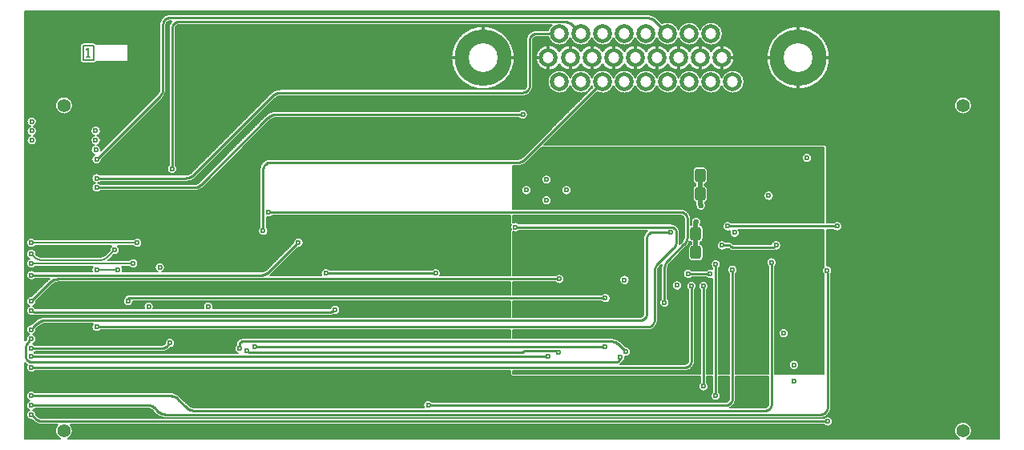
<source format=gbr>
G04 GENERATED BY PULSONIX 10.0 GERBER.DLL 7250*
G04 #@! TF.GenerationSoftware,Pulsonix,Pulsonix,10.0.7250*
G04 #@! TF.CreationDate,2019-09-23T08:44:35--1:00*
G04 #@! TF.Part,Single*
%FSLAX25Y25*%
%LPD*%
%MOIN*%
G04 #@! TF.FileFunction,Copper,L1,Top*
G04 #@! TF.FilePolarity,Positive*
G04 #@! TA.AperFunction,OtherCopper*
%ADD10C,0.00591*%
G04 #@! TA.AperFunction,ViaPad*
%ADD11C,0.02362X0.00984*%
G04 #@! TA.AperFunction,ComponentPad*
%ADD17C,0.03543X0.01181*%
G04 #@! TA.AperFunction,SMDPad*
%AMT71*0 Rounded Rectangle pad*4,1,36,0.01382,0.02760,-0.01382,0.02760,-0.01536,0.02745,-0.01683,0.02700,-0.01820,0.02627,-0.01939,0.02529,-0.02037,0.02410,-0.02110,0.02274,-0.02154,0.02126,-0.02170,0.01973,-0.02170,-0.01973,-0.02154,-0.02126,-0.02110,-0.02274,-0.02037,-0.02410,-0.01939,-0.02529,-0.01820,-0.02627,-0.01683,-0.02700,-0.01536,-0.02745,-0.01382,-0.02760,0.01382,-0.02760,0.01536,-0.02745,0.01683,-0.02700,0.01820,-0.02627,0.01939,-0.02529,0.02037,-0.02410,0.02110,-0.02274,0.02154,-0.02126,0.02169,-0.01973,0.02169,0.01973,0.02154,0.02126,0.02110,0.02274,0.02037,0.02410,0.01939,0.02529,0.01820,0.02627,0.01683,0.02700,0.01536,0.02745,0.01382,0.02760,0*%
%ADD71T71*%
G04 #@! TD.AperFunction*
%ADD86C,0.00500*%
G04 #@! TA.AperFunction,OtherCopper*
%ADD95C,0.01200*%
%ADD115C,0.00600*%
G04 #@! TA.AperFunction,Conductor*
%ADD122C,0.01969*%
G04 #@! TD.AperFunction*
%ADD126C,0.05512*%
G04 #@! TA.AperFunction,Conductor*
%ADD149C,0.00787*%
%ADD198C,0.00984*%
G04 #@! TA.AperFunction,ComponentPad*
%ADD205C,0.23622X0.12008*%
%ADD212C,0.07874X0.04724*%
X0Y0D02*
D02*
D10*
X2470Y34036D02*
Y2470D01*
X17035*
X16750Y2624*
X16480Y2803*
X16227Y3005*
X15992Y3229*
X15779Y3472*
X15588Y3734*
X15421Y4012*
X15279Y4303*
X15164Y4606*
X15076Y4918*
X15016Y5237*
X14985Y5559*
X14983Y5883*
X15009Y6206*
X15064Y6526*
X15147Y6839*
X15258Y7143*
X15396Y7437*
X15558Y7717*
X15746Y7981*
X15956Y8228*
X9739*
X9320Y8243*
X8902Y8288*
X8489Y8363*
X8082Y8467*
X7684Y8599*
X7296Y8760*
X6921Y8948*
X6560Y9162*
X6215Y9401*
X5888Y9665*
X5581Y9951*
X5154Y10377*
X4906Y10378*
X4659Y10409*
X4418Y10470*
X4186Y10558*
X3966Y10674*
X3762Y10816*
X3576Y10981*
X3412Y11167*
X3271Y11372*
X3155Y11592*
X3067Y11824*
X3007Y12065*
X2976Y12312*
X2976Y12560*
X3005Y12807*
X3064Y13049*
X3151Y13281*
X3266Y13502*
X3406Y13707*
X3569Y13894*
X3755Y14060*
X3958Y14203*
X4177Y14320*
X4409Y14409*
X4178Y14499*
X3959Y14616*
X3756Y14758*
X3571Y14923*
X3407Y15110*
X3267Y15315*
X3152Y15535*
X3065Y15767*
X3006Y16008*
X2976Y16254*
Y16502*
X3006Y16748*
X3065Y16989*
X3152Y17221*
X3267Y17441*
X3407Y17646*
X3571Y17833*
X3756Y17998*
X3959Y18140*
X4178Y18257*
X4409Y18346*
X4188Y18431*
X3978Y18541*
X3782Y18674*
X3603Y18829*
X3442Y19003*
X3303Y19194*
X3186Y19400*
X3093Y19618*
X3027Y19845*
X2986Y20079*
X2972Y20315*
X2987Y20564*
X3032Y20809*
X3106Y21047*
X3208Y21274*
X3337Y21487*
X3490Y21683*
X3666Y21860*
X3862Y22014*
X4075Y22143*
X4302Y22246*
X4539Y22321*
X4784Y22366*
X5033Y22382*
X5282Y22368*
X5527Y22324*
X5765Y22250*
X5993Y22149*
X6206Y22021*
X6403Y21868*
X6580Y21693*
X62576*
X62999Y21679*
X63420Y21638*
X63838Y21569*
X64250Y21472*
X64656Y21350*
X65052Y21200*
X65437Y21026*
X65811Y20826*
X66170Y20602*
X66515Y20356*
X66842Y20087*
X67151Y19798*
X70388Y16560*
X70627Y16341*
X70884Y16144*
X71158Y15970*
X71445Y15821*
X71744Y15696*
X72053Y15599*
X72370Y15529*
X72691Y15487*
X73015Y15472*
X168339*
X168244Y15700*
X168177Y15938*
X168139Y16181*
X168131Y16428*
X168151Y16673*
X168201Y16915*
X168279Y17149*
X168385Y17372*
X168516Y17581*
X168671Y17772*
X168848Y17944*
X169044Y18094*
X169257Y18219*
X169483Y18318*
X169719Y18389*
X169962Y18431*
X170208Y18445*
X170454Y18429*
X170696Y18384*
X170932Y18310*
X171157Y18208*
X171368Y18081*
X171562Y17930*
X171737Y17756*
X293937*
X294133Y17770*
X294325Y17812*
X294509Y17880*
X294682Y17975*
X294839Y18092*
X294978Y18231*
X295096Y18389*
X295190Y18561*
X295259Y18746*
X295301Y18938*
X295315Y19134*
Y28346*
X291181*
Y21856*
X291356Y21679*
X291508Y21483*
X291636Y21271*
X291737Y21044*
X291811Y20807*
X291855Y20563*
X291870Y20315*
X291855Y20066*
X291810Y19820*
X291736Y19582*
X291633Y19354*
X291504Y19141*
X291350Y18944*
X291174Y18768*
X290977Y18614*
X290764Y18485*
X290536Y18382*
X290298Y18308*
X290052Y18263*
X289803Y18248*
X289554Y18263*
X289309Y18308*
X289070Y18382*
X288843Y18485*
X288629Y18614*
X288433Y18768*
X288256Y18944*
X288102Y19141*
X287973Y19354*
X287871Y19582*
X287796Y19820*
X287751Y20066*
X287736Y20315*
X287751Y20563*
X287796Y20807*
X287869Y21044*
X287970Y21271*
X288098Y21483*
X288250Y21679*
X288425Y21856*
Y28346*
X285984*
Y25793*
X286159Y25616*
X286311Y25420*
X286439Y25208*
X286540Y24981*
X286614Y24744*
X286658Y24500*
X286673Y24252*
X286658Y24003*
X286613Y23757*
X286539Y23519*
X286436Y23291*
X286307Y23078*
X286153Y22881*
X285977Y22705*
X285780Y22551*
X285567Y22422*
X285339Y22319*
X285101Y22245*
X284855Y22200*
X284606Y22185*
X284357Y22200*
X284112Y22245*
X283873Y22319*
X283646Y22422*
X283432Y22551*
X283236Y22705*
X283059Y22881*
X282905Y23078*
X282776Y23291*
X282674Y23519*
X282599Y23757*
X282554Y24003*
X282539Y24252*
X282554Y24500*
X282599Y24744*
X282672Y24981*
X282774Y25208*
X282901Y25420*
X283054Y25616*
X283228Y25793*
Y28346*
X205512*
X205327Y28361*
X205147Y28404*
X204976Y28475*
X204818Y28572*
X204677Y28692*
X204556Y28833*
X204459Y28991*
X204389Y29163*
X204345Y29343*
X204331Y29528*
Y30748*
X6580*
X6399Y30570*
X6198Y30415*
X5980Y30285*
X5747Y30184*
X5504Y30112*
X5253Y30070*
X5000Y30059*
X4746Y30080*
X4498Y30131*
X4257Y30213*
X4029Y30323*
X3815Y30461*
X3620Y30623*
X3447Y30808*
X3297Y31014*
X3174Y31236*
X3079Y31471*
X3013Y31716*
X2978Y31968*
X2975Y32222*
X3002Y32474*
X3060Y32721*
X3148Y32959*
X3264Y33185*
X3408Y33395*
X3155Y33527*
X2914Y33679*
X2685Y33849*
X2470Y34036*
Y2737D02*
X16574D01*
X2470Y3327D02*
X15901D01*
X2470Y3918D02*
X15474D01*
X2470Y4508D02*
X15198D01*
X2470Y5099D02*
X15039D01*
X2470Y5689D02*
X14981D01*
X2470Y6280D02*
X15019D01*
X2470Y6870D02*
X15158D01*
X2470Y7461D02*
X15408D01*
X2470Y8052D02*
X15801D01*
X2470Y8642D02*
X7572D01*
X2470Y9233D02*
X6452D01*
X2470Y9823D02*
X5712D01*
X2470Y10414D02*
X4636D01*
X2470Y11004D02*
X3553D01*
X2470Y11595D02*
X3154D01*
X2470Y12185D02*
X2988D01*
X2470Y12776D02*
X3000D01*
X2470Y13366D02*
X3191D01*
X2470Y13957D02*
X3634D01*
X2470Y14548D02*
X4079D01*
X2470Y15138D02*
X3386D01*
X2470Y15729D02*
X3077D01*
X71659D02*
X168235D01*
X2470Y16319D02*
X2973D01*
X70654D02*
X168131D01*
X2470Y16910D02*
X3042D01*
X70039D02*
X168200D01*
X2470Y17500D02*
X3304D01*
X69448D02*
X168461D01*
X2470Y18091D02*
X3883D01*
X68858D02*
X169040D01*
X171354D02*
X294838D01*
X2470Y18681D02*
X3773D01*
X68267D02*
X288537D01*
X291070D02*
X295239D01*
X2470Y19272D02*
X3255D01*
X67677D02*
X288019D01*
X291588D02*
X295315D01*
X2470Y19863D02*
X3023D01*
X67085D02*
X287786D01*
X291820D02*
X295315D01*
X2470Y20453D02*
X2977D01*
X66384D02*
X287741D01*
X291865D02*
X295315D01*
X2470Y21044D02*
X3105D01*
X65401D02*
X287869D01*
X291737D02*
X295315D01*
X2470Y21634D02*
X3448D01*
X63445D02*
X288212D01*
X291394D02*
X295315D01*
X2470Y22225D02*
X4249D01*
X5830D02*
X284203D01*
X285010D02*
X288425D01*
X291181D02*
X295315D01*
X2470Y22815D02*
X283120D01*
X286092D02*
X288425D01*
X291181D02*
X295315D01*
X2470Y23406D02*
X282720D01*
X286492D02*
X288425D01*
X291181D02*
X295315D01*
X2470Y23996D02*
X282555D01*
X286657D02*
X288425D01*
X291181D02*
X295315D01*
X2470Y24587D02*
X282567D01*
X286646D02*
X288425D01*
X291181D02*
X295315D01*
X2470Y25178D02*
X282758D01*
X286454D02*
X288425D01*
X291181D02*
X295315D01*
X2470Y25768D02*
X283201D01*
X286011D02*
X288425D01*
X291181D02*
X295315D01*
X2470Y26359D02*
X283228D01*
X285984D02*
X288425D01*
X291181D02*
X295315D01*
X2470Y26949D02*
X283228D01*
X285984D02*
X288425D01*
X291181D02*
X295315D01*
X2470Y27540D02*
X283228D01*
X285984D02*
X288425D01*
X291181D02*
X295315D01*
X2470Y28130D02*
X283228D01*
X285984D02*
X288425D01*
X291181D02*
X295315D01*
X2470Y28721D02*
X204649D01*
X2470Y29311D02*
X204351D01*
X2470Y29902D02*
X204331D01*
X2470Y30492D02*
X3773D01*
X6306D02*
X204331D01*
X2470Y31083D02*
X3255D01*
X2470Y31674D02*
X3023D01*
X2470Y32264D02*
X2977D01*
X2470Y32855D02*
X3105D01*
X2470Y33445D02*
X3306D01*
X2470Y180404D02*
Y43286D01*
X2624Y43463*
X2785Y43632*
X2976Y43822*
X2977Y44069*
X3007Y44315*
X3067Y44555*
X3155Y44786*
X3269Y45005*
X3410Y45208*
X3573Y45394*
X3758Y45559*
X3960Y45700*
X4179Y45816*
X4409Y45906*
X4177Y45995*
X3958Y46112*
X3755Y46255*
X3570Y46421*
X3406Y46608*
X3266Y46813*
X3151Y47034*
X3064Y47266*
X3005Y47508*
X2976Y47755*
X2976Y48003*
X3007Y48250*
X3067Y48491*
X3155Y48723*
X3271Y48943*
X3412Y49148*
X3576Y49334*
X3762Y49499*
X3966Y49641*
X4186Y49757*
X4418Y49845*
X4659Y49906*
X4906Y49937*
X5154Y49938*
X6432Y51215*
X6741Y51505*
X7068Y51773*
X7412Y52020*
X7772Y52243*
X8145Y52443*
X8531Y52618*
X8927Y52767*
X9332Y52890*
X9745Y52986*
X10162Y53055*
X10584Y53096*
X11007Y53110*
X204331*
Y59567*
X47339*
X47309Y59314*
X47248Y59066*
X47157Y58829*
X47037Y58604*
X46890Y58395*
X46719Y58206*
X46526Y58040*
X46314Y57898*
X46087Y57784*
X45846Y57699*
X45598Y57643*
X45344Y57619*
X45089Y57627*
X44837Y57665*
X44592Y57734*
X44357Y57833*
X44136Y57960*
X43933Y58114*
X43750Y58291*
X43590Y58489*
X43455Y58706*
X43349Y58937*
X43271Y59180*
X43224Y59431*
X43209Y59685*
X43224Y59937*
X43270Y60185*
X43346Y60426*
X43451Y60656*
X43583Y60871*
X43740Y61068*
X43920Y61245*
X43980Y61443*
X44069Y61629*
X44185Y61801*
X44325Y61953*
X44486Y62082*
X44665Y62185*
X44857Y62261*
X45059Y62307*
X45265Y62323*
X204331*
Y67559*
X16401*
X16077Y67545*
X15756Y67503*
X15439Y67432*
X15130Y67335*
X14831Y67211*
X14544Y67061*
X14270Y66887*
X14013Y66690*
X13774Y66471*
X7103Y59800*
X7102Y59553*
X7072Y59307*
X7012Y59067*
X6924Y58836*
X6809Y58617*
X6669Y58414*
X6506Y58228*
X6321Y58064*
X6118Y57922*
X5900Y57806*
X5670Y57717*
X5906Y57624*
X6129Y57504*
X6336Y57357*
X6524Y57186*
X6689Y56994*
X6829Y56782*
X6942Y56555*
X52030*
X51944Y56767*
X51881Y56987*
X51844Y57213*
X51831Y57441*
X51846Y57690*
X51891Y57936*
X51965Y58174*
X52068Y58401*
X52197Y58615*
X52351Y58812*
X52527Y58988*
X52724Y59142*
X52937Y59271*
X53165Y59374*
X53403Y59448*
X53649Y59493*
X53898Y59508*
X54147Y59493*
X54392Y59448*
X54631Y59374*
X54858Y59271*
X55072Y59142*
X55268Y58988*
X55445Y58812*
X55599Y58615*
X55728Y58401*
X55830Y58174*
X55905Y57936*
X55950Y57690*
X55965Y57441*
X55952Y57213*
X55914Y56987*
X55852Y56767*
X55765Y56555*
X76794*
X76707Y56767*
X76645Y56987*
X76607Y57213*
X76594Y57441*
X76610Y57690*
X76655Y57936*
X76729Y58174*
X76831Y58401*
X76960Y58615*
X77114Y58812*
X77291Y58988*
X77487Y59142*
X77701Y59271*
X77928Y59374*
X78167Y59448*
X78412Y59493*
X78661Y59508*
X78911Y59493*
X79156Y59448*
X79394Y59374*
X79622Y59271*
X79836Y59142*
X80032Y58988*
X80209Y58812*
X80362Y58615*
X80492Y58401*
X80594Y58174*
X80668Y57936*
X80713Y57690*
X80728Y57441*
X80716Y57213*
X80678Y56987*
X80615Y56767*
X80529Y56555*
X129401*
X129470Y56797*
X129569Y57028*
X129695Y57245*
X129847Y57446*
X130021Y57627*
X130217Y57785*
X130430Y57918*
X130658Y58025*
X130897Y58103*
X131143Y58151*
X131394Y58169*
X131645Y58157*
X131893Y58114*
X132134Y58041*
X132364Y57940*
X132580Y57811*
X132779Y57658*
X132957Y57481*
X133113Y57284*
X133244Y57069*
X133348Y56840*
X133423Y56600*
X133469Y56353*
X133484Y56102*
X133469Y55854*
X133425Y55610*
X133351Y55372*
X133249Y55145*
X133121Y54932*
X132968Y54736*
X132793Y54560*
X132598Y54406*
X132386Y54276*
X132160Y54173*
X131923Y54098*
X131679Y54052*
X131431Y54036*
X131182Y54049*
X130937Y54092*
X130653Y53987*
X130362Y53905*
X130065Y53847*
X129765Y53811*
X129462Y53799*
X6139*
X5964Y53805*
X5790Y53822*
X5551Y53746*
X5305Y53698*
X5055Y53681*
X4804Y53694*
X4557Y53738*
X4318Y53811*
X4088Y53913*
X3873Y54042*
X3675Y54195*
X3497Y54372*
X3342Y54569*
X3211Y54783*
X3108Y55012*
X3033Y55251*
X2988Y55498*
X2972Y55748*
X2986Y55984*
X3027Y56218*
X3093Y56445*
X3186Y56663*
X3303Y56869*
X3442Y57060*
X3603Y57234*
X3782Y57389*
X3978Y57522*
X4188Y57632*
X4409Y57717*
X4177Y57806*
X3958Y57923*
X3755Y58066*
X3570Y58232*
X3406Y58419*
X3266Y58624*
X3151Y58845*
X3064Y59077*
X3005Y59319*
X2976Y59566*
X2976Y59814*
X3007Y60061*
X3067Y60302*
X3155Y60534*
X3271Y60754*
X3412Y60959*
X3576Y61145*
X3762Y61310*
X3966Y61452*
X4186Y61568*
X4418Y61656*
X4659Y61717*
X4906Y61748*
X5154Y61749*
X11825Y68420*
X12094Y68674*
X12378Y68912*
X12674Y69134*
X6580*
X6403Y68959*
X6206Y68806*
X5993Y68678*
X5765Y68576*
X5527Y68503*
X5282Y68459*
X5033Y68445*
X4784Y68461*
X4539Y68506*
X4302Y68581*
X4075Y68684*
X3862Y68813*
X3666Y68967*
X3490Y69143*
X3337Y69340*
X3208Y69553*
X3106Y69780*
X3032Y70018*
X2987Y70263*
X2972Y70512*
X2987Y70760*
X3032Y71006*
X3106Y71243*
X3208Y71471*
X3337Y71684*
X3490Y71880*
X3666Y72057*
X3862Y72211*
X4075Y72340*
X4302Y72443*
X4539Y72517*
X4784Y72563*
X5033Y72579*
X5282Y72564*
X5527Y72520*
X5765Y72447*
X5993Y72346*
X6206Y72218*
X6403Y72065*
X6580Y71890*
X30347*
X30254Y72113*
X30187Y72345*
X30149Y72584*
X30138Y72826*
X30156Y73067*
X30201Y73304*
X30275Y73535*
X30374Y73755*
X30499Y73962*
X30647Y74154*
X6663*
X6501Y73972*
X6319Y73810*
X6119Y73671*
X5905Y73556*
X5678Y73467*
X5443Y73406*
X5202Y73373*
X4958Y73368*
X4716Y73392*
X4478Y73444*
X4249Y73523*
X4030Y73630*
X3825Y73761*
X3636Y73915*
X3468Y74091*
X3321Y74285*
X3198Y74495*
X3100Y74718*
X3030Y74950*
X2987Y75190*
X2972Y75433*
X2986Y75669*
X3027Y75903*
X3093Y76130*
X3186Y76348*
X3303Y76554*
X3442Y76745*
X3603Y76919*
X3782Y77074*
X3978Y77207*
X4188Y77317*
X4409Y77402*
X4188Y77487*
X3978Y77596*
X3782Y77729*
X3603Y77884*
X3442Y78058*
X3303Y78249*
X3186Y78455*
X3093Y78673*
X3027Y78900*
X2986Y79134*
X2972Y79370*
X2988Y79619*
X3033Y79865*
X3107Y80103*
X3209Y80331*
X3338Y80544*
X3492Y80741*
X3669Y80917*
X3865Y81071*
X4079Y81200*
X4306Y81303*
X4545Y81377*
X4790Y81422*
X5039Y81437*
X5289Y81422*
X5534Y81377*
X5772Y81303*
X6000Y81200*
X6214Y81071*
X6410Y80917*
X6586Y80741*
X6740Y80544*
X6870Y80331*
X6972Y80103*
X7046Y79865*
X7091Y79619*
X7106Y79370*
X7092Y79127*
X7322Y78897*
X7522Y78715*
X7739Y78555*
X7971Y78416*
X8215Y78300*
X8470Y78209*
X8732Y78143*
X8999Y78104*
X9269Y78091*
X33403*
X33735Y78105*
X34065Y78149*
X34389Y78221*
X34707Y78321*
X35014Y78448*
X35309Y78601*
X35589Y78780*
X35853Y78983*
X36099Y79207*
X37672Y80781*
X37657Y81024*
X37672Y81267*
X37715Y81506*
X37785Y81739*
X37883Y81962*
X38006Y82172*
X38153Y82367*
X38322Y82542*
X38510Y82696*
X6663*
X6501Y82514*
X6319Y82353*
X6119Y82214*
X5905Y82099*
X5678Y82010*
X5443Y81949*
X5202Y81915*
X4958Y81911*
X4716Y81934*
X4478Y81987*
X4249Y82066*
X4030Y82172*
X3825Y82304*
X3636Y82458*
X3468Y82633*
X3321Y82828*
X3198Y83037*
X3100Y83260*
X3030Y83493*
X2987Y83733*
X2972Y83976*
X2987Y84219*
X3030Y84458*
X3100Y84691*
X3198Y84914*
X3321Y85124*
X3468Y85318*
X3636Y85494*
X3824Y85648*
X4029Y85779*
X4248Y85886*
X4478Y85965*
X4716Y86017*
X4958Y86041*
X5202Y86036*
X5443Y86003*
X5678Y85942*
X5905Y85853*
X6119Y85738*
X6319Y85599*
X6501Y85437*
X6663Y85255*
X47511*
X47672Y85437*
X47854Y85599*
X48054Y85738*
X48268Y85853*
X48495Y85942*
X48731Y86003*
X48972Y86036*
X49215Y86041*
X49457Y86017*
X49695Y85965*
X49925Y85886*
X50144Y85779*
X50349Y85648*
X50537Y85494*
X50706Y85318*
X50852Y85124*
X50975Y84914*
X51073Y84691*
X51144Y84459*
X51186Y84219*
X51201Y83976*
X51186Y83733*
X51144Y83493*
X51073Y83261*
X50976Y83038*
X50852Y82828*
X50706Y82634*
X50537Y82458*
X50349Y82304*
X50144Y82172*
X49925Y82066*
X49695Y81987*
X49457Y81934*
X49215Y81911*
X48972Y81915*
X48731Y81949*
X48495Y82010*
X48268Y82099*
X48054Y82214*
X47854Y82353*
X47672Y82514*
X47511Y82696*
X40939*
X41129Y82540*
X41300Y82361*
X41449Y82163*
X41572Y81949*
X41670Y81722*
X41739Y81485*
X41780Y81241*
X41791Y80995*
X41773Y80748*
X41725Y80506*
X41649Y80271*
X41546Y80046*
X41416Y79836*
X41262Y79643*
X41086Y79469*
X40891Y79318*
X40679Y79190*
X40454Y79090*
X40218Y79016*
X39975Y78972*
X39728Y78957*
X39481Y78971*
X37908Y77398*
X37651Y77154*
X37381Y76926*
X37098Y76713*
X45818*
X45979Y76895*
X46161Y77056*
X46361Y77195*
X46576Y77310*
X46802Y77399*
X47038Y77460*
X47279Y77494*
X47522Y77498*
X47764Y77475*
X48002Y77422*
X48232Y77343*
X48451Y77236*
X48656Y77105*
X48844Y76951*
X49013Y76776*
X49159Y76581*
X49283Y76371*
X49380Y76149*
X49451Y75916*
X49494Y75676*
X49508Y75433*
X49494Y75190*
X49451Y74951*
X49380Y74718*
X49283Y74495*
X49160Y74285*
X49013Y74091*
X48844Y73915*
X48656Y73761*
X48451Y73630*
X48232Y73523*
X48002Y73444*
X47764Y73392*
X47522Y73368*
X47279Y73372*
X47038Y73406*
X46802Y73467*
X46576Y73556*
X46361Y73671*
X46161Y73810*
X45979Y73972*
X45818Y74154*
X42700*
X42848Y73962*
X42972Y73755*
X43072Y73535*
X43145Y73304*
X43191Y73067*
X43208Y72826*
X43198Y72584*
X43159Y72345*
X43093Y72113*
X43000Y71890*
X57622*
X57401Y72017*
X57198Y72170*
X57016Y72348*
X56856Y72546*
X56722Y72762*
X56616Y72993*
X56539Y73236*
X56492Y73486*
X56476Y73740*
X56491Y73989*
X56536Y74235*
X56611Y74473*
X56713Y74700*
X56842Y74914*
X56996Y75111*
X57173Y75287*
X57369Y75441*
X57583Y75570*
X57810Y75673*
X58049Y75747*
X58294Y75792*
X58543Y75807*
X58792Y75792*
X59038Y75747*
X59276Y75673*
X59504Y75570*
X59717Y75441*
X59914Y75287*
X60090Y75111*
X60244Y74914*
X60373Y74700*
X60476Y74473*
X60550Y74235*
X60595Y73989*
X60610Y73740*
X60595Y73486*
X60548Y73236*
X60471Y72993*
X60364Y72762*
X60230Y72546*
X60071Y72348*
X59888Y72170*
X59685Y72017*
X59465Y71890*
X100529*
X100852Y71904*
X101174Y71946*
X101490Y72016*
X101799Y72114*
X102098Y72238*
X102386Y72387*
X102659Y72561*
X102916Y72759*
X103155Y72978*
X114117Y83940*
X114114Y84055*
X114129Y84304*
X114174Y84550*
X114249Y84788*
X114351Y85016*
X114480Y85229*
X114634Y85426*
X114811Y85602*
X115007Y85756*
X115221Y85885*
X115448Y85988*
X115686Y86062*
X115932Y86107*
X116181Y86122*
X116430Y86107*
X116676Y86062*
X116914Y85988*
X117142Y85885*
X117355Y85756*
X117552Y85602*
X117728Y85426*
X117882Y85229*
X118011Y85016*
X118114Y84788*
X118188Y84550*
X118233Y84304*
X118248Y84055*
X118234Y83816*
X118192Y83579*
X118124Y83349*
X118029Y83129*
X117909Y82921*
X117766Y82728*
X117601Y82554*
X117418Y82399*
X117217Y82267*
X117003Y82159*
X116778Y82076*
X116544Y82020*
X116306Y81992*
X116066Y81991*
X105104Y71029*
X104835Y70775*
X104552Y70537*
X104255Y70315*
X125701*
X125606Y70543*
X125540Y70780*
X125502Y71024*
X125493Y71270*
X125513Y71516*
X125563Y71758*
X125641Y71991*
X125747Y72214*
X125878Y72423*
X126033Y72615*
X126210Y72787*
X126406Y72936*
X126619Y73061*
X126845Y73160*
X127081Y73231*
X127324Y73274*
X127570Y73287*
X127816Y73271*
X128059Y73226*
X128294Y73152*
X128519Y73051*
X128730Y72924*
X128925Y72772*
X129100Y72598*
X171688*
X171863Y72772*
X172057Y72924*
X172269Y73051*
X172493Y73152*
X172729Y73226*
X172971Y73271*
X173217Y73287*
X173464Y73274*
X173707Y73231*
X173943Y73160*
X174169Y73061*
X174381Y72936*
X174577Y72787*
X174754Y72615*
X174909Y72423*
X175041Y72214*
X175146Y71991*
X175224Y71758*
X175274Y71516*
X175295Y71270*
X175286Y71024*
X175248Y70780*
X175181Y70543*
X175086Y70315*
X204331*
Y88650*
Y88652*
Y88654*
X204344Y88829*
X204383Y89000*
X204446Y89163*
X204533Y89315*
X204642Y89453*
X204529Y89672*
X204442Y89903*
X204384Y90143*
X204354Y90388*
Y90635*
X204384Y90880*
X204442Y91120*
X204529Y91351*
X204642Y91571*
X204533Y91709*
X204446Y91861*
X204382Y92025*
X204343Y92197*
X204331Y92372*
Y92374*
Y95315*
X105320*
X105148Y95144*
X104956Y94994*
X104749Y94867*
X104528Y94766*
X104296Y94692*
X104058Y94645*
X103815Y94626*
X103572Y94636*
X103332Y94675*
X103098Y94741*
X102874Y94835*
Y90517*
X103049Y90341*
X103201Y90145*
X103329Y89932*
X103430Y89705*
X103504Y89468*
X103548Y89224*
X103563Y88976*
X103548Y88727*
X103503Y88482*
X103429Y88243*
X103326Y88016*
X103197Y87802*
X103043Y87606*
X102867Y87429*
X102670Y87275*
X102457Y87146*
X102229Y87044*
X101991Y86970*
X101745Y86925*
X101496Y86909*
X101247Y86925*
X101001Y86970*
X100763Y87044*
X100536Y87146*
X100322Y87275*
X100125Y87429*
X99949Y87606*
X99795Y87802*
X99666Y88016*
X99563Y88243*
X99489Y88482*
X99444Y88727*
X99429Y88976*
X99444Y89224*
X99489Y89468*
X99562Y89705*
X99663Y89932*
X99791Y90145*
X99943Y90341*
X100118Y90517*
Y114628*
X100134Y114988*
X100181Y115346*
X100259Y115698*
X100367Y116042*
X100505Y116375*
X100672Y116695*
X100866Y116999*
X101085Y117285*
X101329Y117551*
X101595Y117795*
X101881Y118014*
X102185Y118208*
X102505Y118375*
X102838Y118513*
X103182Y118621*
X103534Y118699*
X103892Y118746*
X104252Y118762*
X206978*
X207301Y118776*
X207623Y118818*
X207939Y118889*
X208248Y118986*
X208547Y119110*
X208835Y119260*
X209108Y119434*
X209365Y119631*
X209604Y119850*
X238484Y148730*
X238342Y149015*
X238219Y149309*
X238066Y148952*
X237885Y148609*
X237678Y148281*
X237444Y147971*
X237187Y147681*
X236907Y147412*
X236606Y147167*
X236287Y146946*
X235950Y146752*
X235600Y146586*
X235237Y146449*
X234864Y146341*
X234484Y146263*
X234098Y146216*
X233711Y146201*
X233323Y146216*
X232938Y146263*
X232557Y146341*
X232184Y146449*
X231822Y146586*
X231471Y146752*
X231135Y146946*
X230815Y147167*
X230514Y147412*
X230234Y147681*
X229977Y147971*
X229744Y148281*
X229536Y148609*
X229355Y148952*
X229203Y149309*
X229053Y148957*
X228875Y148618*
X228671Y148294*
X228442Y147988*
X228190Y147700*
X227915Y147433*
X227620Y147189*
X227307Y146969*
X226977Y146775*
X226633Y146607*
X226277Y146468*
X225911Y146357*
X225537Y146275*
X225158Y146223*
X224776Y146201*
X224393Y146210*
X224012Y146249*
X223636Y146318*
X223266Y146417*
X222905Y146545*
X222556Y146701*
X222220Y146884*
X221899Y147094*
X221597Y147328*
X221313Y147585*
X221051Y147864*
X220812Y148163*
X220598Y148480*
X220409Y148813*
X220247Y149159*
X220113Y149518*
X220008Y149886*
X219933Y150261*
X219887Y150641*
X219872Y151024*
X219887Y151406*
X219933Y151786*
X220008Y152161*
X220113Y152529*
X220247Y152888*
X220409Y153235*
X220598Y153568*
X220812Y153884*
X221051Y154183*
X221313Y154462*
X221597Y154720*
X221899Y154954*
X222220Y155163*
X222556Y155346*
X222905Y155502*
X223266Y155630*
X223636Y155729*
X224012Y155798*
X224393Y155837*
X224776Y155846*
X225158Y155824*
X225537Y155772*
X225911Y155691*
X226277Y155580*
X226633Y155440*
X226977Y155272*
X227307Y155078*
X227620Y154858*
X227915Y154614*
X228190Y154347*
X228442Y154060*
X228671Y153753*
X228875Y153429*
X229053Y153090*
X229203Y152738*
X229355Y153095*
X229536Y153438*
X229744Y153766*
X229977Y154076*
X230234Y154367*
X230514Y154635*
X230815Y154881*
X231135Y155101*
X231471Y155295*
X231822Y155461*
X232184Y155599*
X232557Y155707*
X232938Y155784*
X233323Y155831*
X233711Y155846*
X234098Y155831*
X234484Y155784*
X234864Y155707*
X235237Y155599*
X235600Y155461*
X235950Y155295*
X236287Y155101*
X236606Y154881*
X236907Y154635*
X237187Y154367*
X237444Y154076*
X237678Y153766*
X237885Y153438*
X238066Y153095*
X238219Y152738*
X238371Y153095*
X238552Y153438*
X238759Y153766*
X238993Y154076*
X239250Y154367*
X239530Y154635*
X239831Y154881*
X240150Y155101*
X240487Y155295*
X240837Y155461*
X241200Y155599*
X241573Y155707*
X241953Y155784*
X242339Y155831*
X242726Y155846*
X243114Y155831*
X243499Y155784*
X243880Y155707*
X244253Y155599*
X244615Y155461*
X244966Y155295*
X245302Y155101*
X245622Y154881*
X245923Y154635*
X246203Y154367*
X246460Y154076*
X246693Y153766*
X246901Y153438*
X247082Y153095*
X247234Y152738*
X247387Y153095*
X247567Y153438*
X247775Y153766*
X248008Y154076*
X248266Y154367*
X248546Y154635*
X248847Y154881*
X249166Y155101*
X249502Y155295*
X249853Y155461*
X250216Y155599*
X250589Y155707*
X250969Y155784*
X251354Y155831*
X251742Y155846*
X252130Y155831*
X252515Y155784*
X252895Y155707*
X253268Y155599*
X253631Y155461*
X253982Y155295*
X254318Y155101*
X254638Y154881*
X254938Y154635*
X255218Y154367*
X255476Y154076*
X255709Y153766*
X255917Y153438*
X256098Y153095*
X256250Y152738*
X256402Y153095*
X256583Y153438*
X256791Y153766*
X257024Y154076*
X257282Y154367*
X257562Y154635*
X257862Y154881*
X258182Y155101*
X258518Y155295*
X258869Y155461*
X259232Y155599*
X259605Y155707*
X259985Y155784*
X260370Y155831*
X260758Y155846*
X261146Y155831*
X261531Y155784*
X261911Y155707*
X262284Y155599*
X262647Y155461*
X262998Y155295*
X263334Y155101*
X263653Y154881*
X263954Y154635*
X264234Y154367*
X264492Y154076*
X264725Y153766*
X264933Y153438*
X265113Y153095*
X265266Y152738*
X265418Y153095*
X265599Y153438*
X265806Y153766*
X266040Y154076*
X266297Y154367*
X266577Y154635*
X266878Y154881*
X267198Y155101*
X267534Y155295*
X267885Y155461*
X268247Y155599*
X268620Y155707*
X269001Y155784*
X269386Y155831*
X269774Y155846*
X270161Y155831*
X270547Y155784*
X270927Y155707*
X271300Y155599*
X271663Y155461*
X272013Y155295*
X272350Y155101*
X272669Y154881*
X272970Y154635*
X273250Y154367*
X273507Y154076*
X273741Y153766*
X273948Y153438*
X274129Y153095*
X274281Y152738*
X274434Y153095*
X274615Y153438*
X274822Y153766*
X275056Y154076*
X275313Y154367*
X275593Y154635*
X275894Y154881*
X276213Y155101*
X276550Y155295*
X276900Y155461*
X277263Y155599*
X277636Y155707*
X278016Y155784*
X278402Y155831*
X278789Y155846*
X279177Y155831*
X279562Y155784*
X279943Y155707*
X280316Y155599*
X280678Y155461*
X281029Y155295*
X281365Y155101*
X281685Y154881*
X281986Y154635*
X282266Y154367*
X282523Y154076*
X282756Y153766*
X282964Y153438*
X283145Y153095*
X283297Y152738*
X283450Y153095*
X283630Y153438*
X283838Y153766*
X284071Y154076*
X284329Y154367*
X284609Y154635*
X284910Y154881*
X285229Y155101*
X285565Y155295*
X285916Y155461*
X286279Y155599*
X286652Y155707*
X287032Y155784*
X287417Y155831*
X287805Y155846*
X288193Y155831*
X288578Y155784*
X288958Y155707*
X289331Y155599*
X289694Y155461*
X290045Y155295*
X290381Y155101*
X290701Y154881*
X291001Y154635*
X291281Y154367*
X291539Y154076*
X291772Y153766*
X291980Y153438*
X292161Y153095*
X292313Y152738*
X292463Y153090*
X292641Y153429*
X292845Y153753*
X293074Y154060*
X293326Y154347*
X293601Y154614*
X293895Y154858*
X294209Y155078*
X294538Y155272*
X294882Y155440*
X295239Y155580*
X295605Y155691*
X295979Y155772*
X296358Y155824*
X296740Y155846*
X297123Y155837*
X297503Y155798*
X297880Y155729*
X298250Y155630*
X298610Y155502*
X298960Y155346*
X299296Y155163*
X299616Y154954*
X299919Y154720*
X300202Y154462*
X300464Y154183*
X300704Y153885*
X300918Y153568*
X301107Y153235*
X301269Y152888*
X301403Y152529*
X301508Y152161*
X301583Y151786*
X301629Y151406*
X301644Y151024*
X301629Y150641*
X301583Y150261*
X301508Y149886*
X301403Y149518*
X301269Y149159*
X301107Y148813*
X300918Y148480*
X300704Y148163*
X300465Y147864*
X300203Y147585*
X299919Y147328*
X299616Y147094*
X299296Y146884*
X298960Y146701*
X298610Y146545*
X298250Y146417*
X297880Y146319*
X297504Y146249*
X297123Y146210*
X296740Y146201*
X296358Y146223*
X295979Y146275*
X295605Y146357*
X295239Y146468*
X294882Y146607*
X294538Y146775*
X294209Y146969*
X293895Y147189*
X293601Y147433*
X293326Y147700*
X293074Y147988*
X292845Y148294*
X292641Y148618*
X292463Y148957*
X292313Y149309*
X292161Y148952*
X291980Y148609*
X291772Y148281*
X291539Y147971*
X291281Y147681*
X291001Y147412*
X290701Y147167*
X290381Y146946*
X290045Y146752*
X289694Y146586*
X289331Y146449*
X288958Y146341*
X288578Y146263*
X288193Y146216*
X287805Y146201*
X287417Y146216*
X287032Y146263*
X286652Y146341*
X286279Y146449*
X285916Y146586*
X285565Y146752*
X285229Y146946*
X284910Y147167*
X284609Y147412*
X284329Y147681*
X284071Y147971*
X283838Y148281*
X283630Y148609*
X283450Y148952*
X283297Y149309*
X283145Y148952*
X282964Y148609*
X282756Y148281*
X282523Y147971*
X282266Y147681*
X281986Y147412*
X281685Y147167*
X281365Y146946*
X281029Y146752*
X280678Y146586*
X280316Y146449*
X279943Y146341*
X279562Y146263*
X279177Y146216*
X278789Y146201*
X278402Y146216*
X278016Y146263*
X277636Y146341*
X277263Y146449*
X276900Y146586*
X276550Y146752*
X276213Y146946*
X275894Y147167*
X275593Y147412*
X275313Y147681*
X275056Y147971*
X274822Y148281*
X274615Y148609*
X274434Y148952*
X274281Y149309*
X274129Y148952*
X273948Y148609*
X273741Y148281*
X273507Y147971*
X273250Y147681*
X272970Y147412*
X272669Y147167*
X272350Y146946*
X272013Y146752*
X271663Y146586*
X271300Y146449*
X270927Y146341*
X270547Y146263*
X270161Y146216*
X269774Y146201*
X269386Y146216*
X269001Y146263*
X268620Y146341*
X268247Y146449*
X267885Y146586*
X267534Y146752*
X267198Y146946*
X266878Y147167*
X266577Y147412*
X266297Y147681*
X266040Y147971*
X265807Y148281*
X265599Y148609*
X265418Y148952*
X265266Y149309*
X265113Y148952*
X264933Y148609*
X264725Y148281*
X264492Y147971*
X264234Y147681*
X263954Y147412*
X263653Y147167*
X263334Y146946*
X262998Y146752*
X262647Y146586*
X262284Y146449*
X261911Y146341*
X261531Y146263*
X261146Y146216*
X260758Y146201*
X260370Y146216*
X259985Y146263*
X259605Y146341*
X259232Y146449*
X258869Y146586*
X258518Y146752*
X258182Y146946*
X257862Y147167*
X257562Y147412*
X257282Y147681*
X257024Y147971*
X256791Y148281*
X256583Y148609*
X256402Y148952*
X256250Y149309*
X256098Y148952*
X255917Y148609*
X255709Y148281*
X255476Y147971*
X255218Y147681*
X254938Y147412*
X254638Y147167*
X254318Y146946*
X253982Y146752*
X253631Y146586*
X253268Y146449*
X252895Y146341*
X252515Y146263*
X252130Y146216*
X251742Y146201*
X251354Y146216*
X250969Y146263*
X250589Y146341*
X250216Y146449*
X249853Y146586*
X249502Y146752*
X249166Y146946*
X248847Y147167*
X248546Y147412*
X248266Y147681*
X248008Y147971*
X247775Y148281*
X247567Y148609*
X247387Y148952*
X247234Y149309*
X247088Y148966*
X246916Y148635*
X246719Y148318*
X246497Y148017*
X246254Y147735*
X245989Y147472*
X245704Y147230*
X245402Y147011*
X245084Y146816*
X244751Y146646*
X244407Y146503*
X244052Y146387*
X243690Y146298*
X243321Y146238*
X242949Y146206*
X242576Y146203*
X242204Y146229*
X241835Y146284*
X241471Y146367*
X241114Y146478*
X240768Y146616*
X240433Y146781*
X218455Y124803*
X334843*
X335027Y124789*
X335208Y124745*
X335379Y124674*
X335537Y124578*
X335678Y124457*
X335798Y124316*
X335895Y124158*
X335966Y123987*
X336009Y123807*
X336024Y123622*
Y92283*
X338735*
X338912Y92459*
X339109Y92612*
X339322Y92740*
X339550Y92841*
X339788Y92914*
X340033Y92958*
X340282Y92972*
X340531Y92957*
X340775Y92911*
X341013Y92836*
X341240Y92734*
X341453Y92604*
X341649Y92450*
X341825Y92274*
X341978Y92078*
X342107Y91864*
X342209Y91637*
X342283Y91399*
X342327Y91154*
X342343Y90906*
X342328Y90657*
X342283Y90412*
X342209Y90174*
X342107Y89947*
X341978Y89733*
X341825Y89537*
X341649Y89361*
X341453Y89207*
X341240Y89077*
X341013Y88975*
X340775Y88900*
X340531Y88854*
X340282Y88839*
X340033Y88853*
X339788Y88897*
X339550Y88970*
X339322Y89071*
X339109Y89199*
X338912Y89352*
X338735Y89528*
X336024*
Y74544*
X336273Y74543*
X336521Y74512*
X336763Y74452*
X336996Y74362*
X337217Y74246*
X337422Y74103*
X337608Y73937*
X337773Y73750*
X337914Y73544*
X338029Y73322*
X338117Y73089*
X338176Y72846*
X338205Y72598*
X338204Y72349*
X338174Y72101*
X338113Y71859*
X338024Y71626*
X337907Y71405*
X337765Y71200*
X337598Y71014*
Y15276*
X337583Y14915*
X337536Y14558*
X337458Y14206*
X337349Y13862*
X337211Y13529*
X337045Y13209*
X336851Y12905*
X336631Y12618*
X336388Y12353*
X336122Y12109*
X335836Y11889*
X335532Y11696*
X335212Y11529*
X334878Y11391*
X334535Y11283*
X334182Y11205*
X333825Y11157*
X333465Y11142*
X61086*
X60662Y11156*
X60241Y11197*
X59823Y11266*
X59411Y11362*
X59006Y11485*
X58610Y11634*
X58224Y11809*
X57851Y12009*
X57491Y12232*
X57147Y12479*
X56819Y12747*
X56511Y13037*
X55229Y14319*
X55034Y14492*
X54821Y14643*
X54593Y14770*
X54352Y14869*
X54101Y14942*
X53844Y14985*
X53584Y15000*
X6580*
X6425Y14844*
X6255Y14706*
X6071Y14587*
X5875Y14487*
X5670Y14409*
X5900Y14320*
X6118Y14204*
X6321Y14062*
X6506Y13898*
X6669Y13712*
X6809Y13509*
X6924Y13290*
X7012Y13059*
X7072Y12819*
X7102Y12573*
X7103Y12326*
X7529Y11900*
X7757Y11694*
X8003Y11511*
X8266Y11353*
X8543Y11222*
X8832Y11119*
X9130Y11044*
X9433Y10999*
X9739Y10984*
X334877*
X335054Y11160*
X335250Y11312*
X335464Y11440*
X335692Y11542*
X335930Y11615*
X336175Y11659*
X336424Y11673*
X336672Y11657*
X336917Y11612*
X337155Y11537*
X337382Y11434*
X337595Y11305*
X337791Y11151*
X337966Y10975*
X338120Y10778*
X338248Y10565*
X338350Y10338*
X338424Y10100*
X338469Y9855*
X338484Y9606*
X338469Y9358*
X338424Y9113*
X338350Y8875*
X338248Y8647*
X338120Y8434*
X337966Y8238*
X337791Y8061*
X337595Y7907*
X337382Y7778*
X337155Y7675*
X336917Y7601*
X336672Y7555*
X336424Y7539*
X336175Y7554*
X335930Y7598*
X335692Y7671*
X335464Y7772*
X335250Y7900*
X335054Y8053*
X334877Y8228*
X21289*
X21498Y7981*
X21686Y7717*
X21849Y7437*
X21986Y7143*
X22097Y6839*
X22180Y6526*
X22235Y6206*
X22261Y5883*
X22259Y5559*
X22228Y5237*
X22168Y4918*
X22080Y4606*
X21965Y4303*
X21823Y4012*
X21656Y3734*
X21465Y3472*
X21252Y3229*
X21017Y3005*
X20764Y2803*
X20494Y2624*
X20209Y2470*
X391051*
X390754Y2631*
X390474Y2819*
X390212Y3032*
X389970Y3269*
X389752Y3526*
X389559Y3803*
X389392Y4097*
X389253Y4405*
X389143Y4724*
X389063Y5053*
X389014Y5387*
X388996Y5724*
X389010Y6062*
X389054Y6396*
X389130Y6726*
X389235Y7046*
X389370Y7356*
X389533Y7652*
X389723Y7931*
X389938Y8192*
X390176Y8432*
X390435Y8648*
X390714Y8840*
X391008Y9005*
X391317Y9142*
X391637Y9250*
X391966Y9327*
X392301Y9374*
X392638Y9390*
X392975Y9374*
X393310Y9327*
X393638Y9250*
X393959Y9142*
X394267Y9005*
X394562Y8840*
X394840Y8648*
X395100Y8432*
X395338Y8192*
X395552Y7931*
X395742Y7652*
X395905Y7356*
X396040Y7046*
X396146Y6726*
X396221Y6396*
X396266Y6062*
X396279Y5724*
X396262Y5387*
X396212Y5053*
X396133Y4724*
X396023Y4405*
X395884Y4097*
X395717Y3803*
X395523Y3526*
X395305Y3269*
X395064Y3032*
X394802Y2819*
X394521Y2631*
X394224Y2470*
X407766*
Y180404*
X2470*
X3169Y134488D02*
X3184Y134737D01*
X3229Y134983*
X3304Y135221*
X3406Y135449*
X3535Y135662*
X3689Y135859*
X3866Y136035*
X4062Y136189*
X4276Y136318*
X4503Y136421*
X4742Y136495*
X4987Y136540*
X5236Y136555*
X5485Y136540*
X5731Y136495*
X5969Y136421*
X6197Y136318*
X6410Y136189*
X6607Y136035*
X6783Y135859*
X6937Y135662*
X7066Y135449*
X7169Y135221*
X7243Y134983*
X7288Y134737*
X7303Y134488*
X7290Y134252*
X7249Y134018*
X7182Y133791*
X7090Y133573*
X6973Y133367*
X6833Y133176*
X6673Y133002*
X6493Y132847*
X6297Y132714*
X6088Y132605*
X5866Y132520*
X6098Y132430*
X6317Y132313*
X6520Y132171*
X6705Y132006*
X6868Y131819*
X7009Y131615*
X7123Y131395*
X7211Y131162*
X7270Y130921*
X7299Y130675*
Y130427*
X7270Y130181*
X7211Y129940*
X7123Y129708*
X7009Y129488*
X6868Y129283*
X6705Y129097*
X6520Y128931*
X6317Y128789*
X6098Y128672*
X5866Y128583*
X6087Y128498*
X6297Y128388*
X6493Y128255*
X6673Y128100*
X6833Y127926*
X6973Y127735*
X7090Y127529*
X7182Y127311*
X7249Y127084*
X7290Y126851*
X7303Y126614*
X7288Y126365*
X7243Y126120*
X7169Y125881*
X7066Y125654*
X6937Y125440*
X6783Y125244*
X6607Y125067*
X6410Y124913*
X6197Y124784*
X5969Y124682*
X5731Y124607*
X5485Y124562*
X5236Y124547*
X4987Y124562*
X4742Y124607*
X4503Y124682*
X4276Y124784*
X4062Y124913*
X3866Y125067*
X3689Y125244*
X3535Y125440*
X3406Y125654*
X3304Y125881*
X3229Y126120*
X3184Y126365*
X3169Y126614*
X3183Y126851*
X3223Y127084*
X3290Y127311*
X3383Y127529*
X3500Y127735*
X3639Y127926*
X3800Y128100*
X3979Y128255*
X4175Y128388*
X4385Y128498*
X4606Y128583*
X4375Y128672*
X4156Y128789*
X3952Y128931*
X3768Y129097*
X3604Y129283*
X3464Y129488*
X3349Y129708*
X3262Y129940*
X3203Y130181*
X3173Y130427*
Y130675*
X3203Y130922*
X3262Y131163*
X3349Y131395*
X3464Y131615*
X3604Y131819*
X3768Y132006*
X3953Y132171*
X4156Y132313*
X4375Y132430*
X4606Y132520*
X4385Y132605*
X4175Y132714*
X3979Y132847*
X3800Y133002*
X3639Y133176*
X3500Y133367*
X3383Y133573*
X3290Y133791*
X3223Y134018*
X3183Y134252*
X3169Y134488*
X18622Y144823D02*
X18958Y144807D01*
X19291Y144761*
X19619Y144684*
X19938Y144577*
X20245Y144441*
X20539Y144277*
X20817Y144087*
X21075Y143872*
X21313Y143635*
X21528Y143376*
X21718Y143098*
X21882Y142804*
X22018Y142497*
X22125Y142178*
X22202Y141850*
X22248Y141517*
X22264Y141181*
X22248Y140845*
X22202Y140512*
X22125Y140184*
X22018Y139866*
X21882Y139558*
X21718Y139264*
X21528Y138986*
X21313Y138728*
X21076Y138490*
X20817Y138275*
X20539Y138085*
X20245Y137921*
X19938Y137785*
X19619Y137678*
X19291Y137601*
X18958Y137555*
X18622Y137539*
X18286Y137555*
X17953Y137601*
X17625Y137678*
X17306Y137785*
X16999Y137921*
X16705Y138085*
X16427Y138275*
X16169Y138490*
X15931Y138728*
X15716Y138986*
X15526Y139264*
X15362Y139558*
X15226Y139866*
X15119Y140184*
X15042Y140512*
X14996Y140845*
X14980Y141181*
X14996Y141517*
X15042Y141850*
X15119Y142178*
X15226Y142497*
X15362Y142804*
X15526Y143098*
X15716Y143376*
X15931Y143635*
X16169Y143872*
X16427Y144087*
X16705Y144277*
X16999Y144441*
X17306Y144577*
X17625Y144684*
X17953Y144761*
X18286Y144807*
X18622Y144823*
X45075Y166835D02*
X45166Y166820D01*
X45248Y166778*
X45314Y166713*
X45356Y166631*
X45370Y166539*
Y159539*
X45356Y159448*
X45314Y159366*
X45248Y159300*
X45166Y159259*
X45075Y159244*
X31954*
X31835Y159130*
X31702Y159033*
X31556Y158956*
X31401Y158899*
X31239Y158865*
X31075Y158854*
X26575*
X26389Y158868*
X26208Y158912*
X26036Y158983*
X25878Y159080*
X25736Y159201*
X25615Y159342*
X25518Y159501*
X25447Y159673*
X25404Y159854*
X25389Y160039*
Y166039*
X25404Y166225*
X25447Y166406*
X25518Y166578*
X25615Y166736*
X25736Y166878*
X25878Y166999*
X26036Y167096*
X26208Y167167*
X26389Y167211*
X26575Y167225*
X31075*
X31239Y167214*
X31401Y167179*
X31556Y167123*
X31702Y167046*
X31836Y166949*
X31954Y166835*
X45075*
X283297Y172738D02*
X283447Y173090D01*
X283625Y173429*
X283829Y173753*
X284058Y174060*
X284310Y174347*
X284585Y174614*
X284880Y174858*
X285193Y175078*
X285523Y175272*
X285867Y175440*
X286223Y175580*
X286589Y175691*
X286963Y175772*
X287342Y175824*
X287724Y175846*
X288107Y175837*
X288488Y175798*
X288864Y175729*
X289234Y175630*
X289595Y175502*
X289944Y175346*
X290280Y175163*
X290601Y174954*
X290903Y174720*
X291187Y174462*
X291449Y174183*
X291688Y173885*
X291902Y173568*
X292091Y173235*
X292253Y172888*
X292387Y172529*
X292492Y172161*
X292567Y171786*
X292613Y171406*
X292628Y171024*
X292613Y170641*
X292567Y170261*
X292492Y169886*
X292387Y169518*
X292253Y169159*
X292091Y168813*
X291902Y168480*
X291688Y168163*
X291449Y167864*
X291187Y167585*
X290903Y167328*
X290601Y167094*
X290280Y166884*
X289944Y166701*
X289595Y166545*
X289234Y166417*
X288864Y166319*
X288488Y166249*
X288107Y166210*
X287724Y166201*
X287342Y166223*
X286963Y166275*
X286589Y166357*
X286223Y166468*
X285867Y166607*
X285523Y166775*
X285193Y166969*
X284880Y167189*
X284585Y167433*
X284310Y167700*
X284058Y167988*
X283829Y168294*
X283625Y168618*
X283447Y168957*
X283297Y169309*
X283145Y168952*
X282964Y168609*
X282756Y168281*
X282523Y167971*
X282266Y167681*
X281986Y167412*
X281685Y167167*
X281365Y166946*
X281029Y166752*
X280678Y166586*
X280316Y166449*
X279943Y166341*
X279562Y166263*
X279177Y166216*
X278789Y166201*
X278402Y166216*
X278016Y166263*
X277636Y166341*
X277263Y166449*
X276900Y166586*
X276550Y166752*
X276213Y166946*
X275894Y167167*
X275593Y167412*
X275313Y167681*
X275056Y167971*
X274822Y168281*
X274615Y168609*
X274434Y168952*
X274281Y169309*
X274129Y168952*
X273948Y168609*
X273741Y168281*
X273507Y167971*
X273250Y167681*
X272970Y167412*
X272669Y167167*
X272350Y166946*
X272013Y166752*
X271663Y166586*
X271300Y166449*
X270927Y166341*
X270547Y166263*
X270161Y166216*
X269774Y166201*
X269386Y166216*
X269001Y166263*
X268620Y166341*
X268247Y166449*
X267885Y166586*
X267534Y166752*
X267198Y166946*
X266878Y167167*
X266577Y167412*
X266297Y167681*
X266040Y167971*
X265807Y168281*
X265599Y168609*
X265418Y168952*
X265266Y169309*
X265113Y168952*
X264933Y168609*
X264725Y168281*
X264492Y167971*
X264234Y167681*
X263954Y167412*
X263653Y167167*
X263334Y166946*
X262998Y166752*
X262647Y166586*
X262284Y166449*
X261911Y166341*
X261531Y166263*
X261146Y166216*
X260758Y166201*
X260370Y166216*
X259985Y166263*
X259605Y166341*
X259232Y166449*
X258869Y166586*
X258518Y166752*
X258182Y166946*
X257862Y167167*
X257562Y167412*
X257282Y167681*
X257024Y167971*
X256791Y168281*
X256583Y168609*
X256402Y168952*
X256250Y169309*
X256098Y168952*
X255917Y168609*
X255709Y168281*
X255476Y167971*
X255218Y167681*
X254938Y167412*
X254638Y167167*
X254318Y166946*
X253982Y166752*
X253631Y166586*
X253268Y166449*
X252895Y166341*
X252515Y166263*
X252130Y166216*
X251742Y166201*
X251354Y166216*
X250969Y166263*
X250589Y166341*
X250216Y166449*
X249853Y166586*
X249502Y166752*
X249166Y166946*
X248847Y167167*
X248546Y167412*
X248266Y167681*
X248008Y167971*
X247775Y168281*
X247567Y168609*
X247387Y168952*
X247234Y169309*
X247082Y168952*
X246901Y168609*
X246694Y168281*
X246460Y167971*
X246203Y167681*
X245923Y167412*
X245622Y167167*
X245302Y166946*
X244966Y166752*
X244615Y166586*
X244253Y166449*
X243880Y166341*
X243499Y166263*
X243114Y166216*
X242726Y166201*
X242339Y166216*
X241953Y166263*
X241573Y166341*
X241200Y166449*
X240837Y166586*
X240487Y166752*
X240150Y166946*
X239831Y167167*
X239530Y167412*
X239250Y167681*
X238993Y167971*
X238759Y168281*
X238552Y168609*
X238371Y168952*
X238219Y169309*
X238066Y168952*
X237885Y168609*
X237678Y168281*
X237444Y167971*
X237187Y167681*
X236907Y167412*
X236606Y167167*
X236287Y166946*
X235950Y166752*
X235600Y166586*
X235237Y166449*
X234864Y166341*
X234484Y166263*
X234098Y166216*
X233711Y166201*
X233323Y166216*
X232938Y166263*
X232557Y166341*
X232184Y166449*
X231822Y166586*
X231471Y166752*
X231135Y166946*
X230815Y167167*
X230514Y167412*
X230234Y167681*
X229977Y167971*
X229744Y168281*
X229536Y168609*
X229355Y168952*
X229203Y169309*
X229051Y168953*
X228871Y168611*
X228664Y168284*
X228431Y167974*
X228175Y167684*
X227896Y167416*
X227596Y167171*
X227278Y166951*
X226943Y166757*
X226594Y166590*
X226232Y166452*
X225861Y166344*
X225482Y166265*
X225098Y166218*
X224711Y166201*
X224324Y166215*
X223940Y166260*
X223560Y166336*
X223188Y166442*
X222825Y166578*
X222475Y166742*
X222139Y166934*
X221819Y167152*
X221518Y167395*
X221237Y167661*
X220979Y167949*
X220744Y168257*
X220535Y168583*
X220353Y168924*
X220198Y169279*
X220073Y169646*
X215050*
X214854Y169632*
X214662Y169590*
X214478Y169521*
X214305Y169427*
X214148Y169309*
X214009Y169170*
X213891Y169013*
X213797Y168840*
X213728Y168656*
X213686Y168464*
X213672Y168268*
Y149291*
X213656Y148931*
X213609Y148574*
X213531Y148221*
X213423Y147877*
X213285Y147544*
X213118Y147224*
X212924Y146920*
X212705Y146634*
X212461Y146368*
X212195Y146125*
X211909Y145905*
X211605Y145711*
X211285Y145545*
X210952Y145407*
X210608Y145298*
X210256Y145220*
X209899Y145173*
X209538Y145157*
X109078*
X108754Y145143*
X108433Y145101*
X108116Y145031*
X107807Y144933*
X107508Y144809*
X107221Y144660*
X106947Y144486*
X106690Y144289*
X106451Y144070*
X73765Y111383*
X73456Y111094*
X73129Y110825*
X72785Y110579*
X72425Y110355*
X72052Y110155*
X71666Y109981*
X71270Y109832*
X70865Y109709*
X70452Y109612*
X70034Y109544*
X69613Y109502*
X69190Y109488*
X33745*
X33591Y109333*
X33420Y109194*
X33236Y109075*
X33040Y108976*
X32835Y108898*
X33040Y108820*
X33236Y108720*
X33420Y108601*
X33591Y108463*
X33745Y108307*
X72348*
X72672Y108321*
X72993Y108364*
X73310Y108434*
X73619Y108531*
X73918Y108655*
X74205Y108805*
X74479Y108979*
X74736Y109176*
X74975Y109395*
X102464Y136884*
X102773Y137174*
X103100Y137443*
X103445Y137689*
X103804Y137913*
X104178Y138112*
X104563Y138287*
X104959Y138436*
X105365Y138559*
X105777Y138655*
X106195Y138724*
X106616Y138766*
X107039Y138780*
X207987*
X208164Y138955*
X208361Y139108*
X208574Y139236*
X208802Y139337*
X209040Y139410*
X209285Y139454*
X209534Y139468*
X209783Y139453*
X210027Y139407*
X210265Y139332*
X210492Y139230*
X210705Y139100*
X210901Y138946*
X211077Y138770*
X211230Y138574*
X211359Y138360*
X211461Y138133*
X211535Y137895*
X211579Y137650*
X211594Y137402*
X211579Y137153*
X211535Y136908*
X211461Y136670*
X211359Y136443*
X211230Y136229*
X211077Y136033*
X210901Y135857*
X210705Y135703*
X210492Y135573*
X210265Y135471*
X210027Y135396*
X209783Y135350*
X209534Y135335*
X209285Y135349*
X209040Y135393*
X208802Y135466*
X208574Y135568*
X208361Y135696*
X208164Y135848*
X207987Y136024*
X107039*
X106716Y136009*
X106394Y135967*
X106078Y135897*
X105769Y135800*
X105470Y135676*
X105182Y135526*
X104909Y135352*
X104652Y135155*
X104413Y134936*
X76923Y107446*
X76614Y107157*
X76287Y106888*
X75943Y106642*
X75583Y106418*
X75210Y106218*
X74824Y106044*
X74428Y105895*
X74023Y105772*
X73611Y105675*
X73193Y105606*
X72771Y105565*
X72348Y105551*
X33745*
X33568Y105376*
X33372Y105223*
X33158Y105095*
X32930Y104994*
X32692Y104921*
X32447Y104876*
X32198Y104862*
X31950Y104878*
X31705Y104924*
X31467Y104998*
X31240Y105101*
X31027Y105230*
X30832Y105384*
X30656Y105561*
X30502Y105757*
X30374Y105970*
X30272Y106198*
X30198Y106435*
X30153Y106681*
X30138Y106929*
X30151Y107166*
X30192Y107399*
X30259Y107626*
X30351Y107844*
X30468Y108050*
X30608Y108241*
X30768Y108415*
X30948Y108570*
X31144Y108703*
X31353Y108813*
X31574Y108898*
X31353Y108983*
X31144Y109092*
X30948Y109225*
X30768Y109380*
X30608Y109554*
X30468Y109745*
X30351Y109951*
X30259Y110169*
X30192Y110396*
X30151Y110630*
X30138Y110866*
X30153Y111115*
X30198Y111360*
X30272Y111598*
X30374Y111825*
X30502Y112038*
X30656Y112235*
X30832Y112411*
X31027Y112565*
X31240Y112694*
X31467Y112797*
X31705Y112872*
X31950Y112917*
X32198Y112933*
X32447Y112919*
X32692Y112875*
X32930Y112802*
X33158Y112700*
X33372Y112572*
X33568Y112419*
X33745Y112244*
X69190*
X69514Y112258*
X69835Y112301*
X70151Y112371*
X70460Y112468*
X70760Y112592*
X71047Y112742*
X71320Y112916*
X71577Y113113*
X71816Y113332*
X104503Y146018*
X104812Y146308*
X105139Y146576*
X105483Y146823*
X105843Y147047*
X106216Y147246*
X106602Y147421*
X106998Y147570*
X107403Y147693*
X107816Y147789*
X108233Y147858*
X108655Y147900*
X109078Y147913*
X209538*
X209734Y147927*
X209926Y147969*
X210111Y148038*
X210283Y148132*
X210441Y148250*
X210580Y148389*
X210698Y148546*
X210792Y148719*
X210860Y148903*
X210902Y149095*
X210916Y149291*
Y168268*
X210932Y168628*
X210979Y168986*
X211057Y169338*
X211166Y169682*
X211304Y170015*
X211470Y170335*
X211664Y170639*
X211883Y170925*
X212127Y171191*
X212393Y171434*
X212679Y171654*
X212983Y171848*
X213303Y172014*
X213636Y172152*
X213980Y172261*
X214332Y172339*
X214690Y172386*
X215050Y172402*
X220073*
X220183Y172728*
X220317Y173046*
X220473Y173354*
X220650Y173650*
X220848Y173932*
X221066Y174200*
X221302Y174451*
X221556Y174685*
X66378*
X66182Y174671*
X65990Y174629*
X65806Y174561*
X65633Y174466*
X65476Y174349*
X65337Y174209*
X65219Y174052*
X65124Y173880*
X65056Y173695*
X65014Y173503*
X65000Y173307*
Y116344*
X65175Y116167*
X65327Y115972*
X65455Y115759*
X65556Y115532*
X65630Y115295*
X65674Y115051*
X65689Y114803*
X65674Y114554*
X65629Y114309*
X65555Y114070*
X65452Y113843*
X65323Y113629*
X65169Y113433*
X64993Y113256*
X64796Y113102*
X64583Y112973*
X64355Y112871*
X64117Y112796*
X63871Y112751*
X63622Y112736*
X63373Y112751*
X63127Y112796*
X62889Y112871*
X62661Y112973*
X62448Y113102*
X62251Y113256*
X62075Y113433*
X61921Y113629*
X61792Y113843*
X61689Y114070*
X61615Y114309*
X61570Y114554*
X61555Y114803*
X61570Y115051*
X61615Y115295*
X61688Y115532*
X61789Y115759*
X61917Y115972*
X62069Y116167*
X62244Y116344*
Y173307*
X62257Y173636*
X62296Y173962*
X62361Y174284*
X62452Y174601*
X62567Y174909*
X62706Y175206*
X62869Y175492*
X63054Y175764*
X63259Y176021*
X63485Y176260*
X62559*
X62363Y176246*
X62171Y176204*
X61987Y176135*
X61814Y176041*
X61657Y175923*
X61518Y175784*
X61400Y175627*
X61306Y175454*
X61237Y175270*
X61195Y175078*
X61181Y174882*
Y148448*
X61167Y148025*
X61126Y147603*
X61057Y147186*
X60961Y146773*
X60838Y146368*
X60689Y145972*
X60514Y145586*
X60314Y145213*
X60091Y144853*
X59844Y144509*
X59575Y144182*
X59286Y143873*
X34268Y118855*
X34272Y118740*
X34257Y118491*
X34212Y118246*
X34137Y118007*
X34035Y117780*
X33906Y117566*
X33752Y117370*
X33575Y117193*
X33379Y117039*
X33165Y116910*
X32938Y116808*
X32699Y116733*
X32454Y116688*
X32205Y116673*
X31956Y116688*
X31710Y116733*
X31472Y116808*
X31244Y116910*
X31031Y117039*
X30834Y117193*
X30658Y117370*
X30504Y117566*
X30375Y117780*
X30272Y118007*
X30198Y118246*
X30153Y118491*
X30138Y118740*
X30152Y118986*
X30196Y119228*
X30268Y119463*
X30368Y119688*
X30494Y119900*
X30644Y120095*
X30816Y120271*
X31007Y120425*
X31216Y120555*
X31439Y120660*
X31204Y120727*
X30979Y120822*
X30766Y120942*
X30569Y121087*
X30391Y121254*
X30233Y121441*
X30099Y121645*
X29990Y121863*
X29907Y122093*
X29852Y122331*
X29825Y122574*
X29828Y122818*
X29859Y123061*
X29918Y123298*
X30005Y123526*
X30119Y123742*
X30257Y123944*
X30418Y124128*
X30599Y124291*
X30798Y124432*
X31013Y124549*
X31240Y124639*
X31007Y124727*
X30786Y124842*
X30581Y124983*
X30394Y125148*
X30228Y125333*
X30086Y125538*
X29969Y125758*
X29880Y125991*
X29819Y126232*
X29788Y126479*
X29787Y126728*
X29815Y126976*
X29874Y127218*
X29961Y127451*
X30075Y127672*
X30215Y127878*
X30379Y128066*
X30564Y128232*
X30768Y128375*
X30988Y128493*
X31220Y128583*
X30999Y128668*
X30789Y128777*
X30593Y128910*
X30414Y129065*
X30253Y129239*
X30114Y129430*
X29997Y129636*
X29904Y129854*
X29838Y130081*
X29797Y130315*
X29783Y130551*
X29799Y130800*
X29844Y131046*
X29918Y131284*
X30020Y131512*
X30149Y131725*
X30303Y131922*
X30480Y132098*
X30676Y132252*
X30890Y132381*
X31117Y132484*
X31356Y132558*
X31601Y132603*
X31850Y132618*
X32100Y132603*
X32345Y132558*
X32583Y132484*
X32811Y132381*
X33025Y132252*
X33221Y132098*
X33397Y131922*
X33551Y131725*
X33681Y131512*
X33783Y131284*
X33857Y131046*
X33902Y130800*
X33917Y130551*
X33904Y130315*
X33863Y130081*
X33796Y129854*
X33704Y129636*
X33587Y129430*
X33447Y129239*
X33287Y129065*
X33107Y128910*
X32912Y128777*
X32702Y128668*
X32481Y128583*
X32711Y128493*
X32929Y128377*
X33132Y128236*
X33316Y128071*
X33480Y127886*
X33620Y127683*
X33735Y127464*
X33822Y127233*
X33882Y126993*
X33913Y126748*
X33914Y126501*
X33886Y126255*
X33829Y126015*
X33743Y125783*
X33630Y125563*
X33492Y125358*
X33330Y125171*
X33148Y125005*
X32946Y124862*
X32729Y124744*
X32500Y124652*
X32725Y124568*
X32938Y124459*
X33137Y124325*
X33320Y124170*
X33483Y123994*
X33625Y123800*
X33743Y123592*
X33837Y123371*
X33904Y123141*
X33944Y122904*
X33957Y122665*
X33941Y122425*
X57337Y145821*
X57556Y146060*
X57753Y146317*
X57928Y146591*
X58077Y146878*
X58201Y147177*
X58299Y147486*
X58369Y147803*
X58411Y148124*
X58425Y148448*
Y174882*
X58441Y175242*
X58488Y175600*
X58566Y175952*
X58675Y176296*
X58813Y176629*
X58979Y176949*
X59173Y177253*
X59392Y177539*
X59636Y177805*
X59902Y178049*
X60188Y178268*
X60492Y178462*
X60812Y178628*
X61145Y178766*
X61489Y178875*
X61841Y178953*
X62199Y179000*
X62559Y179016*
X261050*
X261473Y179002*
X261895Y178960*
X262312Y178891*
X262725Y178795*
X263130Y178672*
X263526Y178523*
X263912Y178349*
X264285Y178149*
X264645Y177925*
X264989Y177679*
X265316Y177410*
X265625Y177121*
X267480Y175266*
X267815Y175431*
X268162Y175569*
X268518Y175680*
X268882Y175763*
X269251Y175818*
X269623Y175844*
X269996Y175841*
X270368Y175810*
X270737Y175749*
X271099Y175661*
X271454Y175544*
X271799Y175401*
X272131Y175231*
X272449Y175036*
X272752Y174817*
X273036Y174576*
X273301Y174313*
X273545Y174030*
X273766Y173729*
X273963Y173413*
X274135Y173081*
X274281Y172738*
X274434Y173095*
X274615Y173438*
X274822Y173766*
X275056Y174076*
X275313Y174367*
X275593Y174635*
X275894Y174881*
X276213Y175101*
X276550Y175295*
X276900Y175461*
X277263Y175599*
X277636Y175707*
X278016Y175784*
X278402Y175831*
X278789Y175846*
X279177Y175831*
X279562Y175784*
X279943Y175707*
X280316Y175599*
X280678Y175461*
X281029Y175295*
X281365Y175101*
X281685Y174881*
X281986Y174635*
X282266Y174367*
X282523Y174076*
X282756Y173766*
X282964Y173438*
X283145Y173095*
X283297Y172738*
X287805Y163680D02*
X288022Y164018D01*
X288264Y164338*
X288530Y164638*
X288818Y164918*
X289127Y165174*
X289455Y165406*
X289799Y165613*
X290158Y165792*
X290530Y165943*
X290913Y166065*
X291303Y166158*
X291700Y166220*
X292100Y166252*
X292501Y166253*
X292902Y166223*
X293299Y166162*
X293690Y166072*
X294073Y165951*
X294445Y165802*
X294805Y165624*
X295151Y165420*
X295479Y165189*
X295789Y164934*
X296079Y164656*
X296346Y164357*
X296590Y164038*
X296808Y163701*
X297000Y163348*
X297165Y162982*
X297301Y162605*
X297407Y162217*
X297484Y161823*
X297530Y161425*
X297545Y161024*
X297530Y160622*
X297484Y160224*
X297407Y159830*
X297301Y159443*
X297165Y159065*
X297000Y158699*
X296808Y158346*
X296590Y158009*
X296346Y157690*
X296079Y157391*
X295789Y157113*
X295479Y156858*
X295151Y156628*
X294805Y156423*
X294445Y156245*
X294073Y156096*
X293690Y155976*
X293299Y155885*
X292902Y155825*
X292501Y155795*
X292100Y155796*
X291700Y155827*
X291303Y155890*
X290913Y155982*
X290530Y156104*
X290158Y156256*
X289799Y156435*
X289455Y156641*
X289127Y156873*
X288818Y157129*
X288530Y157409*
X288264Y157709*
X288022Y158030*
X287805Y158367*
X287588Y158029*
X287345Y157708*
X287078Y157407*
X286789Y157127*
X286479Y156870*
X286151Y156638*
X285805Y156432*
X285445Y156253*
X285072Y156102*
X284689Y155980*
X284297Y155888*
X283900Y155826*
X283498Y155795*
X283096*
X282695Y155826*
X282297Y155888*
X281906Y155980*
X281522Y156102*
X281149Y156253*
X280789Y156432*
X280444Y156638*
X280115Y156870*
X279805Y157127*
X279516Y157407*
X279250Y157708*
X279007Y158029*
X278789Y158367*
X278572Y158029*
X278329Y157708*
X278062Y157407*
X277773Y157127*
X277464Y156870*
X277135Y156638*
X276790Y156432*
X276429Y156253*
X276056Y156102*
X275673Y155980*
X275281Y155888*
X274884Y155826*
X274483Y155795*
X274080*
X273679Y155826*
X273282Y155888*
X272890Y155980*
X272507Y156102*
X272134Y156253*
X271773Y156432*
X271428Y156638*
X271099Y156870*
X270790Y157127*
X270501Y157407*
X270234Y157708*
X269991Y158029*
X269774Y158367*
X269556Y158029*
X269313Y157708*
X269047Y157407*
X268758Y157127*
X268448Y156870*
X268119Y156638*
X267774Y156432*
X267414Y156253*
X267041Y156102*
X266657Y155980*
X266266Y155888*
X265868Y155826*
X265467Y155795*
X265065*
X264663Y155826*
X264266Y155888*
X263874Y155980*
X263491Y156102*
X263118Y156253*
X262758Y156432*
X262412Y156638*
X262084Y156870*
X261774Y157127*
X261485Y157407*
X261218Y157708*
X260975Y158029*
X260758Y158367*
X260540Y158029*
X260298Y157708*
X260031Y157407*
X259742Y157127*
X259432Y156870*
X259104Y156638*
X258758Y156432*
X258398Y156253*
X258025Y156102*
X257642Y155980*
X257250Y155888*
X256852Y155826*
X256451Y155795*
X256049*
X255648Y155826*
X255250Y155888*
X254859Y155980*
X254475Y156102*
X254102Y156253*
X253742Y156432*
X253396Y156638*
X253068Y156870*
X252758Y157127*
X252469Y157407*
X252202Y157708*
X251960Y158029*
X251742Y158367*
X251525Y158029*
X251282Y157708*
X251015Y157407*
X250726Y157127*
X250416Y156870*
X250088Y156638*
X249742Y156432*
X249382Y156253*
X249009Y156102*
X248626Y155980*
X248234Y155888*
X247837Y155826*
X247435Y155795*
X247033*
X246632Y155826*
X246234Y155888*
X245843Y155980*
X245459Y156102*
X245086Y156253*
X244726Y156432*
X244381Y156638*
X244052Y156870*
X243742Y157127*
X243453Y157407*
X243187Y157708*
X242944Y158029*
X242726Y158367*
X242509Y158029*
X242266Y157708*
X241999Y157407*
X241710Y157127*
X241401Y156870*
X241072Y156638*
X240727Y156432*
X240366Y156253*
X239993Y156102*
X239610Y155980*
X239218Y155888*
X238821Y155826*
X238420Y155795*
X238017*
X237616Y155826*
X237219Y155888*
X236827Y155980*
X236444Y156102*
X236071Y156253*
X235710Y156432*
X235365Y156638*
X235036Y156870*
X234727Y157127*
X234438Y157407*
X234171Y157708*
X233928Y158029*
X233711Y158367*
X233493Y158029*
X233250Y157708*
X232984Y157407*
X232695Y157127*
X232385Y156870*
X232056Y156638*
X231711Y156432*
X231351Y156253*
X230978Y156102*
X230594Y155980*
X230203Y155888*
X229805Y155826*
X229404Y155795*
X229002*
X228600Y155826*
X228203Y155888*
X227811Y155980*
X227428Y156102*
X227055Y156253*
X226695Y156432*
X226349Y156638*
X226021Y156870*
X225711Y157127*
X225422Y157407*
X225155Y157708*
X224912Y158029*
X224695Y158367*
X224478Y158030*
X224236Y157709*
X223970Y157409*
X223682Y157129*
X223373Y156873*
X223045Y156641*
X222701Y156435*
X222342Y156256*
X221970Y156104*
X221587Y155982*
X221197Y155890*
X220800Y155827*
X220400Y155796*
X219999Y155795*
X219598Y155825*
X219201Y155885*
X218810Y155976*
X218427Y156096*
X218055Y156245*
X217695Y156423*
X217349Y156628*
X217021Y156858*
X216711Y157113*
X216421Y157391*
X216154Y157691*
X215910Y158010*
X215692Y158346*
X215500Y158699*
X215335Y159065*
X215199Y159443*
X215093Y159830*
X215016Y160224*
X214970Y160623*
X214955Y161024*
X214970Y161425*
X215016Y161824*
X215093Y162218*
X215199Y162605*
X215335Y162982*
X215500Y163349*
X215692Y163701*
X215910Y164038*
X216154Y164357*
X216421Y164656*
X216711Y164934*
X217021Y165189*
X217349Y165420*
X217695Y165624*
X218055Y165802*
X218427Y165951*
X218810Y166072*
X219201Y166162*
X219598Y166223*
X219999Y166253*
X220400Y166252*
X220800Y166220*
X221197Y166158*
X221587Y166065*
X221970Y165943*
X222342Y165792*
X222701Y165612*
X223045Y165406*
X223373Y165174*
X223682Y164918*
X223970Y164638*
X224236Y164338*
X224478Y164018*
X224695Y163680*
X224912Y164018*
X225155Y164339*
X225422Y164640*
X225711Y164920*
X226021Y165177*
X226349Y165409*
X226695Y165616*
X227055Y165795*
X227428Y165946*
X227811Y166067*
X228203Y166159*
X228600Y166221*
X229002Y166252*
X229404*
X229805Y166221*
X230203Y166159*
X230594Y166067*
X230978Y165946*
X231351Y165795*
X231711Y165616*
X232056Y165409*
X232385Y165177*
X232695Y164920*
X232984Y164641*
X233250Y164339*
X233493Y164018*
X233711Y163680*
X233928Y164018*
X234171Y164339*
X234438Y164640*
X234727Y164920*
X235036Y165177*
X235365Y165409*
X235710Y165616*
X236071Y165795*
X236444Y165946*
X236827Y166067*
X237219Y166159*
X237616Y166221*
X238017Y166252*
X238420*
X238821Y166221*
X239218Y166159*
X239610Y166067*
X239993Y165946*
X240366Y165795*
X240727Y165616*
X241072Y165409*
X241401Y165177*
X241710Y164920*
X241999Y164641*
X242266Y164339*
X242509Y164018*
X242726Y163680*
X242944Y164018*
X243187Y164339*
X243453Y164640*
X243742Y164920*
X244052Y165177*
X244381Y165409*
X244726Y165616*
X245086Y165795*
X245459Y165946*
X245843Y166067*
X246234Y166159*
X246632Y166221*
X247033Y166252*
X247435*
X247837Y166221*
X248234Y166159*
X248626Y166067*
X249009Y165946*
X249382Y165795*
X249742Y165616*
X250088Y165409*
X250416Y165177*
X250726Y164920*
X251015Y164641*
X251282Y164339*
X251525Y164018*
X251742Y163680*
X251960Y164018*
X252202Y164339*
X252469Y164640*
X252758Y164920*
X253068Y165177*
X253396Y165409*
X253742Y165616*
X254102Y165795*
X254475Y165946*
X254858Y166067*
X255250Y166159*
X255648Y166221*
X256049Y166252*
X256451*
X256852Y166221*
X257250Y166159*
X257641Y166067*
X258025Y165946*
X258398Y165795*
X258758Y165616*
X259104Y165409*
X259432Y165177*
X259742Y164920*
X260031Y164641*
X260298Y164339*
X260540Y164018*
X260758Y163680*
X260975Y164018*
X261218Y164339*
X261485Y164640*
X261774Y164920*
X262084Y165177*
X262412Y165409*
X262758Y165616*
X263118Y165795*
X263491Y165946*
X263874Y166067*
X264266Y166159*
X264663Y166221*
X265065Y166252*
X265467*
X265868Y166221*
X266266Y166159*
X266657Y166067*
X267041Y165946*
X267414Y165795*
X267774Y165616*
X268119Y165409*
X268448Y165177*
X268758Y164920*
X269047Y164641*
X269313Y164339*
X269556Y164018*
X269774Y163680*
X269991Y164018*
X270234Y164339*
X270501Y164640*
X270790Y164920*
X271099Y165177*
X271428Y165409*
X271773Y165616*
X272134Y165795*
X272507Y165946*
X272890Y166067*
X273282Y166159*
X273679Y166221*
X274080Y166252*
X274483*
X274884Y166221*
X275281Y166159*
X275673Y166067*
X276056Y165946*
X276429Y165795*
X276790Y165616*
X277135Y165409*
X277464Y165177*
X277773Y164920*
X278062Y164641*
X278329Y164339*
X278572Y164018*
X278789Y163680*
X279007Y164018*
X279250Y164339*
X279516Y164640*
X279805Y164920*
X280115Y165177*
X280444Y165409*
X280789Y165616*
X281149Y165795*
X281522Y165946*
X281906Y166067*
X282297Y166159*
X282695Y166221*
X283096Y166252*
X283498*
X283900Y166221*
X284297Y166159*
X284689Y166067*
X285072Y165946*
X285445Y165795*
X285805Y165616*
X286151Y165409*
X286479Y165177*
X286789Y164920*
X287078Y164641*
X287345Y164339*
X287588Y164018*
X287805Y163680*
X179807Y161024D02*
X179822Y161657D01*
X179868Y162289*
X179945Y162917*
X180051Y163542*
X180188Y164160*
X180354Y164771*
X180550Y165374*
X180775Y165966*
X181028Y166547*
X181308Y167114*
X181616Y167668*
X181950Y168206*
X182310Y168727*
X182695Y169231*
X183103Y169715*
X183535Y170179*
X183988Y170621*
X184462Y171041*
X184956Y171438*
X185468Y171810*
X185998Y172157*
X186544Y172478*
X187105Y172772*
X187679Y173039*
X188266Y173278*
X188863Y173488*
X189470Y173670*
X190085Y173821*
X190707Y173943*
X191334Y174034*
X191964Y174095*
X192597Y174126*
X193230*
X193863Y174095*
X194493Y174034*
X195120Y173943*
X195741Y173821*
X196356Y173670*
X196963Y173488*
X197561Y173278*
X198147Y173039*
X198722Y172772*
X199283Y172478*
X199829Y172157*
X200358Y171810*
X200871Y171438*
X201365Y171041*
X201839Y170621*
X202292Y170179*
X202723Y169715*
X203132Y169231*
X203516Y168727*
X203876Y168206*
X204210Y167668*
X204518Y167115*
X204799Y166547*
X205052Y165966*
X205277Y165374*
X205472Y164771*
X205639Y164160*
X205775Y163542*
X205882Y162918*
X205958Y162289*
X206004Y161657*
X206020Y161024*
X206004Y160390*
X205959Y159759*
X205882Y159130*
X205776Y158506*
X205639Y157887*
X205472Y157276*
X205277Y156674*
X205052Y156081*
X204799Y155501*
X204518Y154933*
X204211Y154379*
X203876Y153841*
X203517Y153320*
X203132Y152817*
X202724Y152333*
X202292Y151869*
X201839Y151426*
X201365Y151006*
X200871Y150610*
X200359Y150237*
X199829Y149890*
X199283Y149569*
X198722Y149275*
X198148Y149008*
X197561Y148769*
X196963Y148559*
X196357Y148378*
X195742Y148226*
X195120Y148104*
X194493Y148013*
X193863Y147952*
X193230Y147921*
X192597*
X191964Y147952*
X191334Y148013*
X190707Y148104*
X190085Y148226*
X189470Y148378*
X188863Y148559*
X188266Y148769*
X187679Y149008*
X187105Y149275*
X186544Y149569*
X185998Y149890*
X185468Y150237*
X184956Y150610*
X184462Y151006*
X183988Y151426*
X183535Y151869*
X183103Y152332*
X182695Y152817*
X182310Y153320*
X181951Y153841*
X181616Y154379*
X181308Y154933*
X181028Y155500*
X180775Y156081*
X180550Y156673*
X180354Y157276*
X180188Y157887*
X180051Y158505*
X179945Y159130*
X179868Y159758*
X179822Y160390*
X179807Y161024*
X310988D02*
X311004Y161657D01*
X311049Y162289*
X311126Y162917*
X311232Y163542*
X311369Y164160*
X311535Y164771*
X311731Y165374*
X311956Y165966*
X312209Y166547*
X312489Y167114*
X312797Y167668*
X313132Y168206*
X313491Y168727*
X313876Y169231*
X314284Y169715*
X314716Y170179*
X315169Y170621*
X315643Y171041*
X316137Y171438*
X316649Y171810*
X317179Y172157*
X317725Y172478*
X318286Y172772*
X318860Y173039*
X319447Y173278*
X320044Y173488*
X320651Y173670*
X321266Y173821*
X321888Y173943*
X322515Y174034*
X323145Y174095*
X323778Y174126*
X324411*
X325044Y174095*
X325674Y174034*
X326301Y173943*
X326922Y173821*
X327537Y173670*
X328144Y173488*
X328742Y173278*
X329329Y173039*
X329903Y172772*
X330464Y172478*
X331010Y172157*
X331540Y171810*
X332052Y171438*
X332546Y171041*
X333020Y170621*
X333473Y170179*
X333905Y169715*
X334313Y169231*
X334698Y168727*
X335057Y168206*
X335392Y167668*
X335699Y167115*
X335980Y166547*
X336233Y165966*
X336458Y165374*
X336653Y164771*
X336820Y164160*
X336957Y163542*
X337063Y162918*
X337140Y162289*
X337185Y161657*
X337201Y161024*
X337185Y160390*
X337140Y159759*
X337063Y159130*
X336957Y158506*
X336820Y157887*
X336654Y157276*
X336458Y156674*
X336233Y156081*
X335980Y155501*
X335699Y154933*
X335392Y154379*
X335057Y153841*
X334698Y153320*
X334313Y152817*
X333905Y152333*
X333473Y151869*
X333020Y151426*
X332546Y151006*
X332052Y150610*
X331540Y150237*
X331010Y149890*
X330464Y149569*
X329903Y149275*
X329329Y149008*
X328742Y148769*
X328145Y148559*
X327538Y148378*
X326923Y148226*
X326301Y148104*
X325674Y148013*
X325044Y147952*
X324411Y147921*
X323778*
X323145Y147952*
X322515Y148013*
X321888Y148104*
X321266Y148226*
X320651Y148378*
X320045Y148559*
X319447Y148769*
X318860Y149008*
X318286Y149275*
X317725Y149569*
X317179Y149890*
X316649Y150237*
X316137Y150610*
X315643Y151006*
X315169Y151426*
X314716Y151869*
X314284Y152332*
X313876Y152817*
X313491Y153320*
X313132Y153841*
X312797Y154379*
X312490Y154933*
X312209Y155500*
X311956Y156081*
X311731Y156673*
X311536Y157276*
X311369Y157887*
X311232Y158505*
X311126Y159130*
X311049Y159758*
X311004Y160390*
X310988Y161024*
X392638Y144823D02*
X392974Y144807D01*
X393307Y144761*
X393634Y144684*
X393953Y144577*
X394261Y144441*
X394555Y144277*
X394832Y144087*
X395091Y143872*
X395329Y143635*
X395544Y143376*
X395734Y143098*
X395898Y142804*
X396034Y142497*
X396141Y142178*
X396218Y141850*
X396264Y141517*
X396280Y141181*
X396264Y140845*
X396218Y140512*
X396141Y140184*
X396034Y139866*
X395898Y139558*
X395734Y139264*
X395544Y138986*
X395329Y138728*
X395091Y138490*
X394832Y138275*
X394555Y138085*
X394261Y137921*
X393953Y137785*
X393634Y137678*
X393307Y137601*
X392974Y137555*
X392638Y137539*
X392302Y137555*
X391969Y137601*
X391641Y137678*
X391322Y137785*
X391015Y137921*
X390721Y138085*
X390443Y138275*
X390184Y138490*
X389946Y138728*
X389732Y138986*
X389541Y139264*
X389378Y139558*
X389242Y139866*
X389135Y140184*
X389058Y140512*
X389012Y140845*
X388996Y141181*
X389012Y141517*
X389058Y141850*
X389135Y142178*
X389242Y142497*
X389378Y142804*
X389542Y143098*
X389732Y143376*
X389946Y143635*
X390184Y143872*
X390443Y144087*
X390721Y144277*
X391014Y144441*
X391322Y144577*
X391641Y144684*
X391969Y144761*
X392302Y144807*
X392638Y144823*
X20533Y2648D02*
X390727D01*
X394549D02*
X407766D01*
X21261Y3239D02*
X389999D01*
X395277D02*
X407766D01*
X21717Y3829D02*
X389543D01*
X395733D02*
X407766D01*
X22013Y4420D02*
X389247D01*
X396029D02*
X407766D01*
X22188Y5010D02*
X389072D01*
X396204D02*
X407766D01*
X22261Y5601D02*
X388999D01*
X396277D02*
X407766D01*
X22237Y6191D02*
X389023D01*
X396252D02*
X407766D01*
X22114Y6782D02*
X389146D01*
X396130D02*
X407766D01*
X21881Y7372D02*
X389378D01*
X395897D02*
X407766D01*
X21513Y7963D02*
X335164D01*
X337671D02*
X389747D01*
X395529D02*
X407766D01*
X338196Y8554D02*
X390316D01*
X394960D02*
X407766D01*
X338432Y9144D02*
X391323D01*
X393953D02*
X407766D01*
X338480Y9735D02*
X407766D01*
X338355Y10325D02*
X407766D01*
X338017Y10916D02*
X407766D01*
X8010Y11506D02*
X58944D01*
X335162D02*
X335604D01*
X337231D02*
X407766D01*
X7332Y12097D02*
X57702D01*
X336107D02*
X407766D01*
X7092Y12687D02*
X56889D01*
X336688D02*
X407766D01*
X6929Y13278D02*
X56269D01*
X337084D02*
X407766D01*
X6534Y13869D02*
X55679D01*
X337352D02*
X407766D01*
X5808Y14459D02*
X55075D01*
X337517D02*
X407766D01*
X337592Y15050D02*
X407766D01*
X337598Y15640D02*
X407766D01*
X337598Y16231D02*
X407766D01*
X337598Y16821D02*
X407766D01*
X337598Y17412D02*
X407766D01*
X337598Y18002D02*
X407766D01*
X337598Y18593D02*
X407766D01*
X337598Y19183D02*
X407766D01*
X337598Y19774D02*
X407766D01*
X337598Y20365D02*
X407766D01*
X337598Y20955D02*
X407766D01*
X337598Y21546D02*
X407766D01*
X337598Y22136D02*
X407766D01*
X337598Y22727D02*
X407766D01*
X337598Y23317D02*
X407766D01*
X337598Y23908D02*
X407766D01*
X337598Y24498D02*
X407766D01*
X337598Y25089D02*
X407766D01*
X337598Y25680D02*
X407766D01*
X337598Y26270D02*
X407766D01*
X337598Y26861D02*
X407766D01*
X337598Y27451D02*
X407766D01*
X337598Y28042D02*
X407766D01*
X337598Y28632D02*
X407766D01*
X337598Y29223D02*
X407766D01*
X337598Y29813D02*
X407766D01*
X337598Y30404D02*
X407766D01*
X337598Y30994D02*
X407766D01*
X337598Y31585D02*
X407766D01*
X337598Y32176D02*
X407766D01*
X337598Y32766D02*
X407766D01*
X337598Y33357D02*
X407766D01*
X337598Y33947D02*
X407766D01*
X337598Y34538D02*
X407766D01*
X337598Y35128D02*
X407766D01*
X337598Y35719D02*
X407766D01*
X337598Y36309D02*
X407766D01*
X337598Y36900D02*
X407766D01*
X337598Y37491D02*
X407766D01*
X337598Y38081D02*
X407766D01*
X337598Y38672D02*
X407766D01*
X337598Y39262D02*
X407766D01*
X337598Y39853D02*
X407766D01*
X337598Y40443D02*
X407766D01*
X337598Y41034D02*
X407766D01*
X337598Y41624D02*
X407766D01*
X337598Y42215D02*
X407766D01*
X337598Y42806D02*
X407766D01*
X2470Y43396D02*
X2564D01*
X337598D02*
X407766D01*
X2470Y43987D02*
X2973D01*
X337598D02*
X407766D01*
X2470Y44577D02*
X3074D01*
X337598D02*
X407766D01*
X2470Y45168D02*
X3379D01*
X337598D02*
X407766D01*
X2470Y45758D02*
X4062D01*
X337598D02*
X407766D01*
X2470Y46349D02*
X3644D01*
X337598D02*
X407766D01*
X2470Y46939D02*
X3196D01*
X337598D02*
X407766D01*
X2470Y47530D02*
X3001D01*
X337598D02*
X407766D01*
X2470Y48120D02*
X2987D01*
X337598D02*
X407766D01*
X2470Y48711D02*
X3149D01*
X337598D02*
X407766D01*
X2470Y49302D02*
X3545D01*
X337598D02*
X407766D01*
X2470Y49892D02*
X4593D01*
X337598D02*
X407766D01*
X2470Y50483D02*
X5699D01*
X337598D02*
X407766D01*
X2470Y51073D02*
X6290D01*
X337598D02*
X407766D01*
X2470Y51664D02*
X6929D01*
X337598D02*
X407766D01*
X2470Y52254D02*
X7791D01*
X337598D02*
X407766D01*
X2470Y52845D02*
X9173D01*
X337598D02*
X407766D01*
X2470Y53435D02*
X204331D01*
X337598D02*
X407766D01*
X2470Y54026D02*
X3896D01*
X130766D02*
X204331D01*
X337598D02*
X407766D01*
X2470Y54617D02*
X3310D01*
X132854D02*
X204331D01*
X337598D02*
X407766D01*
X2470Y55207D02*
X3044D01*
X133280D02*
X204331D01*
X337598D02*
X407766D01*
X2470Y55798D02*
X2973D01*
X133462D02*
X204331D01*
X337598D02*
X407766D01*
X2470Y56388D02*
X3074D01*
X133464D02*
X204331D01*
X337598D02*
X407766D01*
X2470Y56979D02*
X3379D01*
X6700D02*
X51883D01*
X55912D02*
X76647D01*
X80676D02*
X129545D01*
X133289D02*
X204331D01*
X337598D02*
X407766D01*
X2470Y57569D02*
X4062D01*
X6017D02*
X51835D01*
X55961D02*
X76598D01*
X80724D02*
X129961D01*
X132873D02*
X204331D01*
X337598D02*
X407766D01*
X2470Y58160D02*
X3644D01*
X6434D02*
X43881D01*
X46671D02*
X51960D01*
X55836D02*
X76724D01*
X80599D02*
X131220D01*
X131615D02*
X204331D01*
X337598D02*
X407766D01*
X2470Y58750D02*
X3196D01*
X6883D02*
X43432D01*
X47119D02*
X52299D01*
X55497D02*
X77062D01*
X80261D02*
X204331D01*
X337598D02*
X407766D01*
X2470Y59341D02*
X3001D01*
X7077D02*
X43238D01*
X47314D02*
X53084D01*
X54712D02*
X77848D01*
X79475D02*
X204331D01*
X337598D02*
X407766D01*
X2470Y59931D02*
X2987D01*
X7235D02*
X43223D01*
X337598D02*
X407766D01*
X2470Y60522D02*
X3149D01*
X7825D02*
X43386D01*
X337598D02*
X407766D01*
X2470Y61113D02*
X3545D01*
X8416D02*
X43781D01*
X337598D02*
X407766D01*
X2470Y61703D02*
X4593D01*
X9006D02*
X44114D01*
X337598D02*
X407766D01*
X2470Y62294D02*
X5699D01*
X9597D02*
X44983D01*
X337598D02*
X407766D01*
X2470Y62884D02*
X6290D01*
X10187D02*
X204331D01*
X337598D02*
X407766D01*
X2470Y63475D02*
X6880D01*
X10778D02*
X204331D01*
X337598D02*
X407766D01*
X2470Y64065D02*
X7471D01*
X11368D02*
X204331D01*
X337598D02*
X407766D01*
X2470Y64656D02*
X8061D01*
X11959D02*
X204331D01*
X337598D02*
X407766D01*
X2470Y65246D02*
X8652D01*
X12550D02*
X204331D01*
X337598D02*
X407766D01*
X2470Y65837D02*
X9243D01*
X13140D02*
X204331D01*
X337598D02*
X407766D01*
X2470Y66428D02*
X9833D01*
X13731D02*
X204331D01*
X337598D02*
X407766D01*
X2470Y67018D02*
X10424D01*
X14470D02*
X204331D01*
X337598D02*
X407766D01*
X2470Y67609D02*
X11014D01*
X337598D02*
X407766D01*
X2470Y68199D02*
X11605D01*
X337598D02*
X407766D01*
X2470Y68790D02*
X3896D01*
X6182D02*
X12228D01*
X337598D02*
X407766D01*
X2470Y69380D02*
X3310D01*
X337598D02*
X407766D01*
X2470Y69971D02*
X3044D01*
X337598D02*
X407766D01*
X2470Y70561D02*
X2973D01*
X104583D02*
X125600D01*
X175187D02*
X204331D01*
X337598D02*
X407766D01*
X2470Y71152D02*
X3074D01*
X105227D02*
X125493D01*
X175294D02*
X204331D01*
X337725D02*
X407766D01*
X2470Y71743D02*
X3379D01*
X105817D02*
X125559D01*
X175228D02*
X204331D01*
X338072D02*
X407766D01*
X2470Y72333D02*
X4062D01*
X6017D02*
X30190D01*
X43156D02*
X57029D01*
X60058D02*
X102288D01*
X106408D02*
X125817D01*
X174970D02*
X204331D01*
X338203D02*
X407766D01*
X2470Y72924D02*
X30142D01*
X43205D02*
X56644D01*
X60442D02*
X103100D01*
X106998D02*
X126388D01*
X128730D02*
X172057D01*
X174399D02*
X204331D01*
X338161D02*
X407766D01*
X2470Y73514D02*
X4271D01*
X5808D02*
X30267D01*
X43080D02*
X46673D01*
X48209D02*
X56489D01*
X60598D02*
X103691D01*
X107589D02*
X204331D01*
X337931D02*
X407766D01*
X2470Y74105D02*
X3456D01*
X6623D02*
X30605D01*
X42741D02*
X45857D01*
X49025D02*
X56509D01*
X60578D02*
X104282D01*
X108179D02*
X204331D01*
X337420D02*
X407766D01*
X2470Y74695D02*
X3109D01*
X49372D02*
X56710D01*
X60376D02*
X104873D01*
X108770D02*
X204331D01*
X336024D02*
X407766D01*
X2470Y75286D02*
X2978D01*
X49503D02*
X57171D01*
X59915D02*
X105463D01*
X109361D02*
X204331D01*
X336024D02*
X407766D01*
X2470Y75876D02*
X3021D01*
X49460D02*
X106054D01*
X109951D02*
X204331D01*
X336024D02*
X407766D01*
X2470Y76467D02*
X3250D01*
X49231D02*
X106644D01*
X110542D02*
X204331D01*
X336024D02*
X407766D01*
X2470Y77057D02*
X3761D01*
X37540D02*
X46163D01*
X48719D02*
X107235D01*
X111132D02*
X204331D01*
X336024D02*
X407766D01*
X2470Y77648D02*
X3896D01*
X38158D02*
X107825D01*
X111723D02*
X204331D01*
X336024D02*
X407766D01*
X2470Y78239D02*
X3310D01*
X8378D02*
X34455D01*
X38749D02*
X108416D01*
X112313D02*
X204331D01*
X336024D02*
X407766D01*
X2470Y78829D02*
X3044D01*
X7392D02*
X35658D01*
X39339D02*
X109006D01*
X112904D02*
X204331D01*
X336024D02*
X407766D01*
X2470Y79420D02*
X2973D01*
X7106D02*
X36311D01*
X41028D02*
X109597D01*
X113494D02*
X204331D01*
X336024D02*
X407766D01*
X2470Y80010D02*
X3074D01*
X7005D02*
X36901D01*
X41526D02*
X110187D01*
X114085D02*
X204331D01*
X336024D02*
X407766D01*
X2470Y80601D02*
X3379D01*
X6700D02*
X37492D01*
X41748D02*
X110778D01*
X114676D02*
X204331D01*
X336024D02*
X407766D01*
X2470Y81191D02*
X4062D01*
X6017D02*
X37664D01*
X41785D02*
X111369D01*
X115266D02*
X204331D01*
X336024D02*
X407766D01*
X2470Y81782D02*
X37802D01*
X41647D02*
X111959D01*
X115857D02*
X204331D01*
X336024D02*
X407766D01*
X2470Y82372D02*
X3735D01*
X6344D02*
X38158D01*
X41291D02*
X47830D01*
X50438D02*
X112550D01*
X117381D02*
X204331D01*
X336024D02*
X407766D01*
X2470Y82963D02*
X3238D01*
X50936D02*
X113140D01*
X117936D02*
X204331D01*
X336024D02*
X407766D01*
X2470Y83554D02*
X3016D01*
X51157D02*
X113731D01*
X118186D02*
X204331D01*
X336024D02*
X407766D01*
X2470Y84144D02*
X2979D01*
X51194D02*
X114116D01*
X118246D02*
X204331D01*
X336024D02*
X407766D01*
X2470Y84735D02*
X3117D01*
X51056D02*
X114229D01*
X118133D02*
X204331D01*
X336024D02*
X407766D01*
X2470Y85325D02*
X3474D01*
X6605D02*
X47568D01*
X50700D02*
X114550D01*
X117812D02*
X204331D01*
X336024D02*
X407766D01*
X2470Y85916D02*
X4326D01*
X5753D02*
X48420D01*
X49847D02*
X115281D01*
X117081D02*
X204331D01*
X336024D02*
X407766D01*
X2470Y86506D02*
X204331D01*
X336024D02*
X407766D01*
X2470Y87097D02*
X100636D01*
X102356D02*
X204331D01*
X336024D02*
X407766D01*
X2470Y87687D02*
X99880D01*
X103112D02*
X204331D01*
X336024D02*
X407766D01*
X2470Y88278D02*
X99551D01*
X103441D02*
X204331D01*
X336024D02*
X407766D01*
X2470Y88869D02*
X99432D01*
X103560D02*
X204350D01*
X336024D02*
X339925D01*
X340626D02*
X407766D01*
X2470Y89459D02*
X99486D01*
X103506D02*
X204639D01*
X336024D02*
X338799D01*
X341752D02*
X407766D01*
X2470Y90050D02*
X99730D01*
X103263D02*
X204403D01*
X342157D02*
X407766D01*
X2470Y90640D02*
X100118D01*
X102874D02*
X204354D01*
X342325D02*
X407766D01*
X2470Y91231D02*
X100118D01*
X102874D02*
X204479D01*
X342317D02*
X407766D01*
X2470Y91821D02*
X100118D01*
X102874D02*
X204466D01*
X342129D02*
X407766D01*
X2470Y92412D02*
X100118D01*
X102874D02*
X204331D01*
X336024D02*
X338860D01*
X341691D02*
X407766D01*
X2470Y93002D02*
X100118D01*
X102874D02*
X204331D01*
X336024D02*
X407766D01*
X2470Y93593D02*
X100118D01*
X102874D02*
X204331D01*
X336024D02*
X407766D01*
X2470Y94183D02*
X100118D01*
X102874D02*
X204331D01*
X336024D02*
X407766D01*
X2470Y94774D02*
X100118D01*
X102874D02*
X103011D01*
X104548D02*
X204331D01*
X336024D02*
X407766D01*
X2470Y95365D02*
X100118D01*
X336024D02*
X407766D01*
X2470Y95955D02*
X100118D01*
X336024D02*
X407766D01*
X2470Y96546D02*
X100118D01*
X336024D02*
X407766D01*
X2470Y97136D02*
X100118D01*
X336024D02*
X407766D01*
X2470Y97727D02*
X100118D01*
X336024D02*
X407766D01*
X2470Y98317D02*
X100118D01*
X336024D02*
X407766D01*
X2470Y98908D02*
X100118D01*
X336024D02*
X407766D01*
X2470Y99498D02*
X100118D01*
X336024D02*
X407766D01*
X2470Y100089D02*
X100118D01*
X336024D02*
X407766D01*
X2470Y100680D02*
X100118D01*
X336024D02*
X407766D01*
X2470Y101270D02*
X100118D01*
X336024D02*
X407766D01*
X2470Y101861D02*
X100118D01*
X336024D02*
X407766D01*
X2470Y102451D02*
X100118D01*
X336024D02*
X407766D01*
X2470Y103042D02*
X100118D01*
X336024D02*
X407766D01*
X2470Y103632D02*
X100118D01*
X336024D02*
X407766D01*
X2470Y104223D02*
X100118D01*
X336024D02*
X407766D01*
X2470Y104813D02*
X100118D01*
X336024D02*
X407766D01*
X2470Y105404D02*
X30810D01*
X33600D02*
X100118D01*
X336024D02*
X407766D01*
X2470Y105994D02*
X30361D01*
X74702D02*
X100118D01*
X336024D02*
X407766D01*
X2470Y106585D02*
X30167D01*
X75857D02*
X100118D01*
X336024D02*
X407766D01*
X2470Y107176D02*
X30153D01*
X76636D02*
X100118D01*
X336024D02*
X407766D01*
X2470Y107766D02*
X30315D01*
X77243D02*
X100118D01*
X336024D02*
X407766D01*
X2470Y108357D02*
X30710D01*
X33699D02*
X72953D01*
X77834D02*
X100118D01*
X336024D02*
X407766D01*
X2470Y108947D02*
X31437D01*
X32973D02*
X74433D01*
X78424D02*
X100118D01*
X336024D02*
X407766D01*
X2470Y109538D02*
X30621D01*
X69990D02*
X75117D01*
X79015D02*
X100118D01*
X336024D02*
X407766D01*
X2470Y110128D02*
X30274D01*
X71996D02*
X75708D01*
X79605D02*
X100118D01*
X336024D02*
X407766D01*
X2470Y110719D02*
X30143D01*
X72986D02*
X76299D01*
X80196D02*
X100118D01*
X336024D02*
X407766D01*
X2470Y111309D02*
X30186D01*
X73690D02*
X76889D01*
X80787D02*
X100118D01*
X336024D02*
X407766D01*
X2470Y111900D02*
X30415D01*
X74282D02*
X77480D01*
X81377D02*
X100118D01*
X336024D02*
X407766D01*
X2470Y112491D02*
X30927D01*
X33483D02*
X70520D01*
X74872D02*
X78070D01*
X81968D02*
X100118D01*
X336024D02*
X407766D01*
X2470Y113081D02*
X62479D01*
X64765D02*
X71539D01*
X75463D02*
X78661D01*
X82558D02*
X100118D01*
X336024D02*
X407766D01*
X2470Y113672D02*
X61892D01*
X65352D02*
X72156D01*
X76053D02*
X79251D01*
X83149D02*
X100118D01*
X336024D02*
X407766D01*
X2470Y114262D02*
X61627D01*
X65617D02*
X72747D01*
X76644D02*
X79842D01*
X83739D02*
X100118D01*
X336024D02*
X407766D01*
X2470Y114853D02*
X61556D01*
X65688D02*
X73337D01*
X77235D02*
X80432D01*
X84330D02*
X100124D01*
X336024D02*
X407766D01*
X2470Y115443D02*
X61657D01*
X65587D02*
X73928D01*
X77825D02*
X81023D01*
X84920D02*
X100199D01*
X336024D02*
X407766D01*
X2470Y116034D02*
X61961D01*
X65283D02*
X74518D01*
X78416D02*
X81614D01*
X85511D02*
X100364D01*
X336024D02*
X407766D01*
X2470Y116624D02*
X62244D01*
X65000D02*
X75109D01*
X79006D02*
X82204D01*
X86102D02*
X100632D01*
X336024D02*
X407766D01*
X2470Y117215D02*
X30810D01*
X33600D02*
X62244D01*
X65000D02*
X75699D01*
X79597D02*
X82795D01*
X86692D02*
X101027D01*
X336024D02*
X407766D01*
X2470Y117806D02*
X30361D01*
X34048D02*
X62244D01*
X65000D02*
X76290D01*
X80187D02*
X83385D01*
X87283D02*
X101607D01*
X336024D02*
X407766D01*
X2470Y118396D02*
X30167D01*
X34243D02*
X62244D01*
X65000D02*
X76880D01*
X80778D02*
X83976D01*
X87873D02*
X102551D01*
X336024D02*
X407766D01*
X2470Y118987D02*
X30153D01*
X34400D02*
X62244D01*
X65000D02*
X77471D01*
X81368D02*
X84566D01*
X88464D02*
X208249D01*
X336024D02*
X407766D01*
X2470Y119577D02*
X30315D01*
X34990D02*
X62244D01*
X65000D02*
X78061D01*
X81959D02*
X85157D01*
X89054D02*
X209299D01*
X336024D02*
X407766D01*
X2470Y120168D02*
X30710D01*
X35581D02*
X62244D01*
X65000D02*
X78652D01*
X82550D02*
X85747D01*
X89645D02*
X209922D01*
X336024D02*
X407766D01*
X2470Y120758D02*
X31122D01*
X36172D02*
X62244D01*
X65000D02*
X79243D01*
X83140D02*
X86338D01*
X90235D02*
X210512D01*
X336024D02*
X407766D01*
X2470Y121349D02*
X30306D01*
X36762D02*
X62244D01*
X65000D02*
X79833D01*
X83731D02*
X86928D01*
X90826D02*
X211103D01*
X336024D02*
X407766D01*
X2470Y121939D02*
X29959D01*
X37353D02*
X62244D01*
X65000D02*
X80424D01*
X84321D02*
X87519D01*
X91416D02*
X211693D01*
X336024D02*
X407766D01*
X2470Y122530D02*
X29828D01*
X33951D02*
X34046D01*
X37943D02*
X62244D01*
X65000D02*
X81014D01*
X84912D02*
X88110D01*
X92007D02*
X212284D01*
X336024D02*
X407766D01*
X2470Y123120D02*
X29871D01*
X33909D02*
X34636D01*
X38534D02*
X62244D01*
X65000D02*
X81605D01*
X85502D02*
X88700D01*
X92598D02*
X212874D01*
X336024D02*
X407766D01*
X2470Y123711D02*
X30100D01*
X33680D02*
X35227D01*
X39124D02*
X62244D01*
X65000D02*
X82195D01*
X86093D02*
X89291D01*
X93188D02*
X213465D01*
X336020D02*
X407766D01*
X2470Y124302D02*
X30612D01*
X33168D02*
X35817D01*
X39715D02*
X62244D01*
X65000D02*
X82786D01*
X86683D02*
X89881D01*
X93779D02*
X214056D01*
X335809D02*
X407766D01*
X2470Y124892D02*
X4093D01*
X6379D02*
X30707D01*
X32994D02*
X36408D01*
X40305D02*
X62244D01*
X65000D02*
X83376D01*
X87274D02*
X90472D01*
X94369D02*
X214646D01*
X218544D02*
X407766D01*
X2470Y125483D02*
X3506D01*
X6966D02*
X30121D01*
X33580D02*
X36999D01*
X40896D02*
X62244D01*
X65000D02*
X83967D01*
X87864D02*
X91062D01*
X94960D02*
X215237D01*
X219134D02*
X407766D01*
X2470Y126073D02*
X3241D01*
X7231D02*
X29856D01*
X33845D02*
X37589D01*
X41487D02*
X62244D01*
X65000D02*
X84558D01*
X88455D02*
X91653D01*
X95550D02*
X215827D01*
X219725D02*
X407766D01*
X2470Y126664D02*
X3170D01*
X7303D02*
X29784D01*
X33917D02*
X38180D01*
X42077D02*
X62244D01*
X65000D02*
X85148D01*
X89046D02*
X92243D01*
X96141D02*
X216418D01*
X220315D02*
X407766D01*
X2470Y127254D02*
X3271D01*
X7202D02*
X29885D01*
X33816D02*
X38770D01*
X42668D02*
X62244D01*
X65000D02*
X85739D01*
X89636D02*
X92834D01*
X96731D02*
X217008D01*
X220906D02*
X407766D01*
X2470Y127845D02*
X3576D01*
X6897D02*
X30190D01*
X33511D02*
X39361D01*
X43258D02*
X62244D01*
X65000D02*
X86329D01*
X90227D02*
X93425D01*
X97322D02*
X217599D01*
X221496D02*
X407766D01*
X2470Y128435D02*
X4259D01*
X6214D02*
X30873D01*
X32828D02*
X39951D01*
X43849D02*
X62244D01*
X65000D02*
X86920D01*
X90817D02*
X94015D01*
X97913D02*
X218189D01*
X222087D02*
X407766D01*
X2470Y129026D02*
X3841D01*
X6631D02*
X30455D01*
X33245D02*
X40542D01*
X44439D02*
X62244D01*
X65000D02*
X87510D01*
X91408D02*
X94606D01*
X98503D02*
X218780D01*
X222677D02*
X407766D01*
X2470Y129617D02*
X3393D01*
X7080D02*
X30007D01*
X33694D02*
X41132D01*
X45030D02*
X62244D01*
X65000D02*
X88101D01*
X91998D02*
X95196D01*
X99094D02*
X219371D01*
X223268D02*
X407766D01*
X2470Y130207D02*
X3198D01*
X7274D02*
X29812D01*
X33888D02*
X41723D01*
X45620D02*
X62244D01*
X65000D02*
X88691D01*
X92589D02*
X95787D01*
X99684D02*
X219961D01*
X223859D02*
X407766D01*
X2470Y130798D02*
X3184D01*
X7288D02*
X29798D01*
X33903D02*
X42313D01*
X46211D02*
X62244D01*
X65000D02*
X89282D01*
X93179D02*
X96377D01*
X100275D02*
X220552D01*
X224449D02*
X407766D01*
X2470Y131388D02*
X3346D01*
X7126D02*
X29961D01*
X33740D02*
X42904D01*
X46801D02*
X62244D01*
X65000D02*
X89873D01*
X93770D02*
X96968D01*
X100865D02*
X221142D01*
X225040D02*
X407766D01*
X2470Y131979D02*
X3741D01*
X6731D02*
X30356D01*
X33345D02*
X43495D01*
X47392D02*
X62244D01*
X65000D02*
X90463D01*
X94361D02*
X97558D01*
X101456D02*
X221733D01*
X225630D02*
X407766D01*
X2470Y132569D02*
X4468D01*
X6004D02*
X31404D01*
X32297D02*
X44085D01*
X47983D02*
X62244D01*
X65000D02*
X91054D01*
X94951D02*
X98149D01*
X102046D02*
X222323D01*
X226221D02*
X407766D01*
X2470Y133160D02*
X3653D01*
X6820D02*
X44676D01*
X48573D02*
X62244D01*
X65000D02*
X91644D01*
X95542D02*
X98739D01*
X102637D02*
X222914D01*
X226811D02*
X407766D01*
X2470Y133750D02*
X3305D01*
X7167D02*
X45266D01*
X49164D02*
X62244D01*
X65000D02*
X92235D01*
X96132D02*
X99330D01*
X103228D02*
X223504D01*
X227402D02*
X407766D01*
X2470Y134341D02*
X3175D01*
X7298D02*
X45857D01*
X49754D02*
X62244D01*
X65000D02*
X92825D01*
X96723D02*
X99921D01*
X103818D02*
X224095D01*
X227992D02*
X407766D01*
X2470Y134931D02*
X3217D01*
X7255D02*
X46447D01*
X50345D02*
X62244D01*
X65000D02*
X93416D01*
X97313D02*
X100511D01*
X104409D02*
X224686D01*
X228583D02*
X407766D01*
X2470Y135522D02*
X3446D01*
X7026D02*
X47038D01*
X50935D02*
X62244D01*
X65000D02*
X94006D01*
X97904D02*
X101102D01*
X105175D02*
X208668D01*
X210388D02*
X225276D01*
X229174D02*
X407766D01*
X2470Y136113D02*
X3958D01*
X6514D02*
X47628D01*
X51526D02*
X62244D01*
X65000D02*
X94597D01*
X98494D02*
X101692D01*
X211143D02*
X225867D01*
X229764D02*
X407766D01*
X2470Y136703D02*
X48219D01*
X52116D02*
X62244D01*
X65000D02*
X95187D01*
X99085D02*
X102283D01*
X211473D02*
X226457D01*
X230355D02*
X407766D01*
X2470Y137294D02*
X48810D01*
X52707D02*
X62244D01*
X65000D02*
X95778D01*
X99676D02*
X102914D01*
X211592D02*
X227048D01*
X230945D02*
X407766D01*
X2470Y137884D02*
X17075D01*
X20169D02*
X49400D01*
X53298D02*
X62244D01*
X65000D02*
X96369D01*
X100266D02*
X103755D01*
X211537D02*
X227638D01*
X231536D02*
X391091D01*
X394185D02*
X407766D01*
X2470Y138475D02*
X16185D01*
X21059D02*
X49991D01*
X53888D02*
X62244D01*
X65000D02*
X96959D01*
X100857D02*
X105077D01*
X211294D02*
X228229D01*
X232126D02*
X390201D01*
X395075D02*
X407766D01*
X2470Y139065D02*
X15658D01*
X21586D02*
X50581D01*
X54479D02*
X62244D01*
X65000D02*
X97550D01*
X101447D02*
X208301D01*
X210754D02*
X228819D01*
X232717D02*
X389674D01*
X395602D02*
X407766D01*
X2470Y139656D02*
X15315D01*
X21929D02*
X51172D01*
X55069D02*
X62244D01*
X65000D02*
X98140D01*
X102038D02*
X229410D01*
X233307D02*
X389331D01*
X395945D02*
X407766D01*
X2470Y140246D02*
X15102D01*
X22142D02*
X51762D01*
X55660D02*
X62244D01*
X65000D02*
X98731D01*
X102628D02*
X230000D01*
X233898D02*
X389118D01*
X396158D02*
X407766D01*
X2470Y140837D02*
X14997D01*
X22247D02*
X52353D01*
X56250D02*
X62244D01*
X65000D02*
X99321D01*
X103219D02*
X230591D01*
X234489D02*
X389012D01*
X396263D02*
X407766D01*
X2470Y141428D02*
X14989D01*
X22255D02*
X52943D01*
X56841D02*
X62244D01*
X65000D02*
X99912D01*
X103809D02*
X231182D01*
X235079D02*
X389004D01*
X396271D02*
X407766D01*
X2470Y142018D02*
X15078D01*
X22166D02*
X53534D01*
X57431D02*
X62244D01*
X65000D02*
X100502D01*
X104400D02*
X231772D01*
X235670D02*
X389094D01*
X396182D02*
X407766D01*
X2470Y142609D02*
X15272D01*
X21972D02*
X54124D01*
X58022D02*
X62244D01*
X65000D02*
X101093D01*
X104990D02*
X232363D01*
X236260D02*
X389288D01*
X395988D02*
X407766D01*
X2470Y143199D02*
X15591D01*
X21653D02*
X54715D01*
X58613D02*
X62244D01*
X65000D02*
X101684D01*
X105581D02*
X232953D01*
X236851D02*
X389606D01*
X395669D02*
X407766D01*
X2470Y143790D02*
X16081D01*
X21163D02*
X55306D01*
X59203D02*
X62244D01*
X65000D02*
X102274D01*
X106172D02*
X233544D01*
X237441D02*
X390097D01*
X395179D02*
X407766D01*
X2470Y144380D02*
X16882D01*
X20362D02*
X55896D01*
X59743D02*
X62244D01*
X65000D02*
X102865D01*
X106804D02*
X234134D01*
X238032D02*
X390898D01*
X394378D02*
X407766D01*
X2470Y144971D02*
X56487D01*
X60167D02*
X62244D01*
X65000D02*
X103455D01*
X107915D02*
X234725D01*
X238622D02*
X407766D01*
X2470Y145561D02*
X57077D01*
X60502D02*
X62244D01*
X65000D02*
X104046D01*
X211321D02*
X235315D01*
X239213D02*
X407766D01*
X2470Y146152D02*
X57631D01*
X60760D02*
X62244D01*
X65000D02*
X104640D01*
X212228D02*
X235906D01*
X239803D02*
X407766D01*
X2470Y146743D02*
X58011D01*
X60952D02*
X62244D01*
X65000D02*
X105366D01*
X212793D02*
X222474D01*
X226916D02*
X231490D01*
X235931D02*
X236497D01*
X240394D02*
X240506D01*
X244947D02*
X249521D01*
X253963D02*
X258537D01*
X262979D02*
X267553D01*
X271994D02*
X276569D01*
X281010D02*
X285584D01*
X290026D02*
X294600D01*
X299042D02*
X407766D01*
X2470Y147333D02*
X58254D01*
X61084D02*
X62244D01*
X65000D02*
X106400D01*
X213179D02*
X221590D01*
X227800D02*
X230606D01*
X236815D02*
X237087D01*
X245831D02*
X248637D01*
X254847D02*
X257653D01*
X263863D02*
X266669D01*
X272878D02*
X275685D01*
X281894D02*
X284700D01*
X290910D02*
X293716D01*
X299926D02*
X407766D01*
X2470Y147924D02*
X58388D01*
X61160D02*
X62244D01*
X65000D02*
X192507D01*
X193320D02*
X209706D01*
X213439D02*
X221000D01*
X228389D02*
X230016D01*
X237405D02*
X237678D01*
X246421D02*
X248048D01*
X255437D02*
X257063D01*
X264452D02*
X266079D01*
X273468D02*
X275095D01*
X282484D02*
X284111D01*
X291500D02*
X293126D01*
X300515D02*
X323688D01*
X324501D02*
X407766D01*
X2470Y148514D02*
X58425D01*
X61181D02*
X62244D01*
X65000D02*
X189003D01*
X196823D02*
X210676D01*
X213598D02*
X220576D01*
X228813D02*
X229592D01*
X237829D02*
X238268D01*
X246845D02*
X247624D01*
X255861D02*
X256639D01*
X264876D02*
X265655D01*
X273892D02*
X274671D01*
X282908D02*
X283687D01*
X291924D02*
X292702D01*
X300939D02*
X320184D01*
X328005D02*
X407766D01*
X2470Y149105D02*
X58425D01*
X61181D02*
X62244D01*
X65000D02*
X187462D01*
X198365D02*
X210904D01*
X213668D02*
X220270D01*
X229120D02*
X229286D01*
X238135D02*
X238302D01*
X247151D02*
X247317D01*
X256167D02*
X256333D01*
X265183D02*
X265349D01*
X274198D02*
X274365D01*
X283214D02*
X283380D01*
X292230D02*
X292396D01*
X301246D02*
X318643D01*
X329546D02*
X407766D01*
X2470Y149695D02*
X58425D01*
X61181D02*
X62244D01*
X65000D02*
X186322D01*
X199505D02*
X210916D01*
X213672D02*
X220059D01*
X301457D02*
X317503D01*
X330686D02*
X407766D01*
X2470Y150286D02*
X58425D01*
X61181D02*
X62244D01*
X65000D02*
X185398D01*
X200428D02*
X210916D01*
X213672D02*
X219929D01*
X301587D02*
X316580D01*
X331609D02*
X407766D01*
X2470Y150876D02*
X58425D01*
X61181D02*
X62244D01*
X65000D02*
X184618D01*
X201208D02*
X210916D01*
X213672D02*
X219874D01*
X301641D02*
X315799D01*
X332390D02*
X407766D01*
X2470Y151467D02*
X58425D01*
X61181D02*
X62244D01*
X65000D02*
X183944D01*
X201882D02*
X210916D01*
X213672D02*
X219892D01*
X301623D02*
X315125D01*
X333064D02*
X407766D01*
X2470Y152057D02*
X58425D01*
X61181D02*
X62244D01*
X65000D02*
X183354D01*
X202473D02*
X210916D01*
X213672D02*
X219984D01*
X301532D02*
X314535D01*
X333654D02*
X407766D01*
X2470Y152648D02*
X58425D01*
X61181D02*
X62244D01*
X65000D02*
X182832D01*
X202994D02*
X210916D01*
X213672D02*
X220154D01*
X301362D02*
X314014D01*
X334175D02*
X407766D01*
X2470Y153239D02*
X58425D01*
X61181D02*
X62244D01*
X65000D02*
X182370D01*
X203457D02*
X210916D01*
X213672D02*
X220411D01*
X228979D02*
X229426D01*
X237995D02*
X238442D01*
X247011D02*
X247458D01*
X256026D02*
X256474D01*
X265042D02*
X265489D01*
X274058D02*
X274505D01*
X283074D02*
X283521D01*
X292089D02*
X292537D01*
X301105D02*
X313551D01*
X334638D02*
X407766D01*
X2470Y153829D02*
X58425D01*
X61181D02*
X62244D01*
X65000D02*
X181958D01*
X203869D02*
X210916D01*
X213672D02*
X220772D01*
X228618D02*
X229788D01*
X237634D02*
X238804D01*
X246649D02*
X247819D01*
X255665D02*
X256835D01*
X264681D02*
X265851D01*
X273696D02*
X274866D01*
X282712D02*
X283882D01*
X291728D02*
X292898D01*
X300744D02*
X313139D01*
X335050D02*
X407766D01*
X2470Y154420D02*
X58425D01*
X61181D02*
X62244D01*
X65000D02*
X181592D01*
X204234D02*
X210916D01*
X213672D02*
X221270D01*
X228119D02*
X230286D01*
X237135D02*
X239302D01*
X246151D02*
X248318D01*
X255167D02*
X257333D01*
X264182D02*
X266349D01*
X273198D02*
X275365D01*
X282214D02*
X284381D01*
X291230D02*
X293396D01*
X300245D02*
X312774D01*
X335415D02*
X407766D01*
X2470Y155010D02*
X58425D01*
X61181D02*
X62244D01*
X65000D02*
X181268D01*
X204559D02*
X210916D01*
X213672D02*
X221981D01*
X227409D02*
X230996D01*
X236425D02*
X240012D01*
X245441D02*
X249028D01*
X254456D02*
X258044D01*
X263472D02*
X267059D01*
X272488D02*
X276075D01*
X281504D02*
X285091D01*
X290519D02*
X294107D01*
X299535D02*
X312449D01*
X335740D02*
X407766D01*
X2470Y155601D02*
X58425D01*
X61181D02*
X62244D01*
X65000D02*
X180982D01*
X204845D02*
X210916D01*
X213672D02*
X223175D01*
X226215D02*
X232191D01*
X235230D02*
X241207D01*
X244246D02*
X250223D01*
X253262D02*
X259238D01*
X262277D02*
X268254D01*
X271293D02*
X277270D01*
X280309D02*
X286286D01*
X289325D02*
X295301D01*
X298341D02*
X312163D01*
X336026D02*
X407766D01*
X2470Y156191D02*
X58425D01*
X61181D02*
X62244D01*
X65000D02*
X180730D01*
X205096D02*
X210916D01*
X213672D02*
X218181D01*
X222193D02*
X227196D01*
X231209D02*
X236212D01*
X240225D02*
X245228D01*
X249241D02*
X254244D01*
X258256D02*
X263259D01*
X267272D02*
X272275D01*
X276288D02*
X281291D01*
X285304D02*
X290307D01*
X294319D02*
X311912D01*
X336277D02*
X407766D01*
X2470Y156782D02*
X58425D01*
X61181D02*
X62244D01*
X65000D02*
X180512D01*
X205314D02*
X210916D01*
X213672D02*
X217124D01*
X223250D02*
X226139D01*
X232266D02*
X235155D01*
X241282D02*
X244171D01*
X250298D02*
X253187D01*
X259313D02*
X262202D01*
X268329D02*
X271218D01*
X277345D02*
X280234D01*
X286361D02*
X289250D01*
X295376D02*
X311694D01*
X336495D02*
X407766D01*
X2470Y157372D02*
X58425D01*
X61181D02*
X62244D01*
X65000D02*
X180326D01*
X205501D02*
X210916D01*
X213672D02*
X216439D01*
X223935D02*
X225455D01*
X232951D02*
X234471D01*
X241966D02*
X243486D01*
X250982D02*
X252502D01*
X259998D02*
X261518D01*
X269014D02*
X270534D01*
X278029D02*
X279549D01*
X287045D02*
X288565D01*
X296061D02*
X311507D01*
X336682D02*
X407766D01*
X2470Y157963D02*
X58425D01*
X61181D02*
X62244D01*
X65000D02*
X180169D01*
X205657D02*
X210916D01*
X213672D02*
X215943D01*
X224431D02*
X224959D01*
X233446D02*
X233975D01*
X242462D02*
X242991D01*
X251478D02*
X252006D01*
X260494D02*
X261022D01*
X269509D02*
X270038D01*
X278525D02*
X279054D01*
X287541D02*
X288069D01*
X296557D02*
X311351D01*
X336838D02*
X407766D01*
X2470Y158554D02*
X58425D01*
X61181D02*
X62244D01*
X65000D02*
X180042D01*
X205785D02*
X210916D01*
X213672D02*
X215574D01*
X296926D02*
X311223D01*
X336966D02*
X407766D01*
X2470Y159144D02*
X25797D01*
X31852D02*
X58425D01*
X61181D02*
X62244D01*
X65000D02*
X179943D01*
X205884D02*
X210916D01*
X213672D02*
X215304D01*
X297196D02*
X311124D01*
X337065D02*
X407766D01*
X2470Y159735D02*
X25429D01*
X45370D02*
X58425D01*
X61181D02*
X62244D01*
X65000D02*
X179871D01*
X205956D02*
X210916D01*
X213672D02*
X215116D01*
X297384D02*
X311052D01*
X337137D02*
X407766D01*
X2470Y160325D02*
X25389D01*
X45370D02*
X58425D01*
X61181D02*
X62244D01*
X65000D02*
X179826D01*
X206001D02*
X210916D01*
X213672D02*
X215002D01*
X297498D02*
X311007D01*
X337182D02*
X407766D01*
X2470Y160916D02*
X25389D01*
X45370D02*
X58425D01*
X61181D02*
X62244D01*
X65000D02*
X179808D01*
X206019D02*
X210916D01*
X213672D02*
X214956D01*
X297544D02*
X310989D01*
X337200D02*
X407766D01*
X2470Y161506D02*
X25389D01*
X45370D02*
X58425D01*
X61181D02*
X62244D01*
X65000D02*
X179816D01*
X206011D02*
X210916D01*
X213672D02*
X214977D01*
X297523D02*
X310997D01*
X337192D02*
X407766D01*
X2470Y162097D02*
X25389D01*
X45370D02*
X58425D01*
X61181D02*
X62244D01*
X65000D02*
X179851D01*
X205976D02*
X210916D01*
X213672D02*
X215066D01*
X297434D02*
X311032D01*
X337157D02*
X407766D01*
X2470Y162687D02*
X25389D01*
X45370D02*
X58425D01*
X61181D02*
X62244D01*
X65000D02*
X179913D01*
X205914D02*
X210916D01*
X213672D02*
X215226D01*
X297274D02*
X311094D01*
X337095D02*
X407766D01*
X2470Y163278D02*
X25389D01*
X45370D02*
X58425D01*
X61181D02*
X62244D01*
X65000D02*
X180002D01*
X205824D02*
X210916D01*
X213672D02*
X215465D01*
X297035D02*
X311184D01*
X337005D02*
X407766D01*
X2470Y163869D02*
X25389D01*
X45370D02*
X58425D01*
X61181D02*
X62244D01*
X65000D02*
X180120D01*
X205707D02*
X210916D01*
X213672D02*
X215796D01*
X224578D02*
X224811D01*
X233594D02*
X233827D01*
X242610D02*
X242843D01*
X251626D02*
X251859D01*
X260641D02*
X260874D01*
X269657D02*
X269890D01*
X278673D02*
X278906D01*
X287689D02*
X287922D01*
X296704D02*
X311301D01*
X336888D02*
X407766D01*
X2470Y164459D02*
X25389D01*
X45370D02*
X58425D01*
X61181D02*
X62244D01*
X65000D02*
X180265D01*
X205561D02*
X210916D01*
X213672D02*
X216241D01*
X224133D02*
X225256D01*
X233149D02*
X234272D01*
X242165D02*
X243288D01*
X251181D02*
X252304D01*
X260196D02*
X261319D01*
X269212D02*
X270335D01*
X278228D02*
X279351D01*
X287244D02*
X288367D01*
X296259D02*
X311446D01*
X336743D02*
X407766D01*
X2470Y165050D02*
X25389D01*
X45370D02*
X58425D01*
X61181D02*
X62244D01*
X65000D02*
X180441D01*
X205386D02*
X210916D01*
X213672D02*
X216845D01*
X223529D02*
X225861D01*
X232545D02*
X234877D01*
X241560D02*
X243892D01*
X250576D02*
X252908D01*
X259592D02*
X261924D01*
X268608D02*
X270940D01*
X277623D02*
X279955D01*
X286639D02*
X288971D01*
X295655D02*
X311622D01*
X336567D02*
X407766D01*
X2470Y165640D02*
X25389D01*
X45370D02*
X58425D01*
X61181D02*
X62244D01*
X65000D02*
X180647D01*
X205180D02*
X210916D01*
X213672D02*
X217724D01*
X222650D02*
X226740D01*
X231665D02*
X235756D01*
X240681D02*
X244772D01*
X249697D02*
X253787D01*
X258713D02*
X262803D01*
X267728D02*
X271819D01*
X276744D02*
X280835D01*
X285760D02*
X289850D01*
X294776D02*
X311828D01*
X336361D02*
X407766D01*
X2470Y166231D02*
X25405D01*
X45370D02*
X58425D01*
X61181D02*
X62244D01*
X65000D02*
X180886D01*
X204941D02*
X210916D01*
X213672D02*
X219674D01*
X220700D02*
X224158D01*
X225231D02*
X228690D01*
X229716D02*
X233174D01*
X234247D02*
X237706D01*
X238731D02*
X242190D01*
X243263D02*
X246721D01*
X247747D02*
X251206D01*
X252279D02*
X255737D01*
X256763D02*
X260221D01*
X261294D02*
X264753D01*
X265779D02*
X269237D01*
X270310D02*
X273769D01*
X274794D02*
X278253D01*
X279326D02*
X282784D01*
X283810D02*
X287269D01*
X288341D02*
X291800D01*
X292826D02*
X312067D01*
X336122D02*
X407766D01*
X2470Y166821D02*
X25683D01*
X45163D02*
X58425D01*
X61181D02*
X62244D01*
X65000D02*
X181159D01*
X204668D02*
X210916D01*
X213672D02*
X222328D01*
X227061D02*
X231344D01*
X236077D02*
X240360D01*
X245093D02*
X249376D01*
X254109D02*
X258391D01*
X263124D02*
X267407D01*
X272140D02*
X276423D01*
X281156D02*
X285439D01*
X290172D02*
X312340D01*
X335849D02*
X407766D01*
X2470Y167412D02*
X58425D01*
X61181D02*
X62244D01*
X65000D02*
X181469D01*
X204357D02*
X210916D01*
X213672D02*
X221499D01*
X227891D02*
X230515D01*
X236907D02*
X239530D01*
X245922D02*
X248546D01*
X254938D02*
X257562D01*
X263954D02*
X266578D01*
X272970D02*
X275593D01*
X281985D02*
X284609D01*
X291001D02*
X312650D01*
X335539D02*
X407766D01*
X2470Y168002D02*
X58425D01*
X61181D02*
X62244D01*
X65000D02*
X181820D01*
X204007D02*
X210916D01*
X213672D02*
X220936D01*
X228454D02*
X229951D01*
X237470D02*
X238967D01*
X246486D02*
X247983D01*
X255501D02*
X256999D01*
X264517D02*
X266014D01*
X273533D02*
X275030D01*
X282549D02*
X284046D01*
X291564D02*
X313001D01*
X335188D02*
X407766D01*
X2470Y168593D02*
X58425D01*
X61181D02*
X62244D01*
X65000D02*
X182214D01*
X203613D02*
X210929D01*
X213711D02*
X220529D01*
X228860D02*
X229545D01*
X237876D02*
X238561D01*
X246892D02*
X247577D01*
X255908D02*
X256592D01*
X264923D02*
X265608D01*
X273939D02*
X274624D01*
X282955D02*
X283640D01*
X291971D02*
X313395D01*
X334794D02*
X407766D01*
X2470Y169183D02*
X58425D01*
X61181D02*
X62244D01*
X65000D02*
X182657D01*
X203170D02*
X211019D01*
X214020D02*
X220237D01*
X229153D02*
X229253D01*
X238169D02*
X238268D01*
X247184D02*
X247284D01*
X256200D02*
X256300D01*
X265216D02*
X265316D01*
X274232D02*
X274331D01*
X283247D02*
X283347D01*
X292263D02*
X313838D01*
X334351D02*
X407766D01*
X2470Y169774D02*
X58425D01*
X61181D02*
X62244D01*
X65000D02*
X183156D01*
X202671D02*
X211200D01*
X292463D02*
X314337D01*
X333852D02*
X407766D01*
X2470Y170365D02*
X58425D01*
X61181D02*
X62244D01*
X65000D02*
X183720D01*
X202107D02*
X211487D01*
X292583D02*
X314901D01*
X333288D02*
X407766D01*
X2470Y170955D02*
X58425D01*
X61181D02*
X62244D01*
X65000D02*
X184361D01*
X201466D02*
X211909D01*
X292627D02*
X315542D01*
X332647D02*
X407766D01*
X2470Y171546D02*
X58425D01*
X61181D02*
X62244D01*
X65000D02*
X185099D01*
X200728D02*
X212531D01*
X292600D02*
X316280D01*
X331909D02*
X407766D01*
X2470Y172136D02*
X58425D01*
X61181D02*
X62244D01*
X65000D02*
X185965D01*
X199862D02*
X213593D01*
X292498D02*
X317146D01*
X331043D02*
X407766D01*
X2470Y172727D02*
X58425D01*
X61181D02*
X62244D01*
X65000D02*
X187013D01*
X198814D02*
X220183D01*
X292317D02*
X318194D01*
X329995D02*
X407766D01*
X2470Y173317D02*
X58425D01*
X61181D02*
X62244D01*
X65000D02*
X188370D01*
X197456D02*
X220452D01*
X274016D02*
X274547D01*
X283032D02*
X283563D01*
X292048D02*
X319551D01*
X328638D02*
X407766D01*
X2470Y173908D02*
X58425D01*
X61181D02*
X62288D01*
X65138D02*
X190511D01*
X195316D02*
X220830D01*
X273639D02*
X274924D01*
X282655D02*
X283940D01*
X291670D02*
X321692D01*
X326497D02*
X407766D01*
X2470Y174498D02*
X58425D01*
X61181D02*
X62419D01*
X65686D02*
X221350D01*
X273118D02*
X275445D01*
X282134D02*
X284461D01*
X291150D02*
X407766D01*
X2470Y175089D02*
X58430D01*
X61197D02*
X62648D01*
X272368D02*
X276195D01*
X281384D02*
X285210D01*
X290400D02*
X407766D01*
X2470Y175680D02*
X58503D01*
X61435D02*
X62993D01*
X267066D02*
X268516D01*
X271032D02*
X277531D01*
X280047D02*
X286547D01*
X289063D02*
X407766D01*
X2470Y176270D02*
X58665D01*
X266476D02*
X407766D01*
X2470Y176861D02*
X58930D01*
X265885D02*
X407766D01*
X2470Y177451D02*
X59321D01*
X265269D02*
X407766D01*
X2470Y178042D02*
X59894D01*
X264464D02*
X407766D01*
X2470Y178632D02*
X60820D01*
X263245D02*
X407766D01*
X2470Y179223D02*
X407766D01*
X2470Y179813D02*
X407766D01*
X6239Y38317D02*
X6376Y38200D01*
X6501Y38071*
X90872*
X90646Y38174*
X90434Y38303*
X90239Y38457*
X90064Y38633*
X89911Y38829*
X89783Y39041*
X89681Y39268*
X89607Y39505*
X89562Y39749*
X89547Y39997*
X89562Y40245*
X89606Y40489*
X89679Y40727*
X89780Y40954*
X89908Y41167*
X90060Y41363*
X90235Y41539*
X90258Y41834*
X90312Y42124*
X90395Y42407*
X90506Y42681*
X90646Y42941*
X90811Y43186*
X91000Y43412*
X91212Y43618*
X91443Y43801*
X91693Y43959*
X91957Y44091*
X92233Y44195*
X92519Y44270*
X92810Y44316*
X93105Y44331*
X204331*
Y47559*
X33745*
X33568Y47384*
X33372Y47231*
X33158Y47103*
X32930Y47002*
X32692Y46928*
X32447Y46884*
X32198Y46870*
X31950Y46886*
X31705Y46931*
X31467Y47006*
X31240Y47109*
X31027Y47238*
X30832Y47392*
X30656Y47569*
X30502Y47765*
X30374Y47978*
X30272Y48205*
X30198Y48443*
X30153Y48688*
X30138Y48937*
X30150Y49160*
X30186Y49380*
X30245Y49595*
X30327Y49802*
X30432Y49999*
X30556Y50184*
X30700Y50354*
X11007*
X10683Y50340*
X10362Y50298*
X10046Y50228*
X9737Y50130*
X9437Y50006*
X9150Y49857*
X8877Y49683*
X8619Y49485*
X8381Y49266*
X7103Y47989*
X7102Y47742*
X7072Y47496*
X7012Y47256*
X6924Y47025*
X6809Y46806*
X6669Y46603*
X6506Y46417*
X6321Y46253*
X6118Y46111*
X5900Y45995*
X5670Y45906*
X5901Y45816*
X6120Y45699*
X6323Y45557*
X6508Y45391*
X6672Y45205*
X6812Y45000*
X6926Y44780*
X7014Y44548*
X7073Y44307*
X7103Y44061*
Y43813*
X7073Y43567*
X7014Y43326*
X6926Y43094*
X6812Y42874*
X6672Y42669*
X6508Y42482*
X6323Y42317*
X6120Y42175*
X5901Y42058*
X5670Y41969*
X5875Y41891*
X6071Y41791*
X6255Y41672*
X6425Y41534*
X6580Y41378*
X59036*
X59281Y41392*
X59522Y41433*
X59758Y41501*
X59984Y41594*
X60198Y41713*
X60398Y41854*
X60581Y42018*
X60732Y42168*
X60728Y42283*
X60743Y42533*
X60788Y42778*
X60863Y43016*
X60965Y43244*
X61094Y43458*
X61248Y43654*
X61425Y43831*
X61621Y43984*
X61835Y44114*
X62062Y44216*
X62301Y44290*
X62546Y44335*
X62795Y44350*
X63044Y44335*
X63290Y44290*
X63528Y44216*
X63756Y44114*
X63969Y43984*
X64166Y43831*
X64342Y43654*
X64496Y43458*
X64625Y43244*
X64728Y43016*
X64802Y42778*
X64847Y42533*
X64862Y42283*
X64848Y42044*
X64807Y41808*
X64738Y41578*
X64643Y41357*
X64523Y41149*
X64380Y40957*
X64216Y40782*
X64032Y40627*
X63832Y40495*
X63617Y40387*
X63392Y40305*
X63159Y40249*
X62920Y40220*
X62680Y40220*
X62529Y40069*
X62245Y39806*
X61940Y39565*
X61618Y39350*
X61279Y39160*
X60927Y38998*
X60563Y38864*
X60190Y38759*
X59809Y38683*
X59424Y38637*
X59036Y38622*
X6580*
X6418Y38460*
X6239Y38317*
X90414*
X60691Y38908D02*
X89860D01*
X61845Y39498D02*
X89609D01*
X62549Y40089D02*
X89549D01*
X64099Y40679D02*
X89662D01*
X64597Y41270D02*
X89983D01*
X5940Y41860D02*
X60405D01*
X64818D02*
X90262D01*
X6476Y42451D02*
X60735D01*
X64855D02*
X90410D01*
X6902Y43041D02*
X60872D01*
X64718D02*
X90709D01*
X7084Y43632D02*
X61229D01*
X64362D02*
X91228D01*
X7086Y44222D02*
X62079D01*
X63511D02*
X92324D01*
X6911Y44813D02*
X204331D01*
X6496Y45404D02*
X204331D01*
X5899Y45994D02*
X204331D01*
X6655Y46585D02*
X204331D01*
X6985Y47175D02*
X31124D01*
X33286D02*
X204331D01*
X7103Y47766D02*
X30502D01*
X7470Y48356D02*
X30221D01*
X8061Y48947D02*
X30138D01*
X8683Y49537D02*
X30227D01*
X9730Y50128D02*
X30515D01*
X205512Y30748D02*
Y29528D01*
X283228*
Y64444*
X283054Y64620*
X282901Y64816*
X282774Y65029*
X282672Y65255*
X282599Y65492*
X282554Y65736*
X282539Y65984*
X282554Y66233*
X282599Y66479*
X282674Y66717*
X282776Y66945*
X282905Y67158*
X283059Y67355*
X283236Y67531*
X283432Y67685*
X283646Y67814*
X283873Y67917*
X284112Y67991*
X284357Y68036*
X284606Y68051*
X284855Y68036*
X285101Y67991*
X285339Y67917*
X285567Y67814*
X285780Y67685*
X285977Y67531*
X286153Y67355*
X286307Y67158*
X286436Y66945*
X286539Y66717*
X286613Y66479*
X286658Y66233*
X286673Y65984*
X286658Y65736*
X286614Y65492*
X286540Y65255*
X286439Y65029*
X286311Y64816*
X286159Y64620*
X285984Y64444*
Y29528*
X288425*
Y69205*
X288201Y69111*
X287967Y69045*
X287727Y69006*
X287484Y68996*
X287242Y69015*
X287003Y69062*
X286772Y69136*
X286551Y69237*
X286343Y69364*
X286152Y69514*
X285979Y69685*
X279848*
X279671Y69510*
X279474Y69357*
X279260Y69229*
X279033Y69128*
X278795Y69054*
X278549Y69010*
X278301Y68996*
X278052Y69012*
X277807Y69057*
X277570Y69132*
X277343Y69235*
X277130Y69364*
X276934Y69518*
X276758Y69695*
X276605Y69891*
X276476Y70104*
X276374Y70331*
X276300Y70569*
X276255Y70814*
X276240Y71063*
X276255Y71312*
X276300Y71557*
X276374Y71795*
X276476Y72022*
X276605Y72235*
X276758Y72431*
X276934Y72608*
X277130Y72762*
X277343Y72891*
X277570Y72994*
X277807Y73069*
X278052Y73114*
X278301Y73130*
X278549Y73116*
X278795Y73072*
X279033Y72998*
X279260Y72897*
X279474Y72769*
X279671Y72616*
X279848Y72441*
X285979*
X286152Y72612*
X286343Y72762*
X286551Y72889*
X286772Y72990*
X287003Y73064*
X287242Y73111*
X287484Y73130*
X287727Y73119*
X287967Y73081*
X288201Y73014*
X288425Y72921*
Y73499*
X288250Y73675*
X288098Y73871*
X287970Y74084*
X287869Y74310*
X287796Y74547*
X287751Y74792*
X287736Y75039*
X287751Y75289*
X287796Y75534*
X287871Y75772*
X287973Y76000*
X288102Y76214*
X288256Y76410*
X288433Y76586*
X288629Y76740*
X288843Y76870*
X289070Y76972*
X289309Y77046*
X289554Y77091*
X289803Y77106*
X290052Y77091*
X290298Y77046*
X290536Y76972*
X290764Y76870*
X290977Y76740*
X291174Y76586*
X291350Y76410*
X291504Y76214*
X291633Y76000*
X291736Y75772*
X291810Y75534*
X291855Y75289*
X291870Y75039*
X291855Y74792*
X291811Y74547*
X291737Y74310*
X291636Y74084*
X291508Y73871*
X291356Y73675*
X291181Y73499*
Y29528*
X295315*
Y71215*
X295140Y71392*
X294988Y71588*
X294860Y71800*
X294759Y72027*
X294685Y72264*
X294641Y72508*
X294626Y72756*
X294641Y73005*
X294686Y73251*
X294760Y73489*
X294863Y73716*
X294992Y73930*
X295146Y74126*
X295322Y74303*
X295519Y74457*
X295732Y74586*
X295960Y74689*
X296198Y74763*
X296444Y74808*
X296693Y74823*
X296942Y74808*
X297188Y74763*
X297426Y74689*
X297653Y74586*
X297867Y74457*
X298064Y74303*
X298240Y74126*
X298394Y73930*
X298523Y73716*
X298626Y73489*
X298700Y73251*
X298745Y73005*
X298760Y72756*
X298745Y72508*
X298700Y72264*
X298627Y72027*
X298526Y71800*
X298398Y71588*
X298246Y71392*
X298071Y71215*
Y29528*
X311614*
Y74326*
X311439Y74502*
X311287Y74698*
X311159Y74911*
X311058Y75137*
X310985Y75374*
X310940Y75618*
X310925Y75866*
X310940Y76115*
X310985Y76361*
X311060Y76599*
X311162Y76827*
X311291Y77040*
X311445Y77237*
X311622Y77413*
X311818Y77567*
X312032Y77696*
X312259Y77799*
X312497Y77873*
X312743Y77918*
X312992Y77933*
X313241Y77918*
X313487Y77873*
X313725Y77799*
X313953Y77696*
X314166Y77567*
X314363Y77413*
X314539Y77237*
X314693Y77040*
X314822Y76827*
X314925Y76599*
X314999Y76361*
X315044Y76115*
X315059Y75866*
X315044Y75618*
X315000Y75374*
X314926Y75137*
X314825Y74911*
X314697Y74698*
X314545Y74502*
X314370Y74326*
Y29528*
X334843*
Y70873*
X334661Y71038*
X334501Y71224*
X334363Y71427*
X334251Y71645*
X334165Y71875*
X334108Y72114*
X334079Y72358*
Y72603*
X334108Y72847*
X334165Y73085*
X334251Y73315*
X334363Y73534*
X334501Y73737*
X334661Y73923*
X334843Y74088*
Y89528*
X299190*
X299331Y89336*
X299449Y89129*
X299543Y88910*
X299611Y88681*
X299652Y88446*
X299665Y88209*
X299650Y87960*
X299605Y87714*
X299531Y87476*
X299429Y87248*
X299299Y87035*
X299146Y86838*
X298969Y86662*
X298773Y86508*
X298559Y86379*
X298331Y86276*
X298093Y86202*
X297848Y86157*
X297598Y86142*
X297349Y86157*
X297104Y86202*
X296865Y86276*
X296638Y86379*
X296424Y86508*
X296228Y86662*
X296051Y86838*
X295897Y87035*
X295768Y87248*
X295666Y87476*
X295592Y87714*
X295547Y87960*
X295531Y88209*
X295544Y88431*
X295579Y88651*
X295639Y88866*
X295721Y89074*
X295494Y88972*
X295255Y88898*
X295010Y88853*
X294761Y88839*
X294512Y88854*
X294267Y88899*
X294029Y88974*
X293802Y89076*
X293588Y89205*
X293392Y89359*
X293216Y89536*
X293062Y89732*
X292933Y89946*
X292831Y90173*
X292757Y90411*
X292712Y90656*
X292697Y90906*
X292712Y91154*
X292757Y91399*
X292831Y91637*
X292933Y91864*
X293061Y92078*
X293215Y92274*
X293391Y92450*
X293586Y92604*
X293799Y92734*
X294026Y92836*
X294264Y92911*
X294509Y92957*
X294757Y92972*
X295006Y92958*
X295251Y92914*
X295489Y92841*
X295717Y92740*
X295931Y92612*
X296127Y92459*
X296304Y92283*
X334843*
Y123622*
X217274*
X211553Y117901*
X211244Y117612*
X210916Y117343*
X210572Y117097*
X210213Y116873*
X209839Y116673*
X209454Y116499*
X209057Y116349*
X208652Y116227*
X208240Y116130*
X207822Y116061*
X207401Y116020*
X206978Y116006*
X205512*
Y98071*
X275236*
X275596Y98055*
X275954Y98008*
X276306Y97930*
X276650Y97822*
X276983Y97684*
X277303Y97517*
X277607Y97323*
X277893Y97104*
X278159Y96860*
X278403Y96594*
X278622Y96308*
X278816Y96004*
X278983Y95684*
X279121Y95351*
X279229Y95007*
X279307Y94655*
X279354Y94297*
X279370Y93937*
Y91276*
X279505Y91338*
X279646Y91388*
Y92126*
X279591Y92332*
X279558Y92543*
X279547Y92756*
X279562Y93005*
X279607Y93251*
X279682Y93489*
X279784Y93716*
X279913Y93930*
X280067Y94126*
X280244Y94303*
X280440Y94457*
X280654Y94586*
X280881Y94689*
X281120Y94763*
X281365Y94808*
X281614Y94823*
X281863Y94808*
X282109Y94763*
X282347Y94689*
X282575Y94586*
X282788Y94457*
X282985Y94303*
X283161Y94126*
X283315Y93930*
X283444Y93716*
X283547Y93489*
X283621Y93251*
X283666Y93005*
X283681Y92756*
X283669Y92533*
X283633Y92312*
X283573Y92096*
X283490Y91889*
X283386Y91691*
Y91388*
X283585Y91313*
X283774Y91213*
X283948Y91090*
X284105Y90946*
X284242Y90783*
X284358Y90604*
X284450Y90412*
X284517Y90210*
X284557Y90000*
X284571Y89788*
Y85842*
X284557Y85630*
X284517Y85420*
X284450Y85218*
X284358Y85026*
X284242Y84847*
X284105Y84684*
X283948Y84540*
X283774Y84417*
X283585Y84317*
X283386Y84242*
Y83514*
X283585Y83439*
X283774Y83339*
X283948Y83216*
X284105Y83072*
X284242Y82909*
X284358Y82730*
X284450Y82538*
X284517Y82336*
X284557Y82126*
X284571Y81914*
Y77968*
X284557Y77750*
X284514Y77535*
X284444Y77328*
X284347Y77132*
X284225Y76950*
X284081Y76785*
X283916Y76641*
X283734Y76519*
X283538Y76423*
X283331Y76352*
X283116Y76309*
X282898Y76295*
X280134*
X279915Y76309*
X279701Y76352*
X279493Y76423*
X279297Y76519*
X279115Y76641*
X278950Y76785*
X278806Y76950*
X278685Y77132*
X278588Y77328*
X278517Y77535*
X278475Y77750*
X278460Y77968*
Y81914*
X278474Y82126*
X278514Y82336*
X278581Y82538*
X278673Y82730*
X278789Y82909*
X278926Y83072*
X279084Y83216*
X279258Y83339*
X279446Y83439*
X279646Y83514*
Y84242*
X279464Y84309*
X279292Y84396*
X279130Y84503*
X278982Y84628*
X278833Y84252*
X278660Y83887*
X278465Y83533*
X278248Y83192*
X278010Y82865*
X277752Y82553*
X277475Y82259*
X270891Y75675*
X270672Y75436*
X270475Y75179*
X270301Y74905*
X270151Y74618*
X270027Y74319*
X269930Y74010*
X269860Y73693*
X269817Y73372*
X269803Y73048*
Y60635*
X269978Y60459*
X270130Y60263*
X270258Y60050*
X270359Y59824*
X270433Y59586*
X270477Y59342*
X270492Y59094*
X270477Y58845*
X270432Y58600*
X270358Y58362*
X270255Y58134*
X270126Y57920*
X269972Y57724*
X269796Y57547*
X269599Y57393*
X269386Y57264*
X269158Y57162*
X268920Y57088*
X268674Y57043*
X268425Y57028*
X268176Y57043*
X267931Y57088*
X267692Y57162*
X267465Y57264*
X267251Y57393*
X267055Y57547*
X266878Y57724*
X266724Y57920*
X266595Y58134*
X266493Y58362*
X266418Y58600*
X266373Y58845*
X266358Y59094*
X266373Y59342*
X266418Y59586*
X266491Y59824*
X266592Y60050*
X266720Y60263*
X266873Y60459*
X267047Y60635*
Y73048*
X267060Y73446*
X267096Y73843*
X267157Y74237*
X267243Y74626*
X267352Y75009*
X266678Y74336*
X266460Y74097*
X266262Y73840*
X266088Y73567*
X265939Y73279*
X265815Y72980*
X265717Y72671*
X265647Y72355*
X265605Y72033*
X265591Y71710*
Y51693*
X265575Y51333*
X265528Y50975*
X265450Y50623*
X265341Y50279*
X265203Y49946*
X265037Y49626*
X264843Y49322*
X264623Y49036*
X264380Y48770*
X264114Y48526*
X263828Y48307*
X263524Y48113*
X263204Y47946*
X262871Y47808*
X262527Y47700*
X262175Y47622*
X261817Y47575*
X261457Y47559*
X205512*
Y44331*
X246040*
X246464Y44317*
X246885Y44275*
X247303Y44206*
X247715Y44110*
X248120Y43987*
X248516Y43838*
X248902Y43663*
X249275Y43464*
X249635Y43240*
X249979Y42994*
X250306Y42725*
X250615Y42436*
X252247Y40804*
X252487Y40803*
X252726Y40775*
X252959Y40719*
X253184Y40637*
X253399Y40529*
X253599Y40396*
X253783Y40242*
X253947Y40067*
X254090Y39874*
X254210Y39666*
X254305Y39446*
X254374Y39216*
X254415Y38980*
X254429Y38740*
X254414Y38492*
X254370Y38248*
X254296Y38011*
X254195Y37785*
X254067Y37572*
X253915Y37376*
X253740Y37200*
X253546Y37046*
X253334Y36916*
X253109Y36813*
X252872Y36737*
X252628Y36690*
X252381Y36673*
X252133Y36686*
X252146Y36438*
X252129Y36191*
X252082Y35947*
X252006Y35711*
X251903Y35485*
X251774Y35274*
X251620Y35079*
X251444Y34905*
X251248Y34752*
X251036Y34625*
X250868Y34360*
X250675Y34113*
X250459Y33886*
X250220Y33683*
X249963Y33504*
X276890*
X277086Y33518*
X277278Y33560*
X277462Y33628*
X277635Y33723*
X277792Y33840*
X277931Y33979*
X278049Y34137*
X278143Y34309*
X278212Y34494*
X278254Y34686*
X278268Y34882*
Y64444*
X278093Y64620*
X277941Y64816*
X277813Y65029*
X277712Y65255*
X277638Y65492*
X277594Y65736*
X277579Y65984*
X277594Y66233*
X277639Y66479*
X277713Y66717*
X277816Y66945*
X277945Y67158*
X278099Y67355*
X278275Y67531*
X278472Y67685*
X278685Y67814*
X278913Y67917*
X279151Y67991*
X279397Y68036*
X279646Y68051*
X279895Y68036*
X280140Y67991*
X280379Y67917*
X280606Y67814*
X280820Y67685*
X281016Y67531*
X281193Y67355*
X281347Y67158*
X281476Y66945*
X281578Y66717*
X281653Y66479*
X281698Y66233*
X281713Y65984*
X281698Y65736*
X281653Y65492*
X281580Y65255*
X281478Y65029*
X281351Y64816*
X281198Y64620*
X281024Y64444*
Y34882*
X281008Y34522*
X280961Y34164*
X280883Y33812*
X280774Y33468*
X280636Y33135*
X280470Y32815*
X280276Y32511*
X280056Y32225*
X279813Y31959*
X279547Y31715*
X279261Y31496*
X278957Y31302*
X278637Y31135*
X278304Y30997*
X277960Y30889*
X277608Y30811*
X277250Y30764*
X276890Y30748*
X205512*
X217343Y101614D02*
X217358Y101863D01*
X217403Y102109*
X217477Y102347*
X217579Y102575*
X217708Y102788*
X217862Y102985*
X218039Y103161*
X218235Y103315*
X218449Y103444*
X218677Y103547*
X218915Y103621*
X219160Y103666*
X219409Y103681*
X219659Y103666*
X219904Y103621*
X220142Y103547*
X220370Y103444*
X220584Y103315*
X220780Y103161*
X220957Y102985*
X221111Y102788*
X221240Y102575*
X221342Y102347*
X221416Y102109*
X221461Y101863*
X221476Y101614*
X221461Y101365*
X221416Y101120*
X221342Y100881*
X221240Y100654*
X221111Y100440*
X220957Y100244*
X220780Y100067*
X220584Y99913*
X220370Y99784*
X220142Y99682*
X219904Y99607*
X219659Y99562*
X219409Y99547*
X219160Y99562*
X218915Y99607*
X218677Y99682*
X218449Y99784*
X218235Y99913*
X218039Y100067*
X217862Y100244*
X217708Y100440*
X217579Y100654*
X217477Y100881*
X217403Y101120*
X217358Y101365*
X217343Y101614*
Y110276D02*
X217358Y110525D01*
X217403Y110770*
X217477Y111009*
X217579Y111236*
X217708Y111450*
X217862Y111646*
X218039Y111823*
X218235Y111977*
X218449Y112106*
X218677Y112208*
X218915Y112282*
X219160Y112327*
X219409Y112343*
X219659Y112327*
X219904Y112282*
X220142Y112208*
X220370Y112106*
X220584Y111977*
X220780Y111823*
X220957Y111646*
X221111Y111450*
X221240Y111236*
X221342Y111009*
X221416Y110770*
X221461Y110525*
X221476Y110276*
X221461Y110026*
X221416Y109781*
X221342Y109543*
X221240Y109315*
X221111Y109101*
X220957Y108905*
X220780Y108729*
X220584Y108575*
X220370Y108445*
X220142Y108343*
X219904Y108269*
X219659Y108224*
X219409Y108209*
X219160Y108224*
X218915Y108269*
X218677Y108343*
X218449Y108445*
X218235Y108575*
X218039Y108729*
X217862Y108905*
X217708Y109101*
X217579Y109315*
X217477Y109543*
X217403Y109781*
X217358Y110026*
X217343Y110276*
X225610Y105925D02*
X225625Y106174D01*
X225670Y106420*
X225745Y106658*
X225847Y106886*
X225976Y107099*
X226130Y107296*
X226307Y107472*
X226503Y107626*
X226717Y107755*
X226944Y107858*
X227183Y107932*
X227428Y107977*
X227677Y107992*
X227926Y107977*
X228172Y107932*
X228410Y107858*
X228638Y107755*
X228851Y107626*
X229048Y107472*
X229224Y107296*
X229378Y107099*
X229507Y106886*
X229610Y106658*
X229684Y106420*
X229729Y106174*
X229744Y105925*
X229729Y105676*
X229684Y105431*
X229610Y105192*
X229507Y104965*
X229378Y104751*
X229224Y104555*
X229048Y104378*
X228851Y104224*
X228638Y104095*
X228410Y103993*
X228172Y103918*
X227926Y103873*
X227677Y103858*
X227428Y103873*
X227183Y103918*
X226944Y103993*
X226717Y104095*
X226503Y104224*
X226307Y104378*
X226130Y104555*
X225976Y104751*
X225847Y104965*
X225745Y105192*
X225670Y105431*
X225625Y105676*
X225610Y105925*
X285158Y107924D02*
X285357Y107848D01*
X285546Y107749*
X285720Y107626*
X285877Y107482*
X286014Y107319*
X286130Y107140*
X286222Y106947*
X286289Y106745*
X286329Y106536*
X286343Y106323*
Y102378*
X286330Y102171*
X286292Y101967*
X286229Y101770*
X286142Y101582*
X286032Y101406*
X285901Y101245*
X285752Y101102*
X285586Y100978*
X285406Y100875*
X285215Y100796*
X285344Y100609*
X285452Y100409*
X285538Y100198*
X285600Y99979*
X285637Y99755*
X285650Y99528*
X285634Y99275*
X285588Y99026*
X285512Y98785*
X285407Y98555*
X285274Y98340*
X285117Y98142*
X284936Y97965*
X284735Y97812*
X284517Y97684*
X284284Y97583*
X284042Y97512*
X283792Y97471*
X283539Y97461*
X283287Y97482*
X283040Y97533*
X282800Y97614*
X282572Y97724*
X282360Y97861*
X282165Y98023*
X281992Y98207*
X281843Y98411*
X281720Y98632*
X281624Y98867*
X281558Y99111*
X281497Y99283*
X281453Y99460*
X281426Y99640*
X281417Y99823*
Y99823*
X281417Y99840*
Y100777*
X281218Y100852*
X281030Y100952*
X280855Y101075*
X280698Y101219*
X280561Y101382*
X280445Y101561*
X280353Y101753*
X280286Y101956*
X280246Y102165*
X280232Y102378*
Y106323*
X280246Y106536*
X280286Y106745*
X280353Y106947*
X280445Y107140*
X280561Y107319*
X280698Y107482*
X280855Y107626*
X281030Y107749*
X281218Y107848*
X281417Y107923*
Y108454*
X281218Y108529*
X281030Y108629*
X280855Y108752*
X280698Y108896*
X280561Y109059*
X280445Y109238*
X280353Y109431*
X280286Y109633*
X280246Y109842*
X280232Y110055*
Y114000*
X280246Y114219*
X280289Y114433*
X280360Y114640*
X280456Y114837*
X280578Y115019*
X280722Y115183*
X280887Y115328*
X281069Y115449*
X281265Y115546*
X281472Y115616*
X281687Y115659*
X281905Y115673*
X284670*
X284888Y115659*
X285103Y115616*
X285310Y115546*
X285506Y115449*
X285688Y115328*
X285853Y115183*
X285997Y115019*
X286119Y114837*
X286215Y114640*
X286286Y114433*
X286329Y114219*
X286343Y114000*
Y110055*
X286329Y109842*
X286289Y109633*
X286222Y109431*
X286130Y109238*
X286014Y109059*
X285877Y108896*
X285720Y108752*
X285545Y108629*
X285357Y108530*
X285158Y108454*
Y107924*
X312853Y83309D02*
X312917Y83555D01*
X313010Y83791*
X313132Y84013*
X313280Y84220*
X313452Y84406*
X313646Y84570*
X313858Y84709*
X314086Y84821*
X314326Y84904*
X314574Y84957*
X314827Y84980*
X315081Y84971*
X315331Y84931*
X315575Y84861*
X315809Y84761*
X316028Y84634*
X316230Y84480*
X316412Y84303*
X316571Y84105*
X316704Y83889*
X316810Y83658*
X316887Y83416*
X316933Y83167*
X316949Y82913*
X316934Y82667*
X316890Y82424*
X316817Y82188*
X316717Y81962*
X316590Y81750*
X316439Y81555*
X316266Y81379*
X316073Y81225*
X315864Y81094*
X315640Y80990*
X315405Y80914*
X315163Y80866*
X314916Y80847*
X314670Y80857*
X314426Y80897*
X314111Y80774*
X313788Y80677*
X313457Y80607*
X313122Y80565*
X312784Y80551*
X297688*
X297368Y80564*
X297049Y80602*
X296734Y80665*
X296425Y80752*
X296124Y80864*
X295833Y80999*
X295554Y81157*
X295287Y81336*
X295036Y81535*
X293903*
X293726Y81360*
X293529Y81207*
X293315Y81079*
X293088Y80978*
X292850Y80905*
X292605Y80861*
X292356Y80846*
X292107Y80862*
X291862Y80908*
X291625Y80983*
X291398Y81085*
X291185Y81215*
X290989Y81369*
X290813Y81545*
X290660Y81741*
X290531Y81955*
X290429Y82182*
X290355Y82420*
X290310Y82665*
X290295Y82913*
X290310Y83162*
X290355Y83407*
X290429Y83645*
X290531Y83872*
X290660Y84086*
X290813Y84282*
X290989Y84458*
X291185Y84612*
X291398Y84741*
X291625Y84844*
X291862Y84919*
X292107Y84965*
X292356Y84980*
X292605Y84966*
X292850Y84922*
X293088Y84849*
X293315Y84747*
X293529Y84619*
X293726Y84467*
X293903Y84291*
X295584*
X295765Y84280*
X295943Y84245*
X296115Y84188*
X296278Y84108*
X296429Y84007*
X296565Y83888*
X296762Y83691*
X296891Y83578*
X297033Y83483*
X297187Y83407*
X297349Y83352*
X297517Y83318*
X297688Y83307*
X312784*
X312853Y83309*
X316004Y46299D02*
X316019Y46548D01*
X316064Y46794*
X316138Y47032*
X316241Y47260*
X316370Y47473*
X316524Y47670*
X316700Y47846*
X316897Y48000*
X317110Y48129*
X317338Y48232*
X317576Y48306*
X317822Y48351*
X318071Y48366*
X318320Y48351*
X318566Y48306*
X318804Y48232*
X319031Y48129*
X319245Y48000*
X319441Y47846*
X319618Y47670*
X319772Y47473*
X319901Y47260*
X320003Y47032*
X320078Y46794*
X320123Y46548*
X320138Y46299*
X320123Y46050*
X320078Y45805*
X320003Y45566*
X319901Y45339*
X319772Y45125*
X319618Y44929*
X319441Y44752*
X319245Y44598*
X319031Y44469*
X318804Y44367*
X318566Y44292*
X318320Y44247*
X318071Y44232*
X317822Y44247*
X317576Y44292*
X317338Y44367*
X317110Y44469*
X316897Y44598*
X316700Y44752*
X316524Y44929*
X316370Y45125*
X316241Y45339*
X316138Y45566*
X316064Y45805*
X316019Y46050*
X316004Y46299*
X309744Y103563D02*
X309759Y103812D01*
X309804Y104058*
X309878Y104296*
X309981Y104524*
X310110Y104737*
X310264Y104934*
X310440Y105110*
X310637Y105264*
X310850Y105393*
X311078Y105496*
X311316Y105570*
X311562Y105615*
X311811Y105630*
X312060Y105615*
X312306Y105570*
X312544Y105496*
X312772Y105393*
X312985Y105264*
X313182Y105110*
X313358Y104934*
X313512Y104737*
X313641Y104524*
X313744Y104296*
X313818Y104058*
X313863Y103812*
X313878Y103563*
X313863Y103314*
X313818Y103068*
X313744Y102830*
X313641Y102602*
X313512Y102389*
X313358Y102192*
X313182Y102016*
X312985Y101862*
X312772Y101733*
X312544Y101630*
X312306Y101556*
X312060Y101511*
X311811Y101496*
X311562Y101511*
X311316Y101556*
X311078Y101630*
X310850Y101733*
X310637Y101862*
X310440Y102016*
X310264Y102192*
X310110Y102389*
X309981Y102602*
X309878Y102830*
X309804Y103068*
X309759Y103314*
X309744Y103563*
X325650Y119311D02*
X325665Y119560D01*
X325710Y119806*
X325784Y120044*
X325886Y120272*
X326016Y120485*
X326169Y120682*
X326346Y120858*
X326542Y121012*
X326756Y121141*
X326984Y121244*
X327222Y121318*
X327467Y121363*
X327717Y121378*
X327966Y121363*
X328211Y121318*
X328449Y121244*
X328677Y121141*
X328891Y121012*
X329087Y120858*
X329264Y120682*
X329418Y120485*
X329547Y120272*
X329649Y120044*
X329723Y119806*
X329768Y119560*
X329783Y119311*
X329768Y119062*
X329723Y118816*
X329649Y118578*
X329547Y118350*
X329418Y118137*
X329264Y117940*
X329087Y117764*
X328891Y117610*
X328677Y117481*
X328449Y117378*
X328211Y117304*
X327966Y117259*
X327717Y117244*
X327467Y117259*
X327222Y117304*
X326984Y117378*
X326756Y117481*
X326542Y117610*
X326346Y117764*
X326169Y117940*
X326016Y118137*
X325886Y118350*
X325784Y118578*
X325710Y118816*
X325665Y119062*
X325650Y119311*
X208878Y105925D02*
X208893Y106174D01*
X208938Y106420*
X209012Y106658*
X209115Y106886*
X209244Y107099*
X209398Y107296*
X209574Y107472*
X209771Y107626*
X209984Y107755*
X210212Y107858*
X210450Y107932*
X210696Y107977*
X210945Y107992*
X211194Y107977*
X211440Y107932*
X211678Y107858*
X211905Y107755*
X212119Y107626*
X212315Y107472*
X212492Y107296*
X212646Y107099*
X212775Y106886*
X212877Y106658*
X212952Y106420*
X212997Y106174*
X213012Y105925*
X212997Y105676*
X212952Y105431*
X212877Y105192*
X212775Y104965*
X212646Y104751*
X212492Y104555*
X212315Y104378*
X212119Y104224*
X211905Y104095*
X211678Y103993*
X211440Y103918*
X211194Y103873*
X210945Y103858*
X210696Y103873*
X210450Y103918*
X210212Y103993*
X209984Y104095*
X209771Y104224*
X209574Y104378*
X209398Y104555*
X209244Y104751*
X209115Y104965*
X209012Y105192*
X208938Y105431*
X208893Y105676*
X208878Y105925*
X271673Y66260D02*
X271688Y66509D01*
X271733Y66754*
X271808Y66993*
X271910Y67220*
X272039Y67434*
X272193Y67630*
X272370Y67807*
X272566Y67961*
X272780Y68090*
X273007Y68192*
X273246Y68267*
X273491Y68312*
X273740Y68327*
X273989Y68312*
X274235Y68267*
X274473Y68192*
X274701Y68090*
X274914Y67961*
X275111Y67807*
X275287Y67630*
X275441Y67434*
X275570Y67220*
X275673Y66993*
X275747Y66754*
X275792Y66509*
X275807Y66260*
X275792Y66011*
X275747Y65765*
X275673Y65527*
X275570Y65299*
X275441Y65086*
X275287Y64889*
X275111Y64713*
X274914Y64559*
X274701Y64430*
X274473Y64327*
X274235Y64253*
X273989Y64208*
X273740Y64193*
X273491Y64208*
X273246Y64253*
X273007Y64327*
X272780Y64430*
X272566Y64559*
X272370Y64713*
X272193Y64889*
X272039Y65086*
X271910Y65299*
X271808Y65527*
X271733Y65765*
X271688Y66011*
X271673Y66260*
X320256Y33189D02*
X320271Y33438D01*
X320316Y33684*
X320390Y33922*
X320493Y34150*
X320622Y34363*
X320776Y34560*
X320952Y34736*
X321149Y34890*
X321362Y35019*
X321590Y35122*
X321828Y35196*
X322074Y35241*
X322323Y35256*
X322572Y35241*
X322817Y35196*
X323056Y35122*
X323283Y35019*
X323497Y34890*
X323693Y34736*
X323870Y34560*
X324024Y34363*
X324153Y34150*
X324255Y33922*
X324330Y33684*
X324375Y33438*
X324390Y33189*
X324375Y32940*
X324330Y32694*
X324255Y32456*
X324153Y32229*
X324024Y32015*
X323870Y31819*
X323693Y31642*
X323497Y31488*
X323283Y31359*
X323056Y31256*
X322817Y31182*
X322572Y31137*
X322323Y31122*
X322074Y31137*
X321828Y31182*
X321590Y31256*
X321362Y31359*
X321149Y31488*
X320952Y31642*
X320776Y31819*
X320622Y32015*
X320493Y32229*
X320390Y32456*
X320316Y32694*
X320271Y32940*
X320256Y33189*
X205512Y29567D02*
X283228D01*
X285984D02*
X288425D01*
X291181D02*
X295315D01*
X298071D02*
X311614D01*
X314370D02*
X334843D01*
X205512Y30157D02*
X283228D01*
X285984D02*
X288425D01*
X291181D02*
X295315D01*
X298071D02*
X311614D01*
X314370D02*
X334843D01*
X276890Y30748D02*
X283228D01*
X285984D02*
X288425D01*
X291181D02*
X295315D01*
X298071D02*
X311614D01*
X314370D02*
X334843D01*
X279019Y31339D02*
X283228D01*
X285984D02*
X288425D01*
X291181D02*
X295315D01*
X298071D02*
X311614D01*
X314370D02*
X321402D01*
X323244D02*
X334843D01*
X279783Y31929D02*
X283228D01*
X285984D02*
X288425D01*
X291181D02*
X295315D01*
X298071D02*
X311614D01*
X314370D02*
X320684D01*
X323961D02*
X334843D01*
X280282Y32520D02*
X283228D01*
X285984D02*
X288425D01*
X291181D02*
X295315D01*
X298071D02*
X311614D01*
X314370D02*
X320367D01*
X324278D02*
X334843D01*
X280625Y33110D02*
X283228D01*
X285984D02*
X288425D01*
X291181D02*
X295315D01*
X298071D02*
X311614D01*
X314370D02*
X320257D01*
X324388D02*
X334843D01*
X250244Y33701D02*
X277600D01*
X280851D02*
X283228D01*
X285984D02*
X288425D01*
X291181D02*
X295315D01*
X298071D02*
X311614D01*
X314370D02*
X320320D01*
X324325D02*
X334843D01*
X250819Y34291D02*
X278135D01*
X280981D02*
X283228D01*
X285984D02*
X288425D01*
X291181D02*
X295315D01*
X298071D02*
X311614D01*
X314370D02*
X320574D01*
X324071D02*
X334843D01*
X251417Y34882D02*
X278268D01*
X281024D02*
X283228D01*
X285984D02*
X288425D01*
X291181D02*
X295315D01*
X298071D02*
X311614D01*
X314370D02*
X321137D01*
X323509D02*
X334843D01*
X251896Y35472D02*
X278268D01*
X281024D02*
X283228D01*
X285984D02*
X288425D01*
X291181D02*
X295315D01*
X298071D02*
X311614D01*
X314370D02*
X334843D01*
X252108Y36063D02*
X278268D01*
X281024D02*
X283228D01*
X285984D02*
X288425D01*
X291181D02*
X295315D01*
X298071D02*
X311614D01*
X314370D02*
X334843D01*
X252136Y36654D02*
X278268D01*
X281024D02*
X283228D01*
X285984D02*
X288425D01*
X291181D02*
X295315D01*
X298071D02*
X311614D01*
X314370D02*
X334843D01*
X253788Y37244D02*
X278268D01*
X281024D02*
X283228D01*
X285984D02*
X288425D01*
X291181D02*
X295315D01*
X298071D02*
X311614D01*
X314370D02*
X334843D01*
X254220Y37835D02*
X278268D01*
X281024D02*
X283228D01*
X285984D02*
X288425D01*
X291181D02*
X295315D01*
X298071D02*
X311614D01*
X314370D02*
X334843D01*
X254405Y38425D02*
X278268D01*
X281024D02*
X283228D01*
X285984D02*
X288425D01*
X291181D02*
X295315D01*
X298071D02*
X311614D01*
X314370D02*
X334843D01*
X254411Y39016D02*
X278268D01*
X281024D02*
X283228D01*
X285984D02*
X288425D01*
X291181D02*
X295315D01*
X298071D02*
X311614D01*
X314370D02*
X334843D01*
X254239Y39606D02*
X278268D01*
X281024D02*
X283228D01*
X285984D02*
X288425D01*
X291181D02*
X295315D01*
X298071D02*
X311614D01*
X314370D02*
X334843D01*
X253829Y40197D02*
X278268D01*
X281024D02*
X283228D01*
X285984D02*
X288425D01*
X291181D02*
X295315D01*
X298071D02*
X311614D01*
X314370D02*
X334843D01*
X252647Y40787D02*
X278268D01*
X281024D02*
X283228D01*
X285984D02*
X288425D01*
X291181D02*
X295315D01*
X298071D02*
X311614D01*
X314370D02*
X334843D01*
X251673Y41378D02*
X278268D01*
X281024D02*
X283228D01*
X285984D02*
X288425D01*
X291181D02*
X295315D01*
X298071D02*
X311614D01*
X314370D02*
X334843D01*
X251083Y41969D02*
X278268D01*
X281024D02*
X283228D01*
X285984D02*
X288425D01*
X291181D02*
X295315D01*
X298071D02*
X311614D01*
X314370D02*
X334843D01*
X250489Y42559D02*
X278268D01*
X281024D02*
X283228D01*
X285984D02*
X288425D01*
X291181D02*
X295315D01*
X298071D02*
X311614D01*
X314370D02*
X334843D01*
X249767Y43150D02*
X278268D01*
X281024D02*
X283228D01*
X285984D02*
X288425D01*
X291181D02*
X295315D01*
X298071D02*
X311614D01*
X314370D02*
X334843D01*
X248741Y43740D02*
X278268D01*
X281024D02*
X283228D01*
X285984D02*
X288425D01*
X291181D02*
X295315D01*
X298071D02*
X311614D01*
X314370D02*
X334843D01*
X205512Y44331D02*
X278268D01*
X281024D02*
X283228D01*
X285984D02*
X288425D01*
X291181D02*
X295315D01*
X298071D02*
X311614D01*
X314370D02*
X317441D01*
X318701D02*
X334843D01*
X205512Y44921D02*
X278268D01*
X281024D02*
X283228D01*
X285984D02*
X288425D01*
X291181D02*
X295315D01*
X298071D02*
X311614D01*
X314370D02*
X316530D01*
X319611D02*
X334843D01*
X205512Y45512D02*
X278268D01*
X281024D02*
X283228D01*
X285984D02*
X288425D01*
X291181D02*
X295315D01*
X298071D02*
X311614D01*
X314370D02*
X316160D01*
X319982D02*
X334843D01*
X205512Y46102D02*
X278268D01*
X281024D02*
X283228D01*
X285984D02*
X288425D01*
X291181D02*
X295315D01*
X298071D02*
X311614D01*
X314370D02*
X316013D01*
X320128D02*
X334843D01*
X205512Y46693D02*
X278268D01*
X281024D02*
X283228D01*
X285984D02*
X288425D01*
X291181D02*
X295315D01*
X298071D02*
X311614D01*
X314370D02*
X316042D01*
X320100D02*
X334843D01*
X205512Y47283D02*
X278268D01*
X281024D02*
X283228D01*
X285984D02*
X288425D01*
X291181D02*
X295315D01*
X298071D02*
X311614D01*
X314370D02*
X316253D01*
X319888D02*
X334843D01*
X263039Y47874D02*
X278268D01*
X281024D02*
X283228D01*
X285984D02*
X288425D01*
X291181D02*
X295315D01*
X298071D02*
X311614D01*
X314370D02*
X316732D01*
X319410D02*
X334843D01*
X264039Y48465D02*
X278268D01*
X281024D02*
X283228D01*
X285984D02*
X288425D01*
X291181D02*
X295315D01*
X298071D02*
X311614D01*
X314370D02*
X334843D01*
X264640Y49055D02*
X278268D01*
X281024D02*
X283228D01*
X285984D02*
X288425D01*
X291181D02*
X295315D01*
X298071D02*
X311614D01*
X314370D02*
X334843D01*
X265048Y49646D02*
X278268D01*
X281024D02*
X283228D01*
X285984D02*
X288425D01*
X291181D02*
X295315D01*
X298071D02*
X311614D01*
X314370D02*
X334843D01*
X265325Y50236D02*
X278268D01*
X281024D02*
X283228D01*
X285984D02*
X288425D01*
X291181D02*
X295315D01*
X298071D02*
X311614D01*
X314370D02*
X334843D01*
X265499Y50827D02*
X278268D01*
X281024D02*
X283228D01*
X285984D02*
X288425D01*
X291181D02*
X295315D01*
X298071D02*
X311614D01*
X314370D02*
X334843D01*
X265581Y51417D02*
X278268D01*
X281024D02*
X283228D01*
X285984D02*
X288425D01*
X291181D02*
X295315D01*
X298071D02*
X311614D01*
X314370D02*
X334843D01*
X265591Y52008D02*
X278268D01*
X281024D02*
X283228D01*
X285984D02*
X288425D01*
X291181D02*
X295315D01*
X298071D02*
X311614D01*
X314370D02*
X334843D01*
X265591Y52598D02*
X278268D01*
X281024D02*
X283228D01*
X285984D02*
X288425D01*
X291181D02*
X295315D01*
X298071D02*
X311614D01*
X314370D02*
X334843D01*
X265591Y53189D02*
X278268D01*
X281024D02*
X283228D01*
X285984D02*
X288425D01*
X291181D02*
X295315D01*
X298071D02*
X311614D01*
X314370D02*
X334843D01*
X265591Y53780D02*
X278268D01*
X281024D02*
X283228D01*
X285984D02*
X288425D01*
X291181D02*
X295315D01*
X298071D02*
X311614D01*
X314370D02*
X334843D01*
X265591Y54370D02*
X278268D01*
X281024D02*
X283228D01*
X285984D02*
X288425D01*
X291181D02*
X295315D01*
X298071D02*
X311614D01*
X314370D02*
X334843D01*
X265591Y54961D02*
X278268D01*
X281024D02*
X283228D01*
X285984D02*
X288425D01*
X291181D02*
X295315D01*
X298071D02*
X311614D01*
X314370D02*
X334843D01*
X265591Y55551D02*
X278268D01*
X281024D02*
X283228D01*
X285984D02*
X288425D01*
X291181D02*
X295315D01*
X298071D02*
X311614D01*
X314370D02*
X334843D01*
X265591Y56142D02*
X278268D01*
X281024D02*
X283228D01*
X285984D02*
X288425D01*
X291181D02*
X295315D01*
X298071D02*
X311614D01*
X314370D02*
X334843D01*
X265591Y56732D02*
X278268D01*
X281024D02*
X283228D01*
X285984D02*
X288425D01*
X291181D02*
X295315D01*
X298071D02*
X311614D01*
X314370D02*
X334843D01*
X265591Y57323D02*
X267361D01*
X269490D02*
X278268D01*
X281024D02*
X283228D01*
X285984D02*
X288425D01*
X291181D02*
X295315D01*
X298071D02*
X311614D01*
X314370D02*
X334843D01*
X265591Y57913D02*
X266729D01*
X270121D02*
X278268D01*
X281024D02*
X283228D01*
X285984D02*
X288425D01*
X291181D02*
X295315D01*
X298071D02*
X311614D01*
X314370D02*
X334843D01*
X265591Y58504D02*
X266444D01*
X270406D02*
X278268D01*
X281024D02*
X283228D01*
X285984D02*
X288425D01*
X291181D02*
X295315D01*
X298071D02*
X311614D01*
X314370D02*
X334843D01*
X265591Y59094D02*
X266358D01*
X270492D02*
X278268D01*
X281024D02*
X283228D01*
X285984D02*
X288425D01*
X291181D02*
X295315D01*
X298071D02*
X311614D01*
X314370D02*
X334843D01*
X265591Y59685D02*
X266444D01*
X270406D02*
X278268D01*
X281024D02*
X283228D01*
X285984D02*
X288425D01*
X291181D02*
X295315D01*
X298071D02*
X311614D01*
X314370D02*
X334843D01*
X265591Y60276D02*
X266729D01*
X270121D02*
X278268D01*
X281024D02*
X283228D01*
X285984D02*
X288425D01*
X291181D02*
X295315D01*
X298071D02*
X311614D01*
X314370D02*
X334843D01*
X265591Y60866D02*
X267047D01*
X269803D02*
X278268D01*
X281024D02*
X283228D01*
X285984D02*
X288425D01*
X291181D02*
X295315D01*
X298071D02*
X311614D01*
X314370D02*
X334843D01*
X265591Y61457D02*
X267047D01*
X269803D02*
X278268D01*
X281024D02*
X283228D01*
X285984D02*
X288425D01*
X291181D02*
X295315D01*
X298071D02*
X311614D01*
X314370D02*
X334843D01*
X265591Y62047D02*
X267047D01*
X269803D02*
X278268D01*
X281024D02*
X283228D01*
X285984D02*
X288425D01*
X291181D02*
X295315D01*
X298071D02*
X311614D01*
X314370D02*
X334843D01*
X265591Y62638D02*
X267047D01*
X269803D02*
X278268D01*
X281024D02*
X283228D01*
X285984D02*
X288425D01*
X291181D02*
X295315D01*
X298071D02*
X311614D01*
X314370D02*
X334843D01*
X265591Y63228D02*
X267047D01*
X269803D02*
X278268D01*
X281024D02*
X283228D01*
X285984D02*
X288425D01*
X291181D02*
X295315D01*
X298071D02*
X311614D01*
X314370D02*
X334843D01*
X265591Y63819D02*
X267047D01*
X269803D02*
X278268D01*
X281024D02*
X283228D01*
X285984D02*
X288425D01*
X291181D02*
X295315D01*
X298071D02*
X311614D01*
X314370D02*
X334843D01*
X265591Y64409D02*
X267047D01*
X269803D02*
X272819D01*
X274661D02*
X278268D01*
X281024D02*
X283228D01*
X285984D02*
X288425D01*
X291181D02*
X295315D01*
X298071D02*
X311614D01*
X314370D02*
X334843D01*
X265591Y65000D02*
X267047D01*
X269803D02*
X272102D01*
X275379D02*
X277828D01*
X281463D02*
X282789D01*
X286424D02*
X288425D01*
X291181D02*
X295315D01*
X298071D02*
X311614D01*
X314370D02*
X334843D01*
X265591Y65591D02*
X267047D01*
X269803D02*
X271785D01*
X275696D02*
X277617D01*
X281675D02*
X282577D01*
X286635D02*
X288425D01*
X291181D02*
X295315D01*
X298071D02*
X311614D01*
X314370D02*
X334843D01*
X265591Y66181D02*
X267047D01*
X269803D02*
X271675D01*
X275806D02*
X277588D01*
X281703D02*
X282549D01*
X286664D02*
X288425D01*
X291181D02*
X295315D01*
X298071D02*
X311614D01*
X314370D02*
X334843D01*
X265591Y66772D02*
X267047D01*
X269803D02*
X271738D01*
X275743D02*
X277735D01*
X281557D02*
X282695D01*
X286517D02*
X288425D01*
X291181D02*
X295315D01*
X298071D02*
X311614D01*
X314370D02*
X334843D01*
X265591Y67362D02*
X267047D01*
X269803D02*
X271992D01*
X275489D02*
X278105D01*
X281186D02*
X283066D01*
X286147D02*
X288425D01*
X291181D02*
X295315D01*
X298071D02*
X311614D01*
X314370D02*
X334843D01*
X265591Y67953D02*
X267047D01*
X269803D02*
X272554D01*
X274926D02*
X279015D01*
X280276D02*
X283976D01*
X285237D02*
X288425D01*
X291181D02*
X295315D01*
X298071D02*
X311614D01*
X314370D02*
X334843D01*
X265591Y68543D02*
X267047D01*
X269803D02*
X288425D01*
X291181D02*
X295315D01*
X298071D02*
X311614D01*
X314370D02*
X334843D01*
X265591Y69134D02*
X267047D01*
X269803D02*
X277565D01*
X279049D02*
X286778D01*
X288262D02*
X288425D01*
X291181D02*
X295315D01*
X298071D02*
X311614D01*
X314370D02*
X334843D01*
X265591Y69724D02*
X267047D01*
X269803D02*
X276732D01*
X291181D02*
X295315D01*
X298071D02*
X311614D01*
X314370D02*
X334843D01*
X265591Y70315D02*
X267047D01*
X269803D02*
X276380D01*
X291181D02*
X295315D01*
X298071D02*
X311614D01*
X314370D02*
X334843D01*
X265591Y70906D02*
X267047D01*
X269803D02*
X276246D01*
X291181D02*
X295315D01*
X298071D02*
X311614D01*
X314370D02*
X334803D01*
X265591Y71496D02*
X267047D01*
X269803D02*
X276286D01*
X291181D02*
X295054D01*
X298331D02*
X311614D01*
X314370D02*
X334324D01*
X265610Y72087D02*
X267047D01*
X269803D02*
X276511D01*
X291181D02*
X294737D01*
X298648D02*
X311614D01*
X314370D02*
X334113D01*
X265719Y72677D02*
X267047D01*
X269803D02*
X277016D01*
X279598D02*
X286229D01*
X291181D02*
X294627D01*
X298758D02*
X311614D01*
X314370D02*
X334084D01*
X265933Y73268D02*
X267051D01*
X269810D02*
X288425D01*
X291181D02*
X294690D01*
X298695D02*
X311614D01*
X314370D02*
X334231D01*
X266275Y73858D02*
X267098D01*
X269893D02*
X288107D01*
X291499D02*
X294944D01*
X298441D02*
X311614D01*
X314370D02*
X334601D01*
X266791Y74449D02*
X267201D01*
X270077D02*
X287822D01*
X291784D02*
X295507D01*
X297879D02*
X311488D01*
X314497D02*
X334843D01*
X270382Y75039D02*
X287736D01*
X291870D02*
X311098D01*
X314886D02*
X334843D01*
X270847Y75630D02*
X287822D01*
X291784D02*
X310939D01*
X315046D02*
X334843D01*
X271437Y76220D02*
X288107D01*
X291499D02*
X310956D01*
X315028D02*
X334843D01*
X272027Y76811D02*
X278925D01*
X284106D02*
X288739D01*
X290868D02*
X311154D01*
X314830D02*
X334843D01*
X272618Y77402D02*
X278559D01*
X284472D02*
X311608D01*
X314376D02*
X334843D01*
X273209Y77992D02*
X278460D01*
X284571D02*
X334843D01*
X273799Y78583D02*
X278460D01*
X284571D02*
X334843D01*
X274390Y79173D02*
X278460D01*
X284571D02*
X334843D01*
X274980Y79764D02*
X278460D01*
X284571D02*
X334843D01*
X275571Y80354D02*
X278460D01*
X284571D02*
X334843D01*
X276161Y80945D02*
X278460D01*
X284571D02*
X291732D01*
X292992D02*
X295943D01*
X315512D02*
X334843D01*
X276752Y81535D02*
X278460D01*
X284571D02*
X290822D01*
X316422D02*
X334843D01*
X277342Y82126D02*
X278474D01*
X284557D02*
X290451D01*
X316793D02*
X334843D01*
X277891Y82717D02*
X278666D01*
X284366D02*
X290305D01*
X316939D02*
X334843D01*
X278325Y83307D02*
X279207D01*
X283824D02*
X290333D01*
X297688D02*
X312784D01*
X316911D02*
X334843D01*
X278666Y83898D02*
X279646D01*
X283386D02*
X290545D01*
X296555D02*
X313064D01*
X316699D02*
X334843D01*
X278930Y84488D02*
X279151D01*
X283881D02*
X291023D01*
X293701D02*
X313543D01*
X316221D02*
X334843D01*
X284387Y85079D02*
X334843D01*
X284562Y85669D02*
X334843D01*
X284571Y86260D02*
X296910D01*
X298287D02*
X334843D01*
X284571Y86850D02*
X296040D01*
X299156D02*
X334843D01*
X284571Y87441D02*
X295679D01*
X299517D02*
X334843D01*
X284571Y88031D02*
X295539D01*
X299658D02*
X334843D01*
X284571Y88622D02*
X295573D01*
X299624D02*
X334843D01*
X284571Y89213D02*
X293578D01*
X299405D02*
X334843D01*
X284571Y89803D02*
X293015D01*
X284457Y90394D02*
X292761D01*
X284067Y90984D02*
X292698D01*
X279370Y91575D02*
X279646D01*
X283386D02*
X292808D01*
X279370Y92165D02*
X279633D01*
X283595D02*
X293125D01*
X279370Y92756D02*
X279547D01*
X283681D02*
X293843D01*
X295685D02*
X334843D01*
X279370Y93346D02*
X279633D01*
X283595D02*
X334843D01*
X279370Y93937D02*
X279918D01*
X283310D02*
X334843D01*
X279328Y94528D02*
X280550D01*
X282679D02*
X334843D01*
X279198Y95118D02*
X334843D01*
X278971Y95709D02*
X334843D01*
X278629Y96299D02*
X334843D01*
X278129Y96890D02*
X334843D01*
X277365Y97480D02*
X283298D01*
X283867D02*
X334843D01*
X205512Y98071D02*
X282116D01*
X285049D02*
X334843D01*
X205512Y98661D02*
X281706D01*
X285459D02*
X334843D01*
X205512Y99252D02*
X281507D01*
X285631D02*
X334843D01*
X205512Y99843D02*
X218345D01*
X220474D02*
X281417D01*
X285625D02*
X334843D01*
X205512Y100433D02*
X217713D01*
X221106D02*
X281417D01*
X285441D02*
X334843D01*
X205512Y101024D02*
X217429D01*
X221390D02*
X280923D01*
X285652D02*
X334843D01*
X205512Y101614D02*
X217343D01*
X221476D02*
X280417D01*
X286158D02*
X311122D01*
X312500D02*
X334843D01*
X205512Y102205D02*
X217429D01*
X221390D02*
X280241D01*
X286334D02*
X310253D01*
X313369D02*
X334843D01*
X205512Y102795D02*
X217713D01*
X221106D02*
X280232D01*
X286343D02*
X309892D01*
X313730D02*
X334843D01*
X205512Y103386D02*
X218345D01*
X220474D02*
X280232D01*
X286343D02*
X309752D01*
X313870D02*
X334843D01*
X205512Y103976D02*
X210256D01*
X211634D02*
X226988D01*
X228366D02*
X280232D01*
X286343D02*
X309786D01*
X313836D02*
X334843D01*
X205512Y104567D02*
X209387D01*
X212503D02*
X226119D01*
X229235D02*
X280232D01*
X286343D02*
X310004D01*
X313618D02*
X334843D01*
X205512Y105157D02*
X209026D01*
X212864D02*
X225758D01*
X229596D02*
X280232D01*
X286343D02*
X310496D01*
X313126D02*
X334843D01*
X205512Y105748D02*
X208886D01*
X213004D02*
X225618D01*
X229736D02*
X280232D01*
X286343D02*
X334843D01*
X205512Y106339D02*
X208920D01*
X212970D02*
X225652D01*
X229702D02*
X280232D01*
X286343D02*
X334843D01*
X205512Y106929D02*
X209138D01*
X212752D02*
X225870D01*
X229484D02*
X280346D01*
X286229D02*
X334843D01*
X205512Y107520D02*
X209630D01*
X212260D02*
X226362D01*
X228992D02*
X280736D01*
X285839D02*
X334843D01*
X205512Y108110D02*
X281417D01*
X285158D02*
X334843D01*
X205512Y108701D02*
X218071D01*
X220748D02*
X280923D01*
X285652D02*
X334843D01*
X205512Y109291D02*
X217592D01*
X221227D02*
X280417D01*
X286158D02*
X334843D01*
X205512Y109882D02*
X217380D01*
X221439D02*
X280241D01*
X286334D02*
X334843D01*
X205512Y110472D02*
X217352D01*
X221467D02*
X280232D01*
X286343D02*
X334843D01*
X205512Y111063D02*
X217498D01*
X221321D02*
X280232D01*
X286343D02*
X334843D01*
X205512Y111654D02*
X217869D01*
X220950D02*
X280232D01*
X286343D02*
X334843D01*
X205512Y112244D02*
X218779D01*
X220040D02*
X280232D01*
X286343D02*
X334843D01*
X205512Y112835D02*
X280232D01*
X286343D02*
X334843D01*
X205512Y113425D02*
X280232D01*
X286343D02*
X334843D01*
X205512Y114016D02*
X280232D01*
X286343D02*
X334843D01*
X205512Y114606D02*
X280346D01*
X286229D02*
X334843D01*
X205512Y115197D02*
X280736D01*
X285839D02*
X334843D01*
X205512Y115787D02*
X334843D01*
X209139Y116378D02*
X334843D01*
X210373Y116969D02*
X334843D01*
X211183Y117559D02*
X326620D01*
X328813D02*
X334843D01*
X211801Y118150D02*
X326007D01*
X329426D02*
X334843D01*
X212392Y118740D02*
X325730D01*
X329703D02*
X334843D01*
X212982Y119331D02*
X325650D01*
X329783D02*
X334843D01*
X213573Y119921D02*
X325742D01*
X329691D02*
X334843D01*
X214163Y120512D02*
X326034D01*
X329399D02*
X334843D01*
X214754Y121102D02*
X326685D01*
X328748D02*
X334843D01*
X215344Y121693D02*
X334843D01*
X215935Y122283D02*
X334843D01*
X216526Y122874D02*
X334843D01*
X217116Y123465D02*
X334843D01*
X205512Y59567D02*
Y53110D01*
X258307*
X258503Y53124*
X258695Y53166*
X258880Y53235*
X259052Y53329*
X259209Y53447*
X259349Y53586*
X259466Y53743*
X259561Y53916*
X259629Y54100*
X259671Y54292*
X259685Y54488*
Y85768*
X259701Y86125*
X259747Y86479*
X259823Y86828*
X259930Y87170*
X260066Y87500*
X260229Y87818*
X260420Y88121*
X260636Y88405*
X260876Y88671*
X261137Y88914*
X261419Y89134*
X207958*
X207785Y88963*
X207594Y88813*
X207386Y88686*
X207165Y88585*
X206934Y88511*
X206695Y88464*
X206453Y88445*
X206210Y88455*
X205970Y88494*
X205736Y88560*
X205512Y88654*
Y70315*
X223144*
X223321Y70490*
X223518Y70643*
X223732Y70771*
X223959Y70872*
X224198Y70946*
X224443Y70990*
X224691Y71004*
X224940Y70988*
X225185Y70943*
X225423Y70868*
X225649Y70765*
X225862Y70636*
X226058Y70482*
X226234Y70305*
X226387Y70109*
X226516Y69896*
X226618Y69669*
X226692Y69431*
X226737Y69186*
X226752Y68937*
X226737Y68688*
X226692Y68443*
X226618Y68205*
X226516Y67978*
X226387Y67765*
X226234Y67569*
X226058Y67392*
X225862Y67238*
X225649Y67109*
X225423Y67006*
X225185Y66931*
X224940Y66886*
X224691Y66870*
X224443Y66884*
X224198Y66928*
X223959Y67002*
X223732Y67103*
X223518Y67231*
X223321Y67384*
X223144Y67559*
X205512*
Y62323*
X242318*
X242495Y62498*
X242691Y62651*
X242905Y62779*
X243133Y62880*
X243371Y62953*
X243616Y62998*
X243865Y63012*
X244113Y62996*
X244358Y62950*
X244596Y62876*
X244823Y62773*
X245036Y62644*
X245231Y62490*
X245407Y62313*
X245561Y62117*
X245689Y61904*
X245791Y61676*
X245865Y61439*
X245910Y61194*
X245925Y60945*
X245910Y60696*
X245865Y60451*
X245791Y60213*
X245689Y59986*
X245561Y59773*
X245407Y59576*
X245231Y59400*
X245036Y59246*
X244823Y59117*
X244596Y59014*
X244358Y58939*
X244113Y58894*
X243865Y58878*
X243616Y58892*
X243371Y58936*
X243133Y59009*
X242905Y59111*
X242691Y59239*
X242495Y59392*
X242318Y59567*
X205512*
X249783Y68524D02*
X249799Y68773D01*
X249844Y69018*
X249918Y69257*
X250020Y69484*
X250149Y69698*
X250303Y69894*
X250480Y70071*
X250676Y70225*
X250890Y70354*
X251117Y70456*
X251356Y70530*
X251601Y70575*
X251850Y70591*
X252100Y70575*
X252345Y70530*
X252583Y70456*
X252811Y70354*
X253025Y70225*
X253221Y70071*
X253397Y69894*
X253551Y69698*
X253681Y69484*
X253783Y69257*
X253857Y69018*
X253902Y68773*
X253917Y68524*
X253902Y68274*
X253857Y68029*
X253783Y67791*
X253681Y67563*
X253551Y67349*
X253397Y67153*
X253221Y66977*
X253025Y66823*
X252811Y66693*
X252583Y66591*
X252345Y66517*
X252100Y66472*
X251850Y66457*
X251601Y66472*
X251356Y66517*
X251117Y66591*
X250890Y66693*
X250676Y66823*
X250480Y66977*
X250303Y67153*
X250149Y67349*
X250020Y67563*
X249918Y67791*
X249844Y68029*
X249799Y68274*
X249783Y68524*
X205512Y53661D02*
X259409D01*
X205512Y54252D02*
X259665D01*
X205512Y54843D02*
X259685D01*
X205512Y55433D02*
X259685D01*
X205512Y56024D02*
X259685D01*
X205512Y56614D02*
X259685D01*
X205512Y57205D02*
X259685D01*
X205512Y57795D02*
X259685D01*
X205512Y58386D02*
X259685D01*
X205512Y58976D02*
X243228D01*
X244489D02*
X259685D01*
X245399Y59567D02*
X259685D01*
X245769Y60157D02*
X259685D01*
X245916Y60748D02*
X259685D01*
X245887Y61339D02*
X259685D01*
X245676Y61929D02*
X259685D01*
X205512Y62520D02*
X242520D01*
X245197D02*
X259685D01*
X205512Y63110D02*
X259685D01*
X205512Y63701D02*
X259685D01*
X205512Y64291D02*
X259685D01*
X205512Y64882D02*
X259685D01*
X205512Y65472D02*
X259685D01*
X205512Y66063D02*
X259685D01*
X205512Y66654D02*
X250970D01*
X252731D02*
X259685D01*
X205512Y67244D02*
X223499D01*
X225871D02*
X250227D01*
X253474D02*
X259685D01*
X226433Y67835D02*
X249902D01*
X253799D02*
X259685D01*
X226688Y68425D02*
X249786D01*
X253915D02*
X259685D01*
X226750Y69016D02*
X249843D01*
X253858D02*
X259685D01*
X226641Y69606D02*
X250090D01*
X253611D02*
X259685D01*
X226324Y70197D02*
X250637D01*
X253064D02*
X259685D01*
X205512Y70787D02*
X223764D01*
X225606D02*
X259685D01*
X205512Y71378D02*
X259685D01*
X205512Y71969D02*
X259685D01*
X205512Y72559D02*
X259685D01*
X205512Y73150D02*
X259685D01*
X205512Y73740D02*
X259685D01*
X205512Y74331D02*
X259685D01*
X205512Y74921D02*
X259685D01*
X205512Y75512D02*
X259685D01*
X205512Y76102D02*
X259685D01*
X205512Y76693D02*
X259685D01*
X205512Y77283D02*
X259685D01*
X205512Y77874D02*
X259685D01*
X205512Y78465D02*
X259685D01*
X205512Y79055D02*
X259685D01*
X205512Y79646D02*
X259685D01*
X205512Y80236D02*
X259685D01*
X205512Y80827D02*
X259685D01*
X205512Y81417D02*
X259685D01*
X205512Y82008D02*
X259685D01*
X205512Y82598D02*
X259685D01*
X205512Y83189D02*
X259685D01*
X205512Y83780D02*
X259685D01*
X205512Y84370D02*
X259685D01*
X205512Y84961D02*
X259685D01*
X205512Y85551D02*
X259685D01*
X205512Y86142D02*
X259702D01*
X205512Y86732D02*
X259799D01*
X205512Y87323D02*
X259989D01*
X205512Y87913D02*
X260286D01*
X205512Y88504D02*
X205927D01*
X206908D02*
X260720D01*
X207922Y89094D02*
X261365D01*
X205512Y95315D02*
Y92370D01*
X205736Y92463*
X205970Y92530*
X206210Y92568*
X206453Y92578*
X206695Y92560*
X206934Y92513*
X207165Y92439*
X207386Y92337*
X207594Y92211*
X207785Y92061*
X207958Y91890*
X271134*
X271457Y91876*
X271778Y91833*
X272094Y91763*
X272402Y91666*
X272701Y91542*
X272988Y91393*
X273261Y91219*
X273518Y91022*
X273756Y90803*
X273975Y90565*
X274172Y90308*
X274346Y90035*
X274495Y89748*
X274619Y89449*
X274716Y89141*
X274786Y88825*
X274828Y88504*
X274843Y88181*
Y85180*
X274830Y84782*
X274794Y84385*
X274732Y83992*
X274647Y83602*
X274538Y83219*
X275526Y84207*
X275745Y84446*
X275942Y84703*
X276116Y84977*
X276266Y85264*
X276390Y85563*
X276488Y85872*
X276558Y86189*
X276600Y86510*
X276614Y86834*
Y93937*
X276600Y94133*
X276558Y94325*
X276490Y94509*
X276395Y94682*
X276278Y94839*
X276139Y94978*
X275981Y95096*
X275809Y95190*
X275624Y95259*
X275432Y95301*
X275236Y95315*
X205512*
X274622Y83504D02*
X274823D01*
X274751Y84094D02*
X275413D01*
X274824Y84685D02*
X275930D01*
X274843Y85276D02*
X276272D01*
X274843Y85866D02*
X276486D01*
X274843Y86457D02*
X276595D01*
X274843Y87047D02*
X276614D01*
X274843Y87638D02*
X276614D01*
X274842Y88228D02*
X276614D01*
X274787Y88819D02*
X276614D01*
X274633Y89409D02*
X276614D01*
X274366Y90000D02*
X276614D01*
X273953Y90591D02*
X276614D01*
X273314Y91181D02*
X276614D01*
X272062Y91772D02*
X276614D01*
X207338Y92362D02*
X276614D01*
X205512Y92953D02*
X276614D01*
X205512Y93543D02*
X276614D01*
X205512Y94134D02*
X276600D01*
X205512Y94724D02*
X276367D01*
X298071Y19134D02*
X298056Y18788D01*
X298013Y18445*
X297941Y18107*
X297841Y17776*
X297714Y17454*
X297560Y17144*
X297381Y16848*
X297178Y16568*
X296952Y16306*
X296706Y16064*
X296439Y15843*
X296155Y15646*
X295856Y15472*
X310236*
X310432Y15486*
X310624Y15528*
X310809Y15597*
X310981Y15691*
X311139Y15809*
X311278Y15948*
X311395Y16105*
X311490Y16278*
X311558Y16462*
X311600Y16654*
X311614Y16850*
Y28346*
X298071*
Y19134*
X296066Y15591D02*
X310794D01*
X296830Y16181D02*
X311441D01*
X297329Y16772D02*
X311612D01*
X297672Y17362D02*
X311614D01*
X297899Y17953D02*
X311614D01*
X298028Y18543D02*
X311614D01*
X298071Y19134D02*
X311614D01*
X298071Y19724D02*
X311614D01*
X298071Y20315D02*
X311614D01*
X298071Y20906D02*
X311614D01*
X298071Y21496D02*
X311614D01*
X298071Y22087D02*
X311614D01*
X298071Y22677D02*
X311614D01*
X298071Y23268D02*
X311614D01*
X298071Y23858D02*
X311614D01*
X298071Y24449D02*
X311614D01*
X298071Y25039D02*
X311614D01*
X298071Y25630D02*
X311614D01*
X298071Y26220D02*
X311614D01*
X298071Y26811D02*
X311614D01*
X298071Y27402D02*
X311614D01*
X298071Y27992D02*
X311614D01*
D02*
D11*
X4921Y28189D03*
X4961Y36693D03*
X5039Y12441D03*
Y16378D03*
Y20315D03*
Y32126D03*
Y40000D03*
Y43937D03*
Y47874D03*
Y55748D03*
Y59685D03*
Y70512D03*
Y75433D03*
Y79370D03*
Y83976D03*
X5236Y63622D03*
Y118740D03*
Y122677D03*
Y126614D03*
Y130551D03*
Y134488D03*
X5276Y110866D03*
X31811Y134488D03*
X31850Y126614D03*
Y130551D03*
X31890Y122677D03*
X31929Y79370D03*
Y87244D03*
X32087Y43937D03*
X32205Y48937D03*
Y72795D03*
Y106929D03*
Y110866D03*
Y118740D03*
X39724Y81024D03*
X41142Y72795D03*
X45276Y59685D03*
X47441Y75433D03*
X49134Y83976D03*
X53898Y57441D03*
X58543Y73740D03*
Y91654D03*
Y94213D03*
X58583Y96772D03*
X58622Y99331D03*
X62795Y42283D03*
X63622Y114803D03*
X73937Y76299D03*
Y99331D03*
X78661Y57441D03*
X91614Y40000D03*
X94567Y38976D03*
X98110Y40669D03*
X101496Y88976D03*
X103780Y96693D03*
X116181Y84055D03*
X127559Y71220D03*
X131417Y56102D03*
X170197Y16378D03*
X173228Y71220D03*
X206417Y90512D03*
X209528Y137402D03*
X210945Y105925D03*
X219409Y101614D03*
Y110276D03*
X219921Y36693D03*
X223976Y137441D03*
X224449Y38386D03*
X224685Y68937D03*
X227677Y105925D03*
X234606D03*
X236890Y68524D03*
X243031Y101535D03*
Y110315D03*
X243622Y40669D03*
X243858Y60945D03*
X250079Y36457D03*
X251220Y105925D03*
X251850Y68524D03*
X252362Y38740D03*
X258780Y57913D03*
X268425Y59094D03*
X268740Y103563D03*
X270709Y71417D03*
X271181Y88228D03*
X272402Y112028D03*
X273740Y66260D03*
X275709Y93110D03*
X278307Y71063D03*
X279646Y65984D03*
X281614Y92756D03*
X283583Y99528D03*
X284606Y24252D03*
Y65984D03*
X285551Y92638D03*
X287520Y71063D03*
X289488Y92638D03*
X289803Y20315D03*
Y75039D03*
X291811Y87815D03*
X291969Y79941D03*
X292362Y82913D03*
X293819Y22441D03*
Y36969D03*
X294409Y66102D03*
X294764Y90906D03*
X296693Y72756D03*
X297598Y88209D03*
X298346Y85157D03*
X298445Y113012D03*
X302087Y103760D03*
X305945Y26201D03*
Y41752D03*
X305984Y34075D03*
X306181Y18524D03*
X311811Y103563D03*
X311850Y111437D03*
X312992Y75866D03*
X313071Y79646D03*
X314882Y82913D03*
X318071Y46299D03*
X322283Y26299D03*
X322323Y33189D03*
X326969Y88604D03*
X327717Y119311D03*
X332480Y120984D03*
X336142Y72480D03*
X336417Y9606D03*
X340276Y90906D03*
X379331Y59685D03*
X405984Y71496D03*
D02*
D17*
X53858Y63799D03*
X78661D03*
D02*
D71*
X276398Y104350D03*
Y112028D03*
X281516Y79941D03*
Y87815D03*
X283288Y104350D03*
Y112028D03*
X288406Y79941D03*
Y87815D03*
D02*
D86*
X28163Y161422D02*
X29340Y161422D01*
X28751D02*
X28751Y164951D01*
X28163Y164363*
D02*
D95*
X181118Y161024D02*
X179807D01*
X192913Y172819D02*
Y174130D01*
X204709Y161024D02*
X206020D01*
X216296D02*
X214955D01*
X220187Y157133D02*
Y155791D01*
Y164915D02*
Y166256D01*
X229203Y157133D02*
Y155791D01*
Y164915D02*
Y166256D01*
X238219Y157133D02*
Y155791D01*
Y164915D02*
Y166256D01*
X247234Y157133D02*
Y155791D01*
Y164915D02*
Y166256D01*
X256250Y157133D02*
Y155791D01*
Y164915D02*
Y166256D01*
X265266Y157133D02*
Y155791D01*
Y164915D02*
Y166256D01*
X274281Y157133D02*
Y155791D01*
Y164915D02*
Y166256D01*
X283297Y157133D02*
Y155791D01*
Y164915D02*
Y166256D01*
X292313Y157133D02*
Y155791D01*
Y164915D02*
Y166256D01*
X296204Y161024D02*
X297545D01*
X312299D02*
X310988D01*
X324094Y149228D02*
Y147917D01*
Y172819D02*
Y174130D01*
X335890Y161024D02*
X337201D01*
D02*
D115*
X31075Y160039D02*
Y166039D01*
X26575*
Y160039*
X31075*
D02*
D122*
X281516Y79941D02*
Y87815D01*
Y92657*
X281614Y92756*
X283288Y104350D02*
Y99823D01*
X283583Y99528*
X283288Y112028D02*
Y104350D01*
D02*
D126*
X18622Y5748D03*
Y141181D03*
X392638Y5748D03*
Y141181D03*
D02*
D149*
X5666Y78744D02*
X6417Y77992D01*
X6677Y77754*
X6956Y77540*
X7252Y77351*
X7565Y77189*
X7890Y77054*
X8225Y76948*
X8569Y76872*
X8917Y76826*
X9269Y76811*
X33403*
X33802Y76827*
X34199Y76874*
X34591Y76952*
X34976Y77060*
X35351Y77199*
X35714Y77366*
X36063Y77561*
X36396Y77784*
X36710Y78031*
X37003Y78303*
X39098Y80397*
X5925Y75433D02*
X46555D01*
X5925Y83976D02*
X48248D01*
X33091Y72795D02*
X40256D01*
D02*
D198*
X4343Y43241D02*
X3760Y42657D01*
X3542Y42420*
X3346Y42164*
X3172Y41892*
X3024Y41606*
X2900Y41308*
X2803Y41000*
X2733Y40686*
X2691Y40366*
X2677Y40044*
Y36740*
X2692Y36479*
X2736Y36222*
X2808Y35970*
X2908Y35729*
X3034Y35500*
X3186Y35287*
X3360Y35092*
X3555Y34918*
X3768Y34767*
X3997Y34640*
X4238Y34540*
X4489Y34468*
X4747Y34424*
X5008Y34409*
X248310*
X248538Y34424*
X248762Y34469*
X248978Y34542*
X249183Y34643*
X249373Y34769*
X249545Y34919*
X249696Y35091*
X249823Y35280*
X249925Y35485*
X5735Y11745D02*
X6555Y10925D01*
X6815Y10685*
X7092Y10466*
X7386Y10270*
X7695Y10097*
X8016Y9949*
X8348Y9827*
X8688Y9731*
X9035Y9662*
X9386Y9620*
X9739Y9606*
X335433*
X5735Y48570D02*
X7406Y50241D01*
X7700Y50512*
X8014Y50760*
X8346Y50982*
X8695Y51177*
X9058Y51345*
X9433Y51483*
X9818Y51592*
X10210Y51670*
X10607Y51717*
X11007Y51732*
X258307*
X258595Y51747*
X258880Y51792*
X259159Y51867*
X259428Y51971*
X259685Y52101*
X259927Y52259*
X260151Y52440*
X260355Y52644*
X260537Y52868*
X260694Y53110*
X260825Y53367*
X260928Y53636*
X261003Y53915*
X261048Y54200*
X261063Y54488*
Y85768*
X261078Y86056*
X261123Y86341*
X261198Y86619*
X261301Y86889*
X261432Y87146*
X261589Y87388*
X261771Y87612*
X261975Y87816*
X262199Y87997*
X262441Y88154*
X262698Y88285*
X262967Y88389*
X263246Y88463*
X263531Y88509*
X263819Y88524*
X270242*
X5735Y60381D02*
X12800Y67446D01*
X13093Y67717*
X13407Y67964*
X13740Y68187*
X14089Y68382*
X14452Y68549*
X14827Y68688*
X15212Y68796*
X15604Y68874*
X16001Y68921*
X16401Y68937*
X223701*
X5862Y55208D02*
X5951Y55173D01*
X6045Y55163*
X6139Y55177*
X129462*
X129710Y55190*
X129956Y55227*
X130197Y55288*
X130430Y55373*
X130654Y55481*
X6024Y16378D02*
X53584D01*
X53907Y16364*
X54227Y16322*
X54542Y16252*
X54851Y16155*
X55149Y16031*
X55436Y15882*
X55708Y15708*
X55965Y15511*
X56203Y15293*
X57485Y14011*
X57779Y13740*
X58093Y13492*
X58425Y13270*
X58774Y13075*
X59137Y12907*
X59512Y12769*
X59897Y12660*
X60289Y12582*
X60686Y12535*
X61086Y12520*
X333465*
X333753Y12535*
X334038Y12580*
X334316Y12655*
X334585Y12758*
X334843Y12889*
X335084Y13046*
X335309Y13228*
X335513Y13431*
X335694Y13656*
X335851Y13898*
X335982Y14155*
X336086Y14424*
X336160Y14703*
X336205Y14987*
X336220Y15276*
Y71499*
X6024Y20315D02*
X62576D01*
X62975Y20299*
X63372Y20252*
X63765Y20174*
X64149Y20066*
X64524Y19927*
X64888Y19760*
X65236Y19565*
X65569Y19342*
X65883Y19095*
X66177Y18823*
X69414Y15586*
X69708Y15315*
X70022Y15067*
X70354Y14845*
X70703Y14650*
X71066Y14482*
X71441Y14344*
X71826Y14235*
X72218Y14157*
X72615Y14110*
X73015Y14094*
X310236*
X310524Y14110*
X310809Y14155*
X311088Y14229*
X311357Y14333*
X311614Y14464*
X311856Y14621*
X312080Y14802*
X312284Y15006*
X312466Y15230*
X312623Y15472*
X312754Y15729*
X312857Y15999*
X312932Y16277*
X312977Y16562*
X312992Y16850*
Y74882*
X6024Y40000D02*
X59036D01*
X59347Y40014*
X59655Y40054*
X59958Y40121*
X60255Y40215*
X60542Y40334*
X60817Y40477*
X61080Y40644*
X61326Y40833*
X61555Y41043*
X62099Y41587*
X6024Y70512D02*
X100529D01*
X100928Y70528*
X101325Y70575*
X101717Y70653*
X102102Y70761*
X102477Y70899*
X102840Y71067*
X103189Y71262*
X103522Y71484*
X103836Y71732*
X104129Y72003*
X115485Y83359*
X32901Y119436D02*
X58312Y144847D01*
X58583Y145141*
X58831Y145455*
X59053Y145787*
X59248Y146136*
X59416Y146499*
X59554Y146874*
X59662Y147259*
X59740Y147651*
X59787Y148048*
X59803Y148448*
Y174882*
X59818Y175170*
X59863Y175455*
X59938Y175734*
X60041Y176003*
X60172Y176260*
X60329Y176502*
X60511Y176726*
X60715Y176930*
X60939Y177111*
X61181Y177269*
X61438Y177400*
X61707Y177503*
X61986Y177578*
X62271Y177623*
X62559Y177638*
X261050*
X261450Y177622*
X261847Y177575*
X262239Y177497*
X262624Y177389*
X262999Y177250*
X263362Y177083*
X263711Y176887*
X264043Y176665*
X264357Y176418*
X264651Y176146*
X267755Y173042*
X33189Y106929D02*
X72348D01*
X72748Y106945*
X73145Y106992*
X73537Y107070*
X73922Y107178*
X74297Y107317*
X74660Y107484*
X75009Y107680*
X75341Y107902*
X75655Y108149*
X75949Y108421*
X103438Y135910*
X103732Y136181*
X104046Y136429*
X104379Y136651*
X104727Y136847*
X105091Y137014*
X105466Y137152*
X105850Y137261*
X106243Y137339*
X106640Y137386*
X107039Y137402*
X208543*
X33189Y110866D02*
X69190D01*
X69589Y110882*
X69987Y110929*
X70379Y111007*
X70764Y111115*
X71139Y111254*
X71502Y111421*
X71851Y111617*
X72183Y111839*
X72497Y112086*
X72791Y112358*
X105477Y145044*
X105771Y145315*
X106085Y145563*
X106417Y145785*
X106766Y145980*
X107129Y146148*
X107504Y146286*
X107889Y146395*
X108281Y146473*
X108678Y146520*
X109078Y146535*
X209538*
X209826Y146551*
X210111Y146596*
X210390Y146670*
X210659Y146774*
X210916Y146905*
X211158Y147062*
X211382Y147243*
X211586Y147447*
X211768Y147671*
X211925Y147913*
X212056Y148170*
X212159Y148440*
X212234Y148718*
X212279Y149003*
X212294Y149291*
Y168268*
X212309Y168556*
X212354Y168841*
X212429Y169119*
X212532Y169389*
X212663Y169646*
X212820Y169888*
X213002Y170112*
X213206Y170316*
X213430Y170497*
X213672Y170654*
X213929Y170785*
X214198Y170889*
X214477Y170963*
X214762Y171009*
X215050Y171024*
X221841*
X63622Y115787D02*
Y173307D01*
X63637Y173595*
X63682Y173880*
X63757Y174159*
X63860Y174428*
X63991Y174685*
X64148Y174927*
X64330Y175151*
X64534Y175355*
X64758Y175537*
X65000Y175694*
X65257Y175825*
X65526Y175928*
X65805Y176003*
X66090Y176048*
X66378Y176063*
X226562*
X226961Y176047*
X227359Y176000*
X227751Y175922*
X228136Y175814*
X228511Y175675*
X228874Y175508*
X229223Y175313*
X229555Y175090*
X229869Y174843*
X230163Y174571*
X231692Y173042*
X101496Y89961D02*
Y114628D01*
X101511Y114916*
X101556Y115201*
X101631Y115480*
X101734Y115749*
X101865Y116006*
X102022Y116248*
X102204Y116472*
X102408Y116676*
X102632Y116858*
X102874Y117015*
X103131Y117146*
X103400Y117249*
X103679Y117324*
X103964Y117369*
X104252Y117384*
X206978*
X207377Y117400*
X207774Y117447*
X208166Y117525*
X208551Y117633*
X208926Y117772*
X209289Y117939*
X209638Y118134*
X209971Y118357*
X210285Y118604*
X210578Y118876*
X240708Y149005*
X104764Y96693D02*
X275236D01*
X275524Y96678*
X275809Y96633*
X276088Y96558*
X276357Y96455*
X276614Y96324*
X276856Y96167*
X277080Y95985*
X277284Y95781*
X277466Y95557*
X277623Y95315*
X277754Y95058*
X277857Y94789*
X277932Y94510*
X277977Y94225*
X277992Y93937*
Y86834*
X277976Y86434*
X277929Y86037*
X277851Y85645*
X277743Y85260*
X277604Y84885*
X277437Y84522*
X277242Y84173*
X277020Y83841*
X276772Y83527*
X276501Y83233*
X269917Y76649*
X269645Y76355*
X269398Y76041*
X269176Y75709*
X268980Y75360*
X268813Y74997*
X268674Y74622*
X268566Y74237*
X268488Y73845*
X268441Y73448*
X268425Y73048*
Y60079*
X128543Y71220D02*
X172244D01*
X171181Y16378D02*
X293937D01*
X294225Y16393*
X294510Y16438*
X294789Y16513*
X295058Y16616*
X295315Y16747*
X295557Y16904*
X295781Y17086*
X295985Y17290*
X296167Y17514*
X296324Y17756*
X296455Y18013*
X296558Y18282*
X296633Y18561*
X296678Y18846*
X296693Y19134*
Y71772*
X207402Y90512D02*
X271134D01*
X271395Y90497*
X271652Y90453*
X271904Y90381*
X272145Y90281*
X272374Y90155*
X272587Y90003*
X272782Y89829*
X272956Y89634*
X273107Y89421*
X273234Y89192*
X273334Y88951*
X273406Y88700*
X273450Y88442*
X273465Y88181*
Y85180*
X273449Y84781*
X273402Y84384*
X273324Y83991*
X273215Y83607*
X273077Y83231*
X272910Y82868*
X272714Y82519*
X272492Y82187*
X272244Y81873*
X271973Y81579*
X265704Y75310*
X265433Y75017*
X265185Y74703*
X264963Y74370*
X264768Y74021*
X264600Y73658*
X264462Y73283*
X264353Y72898*
X264275Y72506*
X264228Y72109*
X264213Y71710*
Y51693*
X264198Y51405*
X264152Y51120*
X264078Y50841*
X263974Y50572*
X263843Y50315*
X263686Y50073*
X263505Y49849*
X263301Y49645*
X263077Y49463*
X262835Y49306*
X262578Y49175*
X262308Y49072*
X262030Y48997*
X261745Y48952*
X261457Y48937*
X33189*
X218937Y36693D02*
X5945D01*
X223632Y38935D02*
X223527Y38978D01*
X223414Y38992*
X223301Y38976*
X210079*
X209882Y38780*
X209710Y38629*
X209520Y38502*
X209315Y38401*
X209099Y38327*
X208874Y38283*
X208646Y38268*
X95250*
X242638Y40669D02*
X99094D01*
X242874Y60945D02*
X45265D01*
Y60866*
X45276Y60855*
Y60669*
X251666Y39436D02*
X249641Y41461D01*
X249347Y41733*
X249033Y41980*
X248701Y42202*
X248352Y42398*
X247989Y42565*
X247614Y42704*
X247229Y42812*
X246837Y42890*
X246440Y42937*
X246040Y42953*
X93105*
X92893Y42938*
X92684Y42892*
X92485Y42818*
X92298Y42716*
X92127Y42588*
X91976Y42437*
X91849Y42267*
X91747Y42080*
X91672Y41880*
X91627Y41672*
X91612Y41459*
Y41181*
X91614Y41179*
Y40984*
X276398Y104350D02*
X270363D01*
X270145Y104339*
X269931Y104304*
X269721Y104246*
X269519Y104165*
X276398Y112028D02*
X273386D01*
X276398D02*
Y104350D01*
X279291Y71063D02*
X286535D01*
X279646Y65000D02*
Y34882D01*
X279631Y34594*
X279585Y34309*
X279511Y34030*
X279407Y33761*
X279276Y33504*
X279119Y33262*
X278938Y33038*
X278734Y32834*
X278510Y32652*
X278268Y32495*
X278011Y32364*
X277741Y32261*
X277463Y32186*
X277178Y32141*
X276890Y32126*
X6024*
X284606Y65000D02*
Y25236D01*
X288406Y79941D02*
X290984D01*
X288406Y87815D02*
X290827D01*
X289803Y21299D02*
Y74055D01*
X314123Y82286D02*
X313926Y82155D01*
X313714Y82050*
X313489Y81975*
X313257Y81929*
X313020Y81913*
X312784Y81929*
X297688*
X297425Y81942*
X297164Y81981*
X296908Y82045*
X296660Y82134*
X296421Y82247*
X296195Y82382*
X295983Y82539*
X295787Y82717*
X295591Y82913*
X293346*
X339291Y90906D02*
X295748D01*
D02*
D205*
X192913Y161024D03*
X324094D03*
D02*
D212*
X220187D03*
X224695Y151024D03*
Y171024D03*
X229203Y161024D03*
X233711Y151024D03*
Y171024D03*
X238219Y161024D03*
X242726Y151024D03*
Y171024D03*
X247234Y161024D03*
X251742Y151024D03*
Y171024D03*
X256250Y161024D03*
X260758Y151024D03*
Y171024D03*
X265266Y161024D03*
X269774Y151024D03*
Y171024D03*
X274281Y161024D03*
X278789Y151024D03*
Y171024D03*
X283297Y161024D03*
X287805Y151024D03*
Y171024D03*
X292313Y161024D03*
X296821Y151024D03*
X0Y0D02*
M02*

</source>
